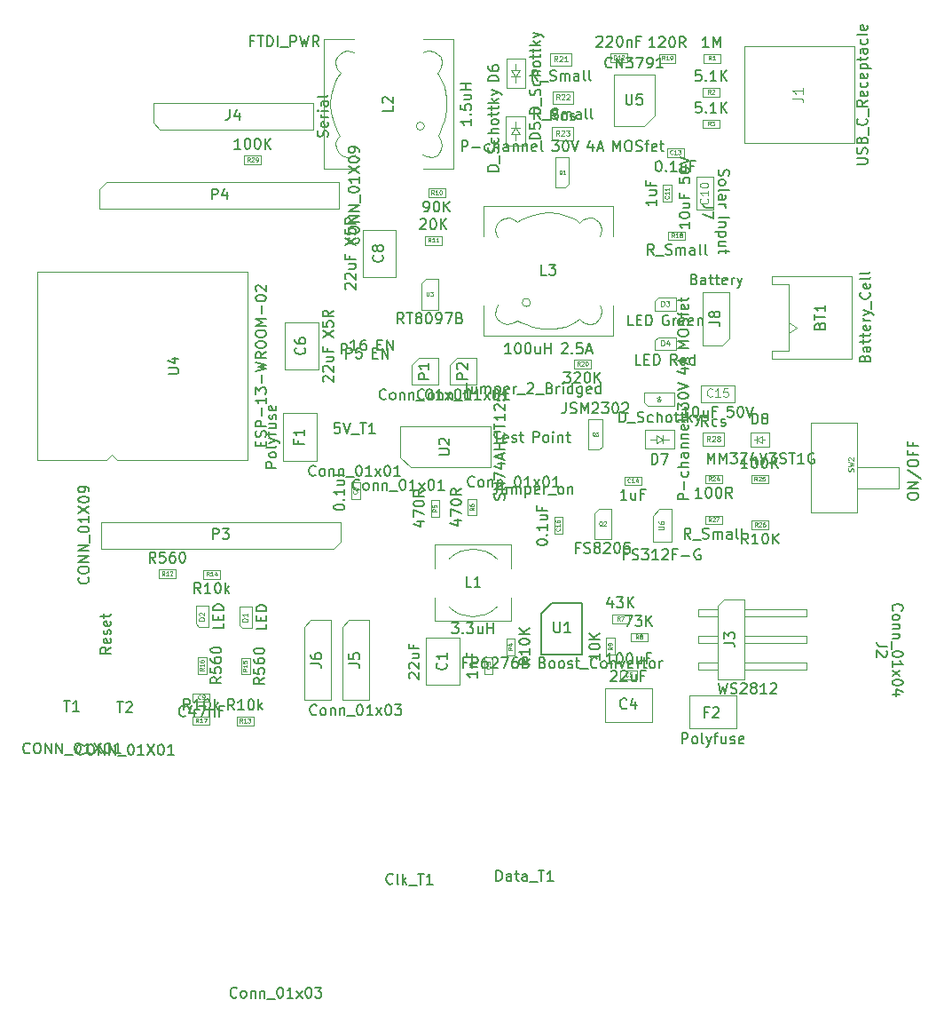
<source format=gbr>
G04 #@! TF.GenerationSoftware,KiCad,Pcbnew,6.99.0-unknown-70a038877e~161~ubuntu22.04.1*
G04 #@! TF.CreationDate,2023-01-18T15:13:40+00:00*
G04 #@! TF.ProjectId,MyBikesGotLED,4d794269-6b65-4734-976f-744c45442e6b,rev?*
G04 #@! TF.SameCoordinates,PX586a470PY296c010*
G04 #@! TF.FileFunction,AssemblyDrawing,Top*
%FSLAX46Y46*%
G04 Gerber Fmt 4.6, Leading zero omitted, Abs format (unit mm)*
G04 Created by KiCad (PCBNEW 6.99.0-unknown-70a038877e~161~ubuntu22.04.1) date 2023-01-18 15:13:40*
%MOMM*%
%LPD*%
G01*
G04 APERTURE LIST*
%ADD10C,0.150000*%
%ADD11C,0.060000*%
%ADD12C,0.100000*%
%ADD13C,0.080000*%
%ADD14C,0.050000*%
%ADD15C,0.120000*%
%ADD16C,0.075000*%
G04 APERTURE END LIST*
D10*
X67835476Y-71123380D02*
X68073571Y-72123380D01*
X68073571Y-72123380D02*
X68264047Y-71409095D01*
X68264047Y-71409095D02*
X68454523Y-72123380D01*
X68454523Y-72123380D02*
X68692619Y-71123380D01*
X69025952Y-72075761D02*
X69168809Y-72123380D01*
X69168809Y-72123380D02*
X69406904Y-72123380D01*
X69406904Y-72123380D02*
X69502142Y-72075761D01*
X69502142Y-72075761D02*
X69549761Y-72028142D01*
X69549761Y-72028142D02*
X69597380Y-71932904D01*
X69597380Y-71932904D02*
X69597380Y-71837666D01*
X69597380Y-71837666D02*
X69549761Y-71742428D01*
X69549761Y-71742428D02*
X69502142Y-71694809D01*
X69502142Y-71694809D02*
X69406904Y-71647190D01*
X69406904Y-71647190D02*
X69216428Y-71599571D01*
X69216428Y-71599571D02*
X69121190Y-71551952D01*
X69121190Y-71551952D02*
X69073571Y-71504333D01*
X69073571Y-71504333D02*
X69025952Y-71409095D01*
X69025952Y-71409095D02*
X69025952Y-71313857D01*
X69025952Y-71313857D02*
X69073571Y-71218619D01*
X69073571Y-71218619D02*
X69121190Y-71171000D01*
X69121190Y-71171000D02*
X69216428Y-71123380D01*
X69216428Y-71123380D02*
X69454523Y-71123380D01*
X69454523Y-71123380D02*
X69597380Y-71171000D01*
X69978333Y-71218619D02*
X70025952Y-71171000D01*
X70025952Y-71171000D02*
X70121190Y-71123380D01*
X70121190Y-71123380D02*
X70359285Y-71123380D01*
X70359285Y-71123380D02*
X70454523Y-71171000D01*
X70454523Y-71171000D02*
X70502142Y-71218619D01*
X70502142Y-71218619D02*
X70549761Y-71313857D01*
X70549761Y-71313857D02*
X70549761Y-71409095D01*
X70549761Y-71409095D02*
X70502142Y-71551952D01*
X70502142Y-71551952D02*
X69930714Y-72123380D01*
X69930714Y-72123380D02*
X70549761Y-72123380D01*
X71121190Y-71551952D02*
X71025952Y-71504333D01*
X71025952Y-71504333D02*
X70978333Y-71456714D01*
X70978333Y-71456714D02*
X70930714Y-71361476D01*
X70930714Y-71361476D02*
X70930714Y-71313857D01*
X70930714Y-71313857D02*
X70978333Y-71218619D01*
X70978333Y-71218619D02*
X71025952Y-71171000D01*
X71025952Y-71171000D02*
X71121190Y-71123380D01*
X71121190Y-71123380D02*
X71311666Y-71123380D01*
X71311666Y-71123380D02*
X71406904Y-71171000D01*
X71406904Y-71171000D02*
X71454523Y-71218619D01*
X71454523Y-71218619D02*
X71502142Y-71313857D01*
X71502142Y-71313857D02*
X71502142Y-71361476D01*
X71502142Y-71361476D02*
X71454523Y-71456714D01*
X71454523Y-71456714D02*
X71406904Y-71504333D01*
X71406904Y-71504333D02*
X71311666Y-71551952D01*
X71311666Y-71551952D02*
X71121190Y-71551952D01*
X71121190Y-71551952D02*
X71025952Y-71599571D01*
X71025952Y-71599571D02*
X70978333Y-71647190D01*
X70978333Y-71647190D02*
X70930714Y-71742428D01*
X70930714Y-71742428D02*
X70930714Y-71932904D01*
X70930714Y-71932904D02*
X70978333Y-72028142D01*
X70978333Y-72028142D02*
X71025952Y-72075761D01*
X71025952Y-72075761D02*
X71121190Y-72123380D01*
X71121190Y-72123380D02*
X71311666Y-72123380D01*
X71311666Y-72123380D02*
X71406904Y-72075761D01*
X71406904Y-72075761D02*
X71454523Y-72028142D01*
X71454523Y-72028142D02*
X71502142Y-71932904D01*
X71502142Y-71932904D02*
X71502142Y-71742428D01*
X71502142Y-71742428D02*
X71454523Y-71647190D01*
X71454523Y-71647190D02*
X71406904Y-71599571D01*
X71406904Y-71599571D02*
X71311666Y-71551952D01*
X72454523Y-72123380D02*
X71883095Y-72123380D01*
X72168809Y-72123380D02*
X72168809Y-71123380D01*
X72168809Y-71123380D02*
X72073571Y-71266238D01*
X72073571Y-71266238D02*
X71978333Y-71361476D01*
X71978333Y-71361476D02*
X71883095Y-71409095D01*
X72835476Y-71218619D02*
X72883095Y-71171000D01*
X72883095Y-71171000D02*
X72978333Y-71123380D01*
X72978333Y-71123380D02*
X73216428Y-71123380D01*
X73216428Y-71123380D02*
X73311666Y-71171000D01*
X73311666Y-71171000D02*
X73359285Y-71218619D01*
X73359285Y-71218619D02*
X73406904Y-71313857D01*
X73406904Y-71313857D02*
X73406904Y-71409095D01*
X73406904Y-71409095D02*
X73359285Y-71551952D01*
X73359285Y-71551952D02*
X72787857Y-72123380D01*
X72787857Y-72123380D02*
X73406904Y-72123380D01*
X68397380Y-67279333D02*
X69111666Y-67279333D01*
X69111666Y-67279333D02*
X69254523Y-67326952D01*
X69254523Y-67326952D02*
X69349761Y-67422190D01*
X69349761Y-67422190D02*
X69397380Y-67565047D01*
X69397380Y-67565047D02*
X69397380Y-67660285D01*
X68397380Y-66898380D02*
X68397380Y-66279333D01*
X68397380Y-66279333D02*
X68778333Y-66612666D01*
X68778333Y-66612666D02*
X68778333Y-66469809D01*
X68778333Y-66469809D02*
X68825952Y-66374571D01*
X68825952Y-66374571D02*
X68873571Y-66326952D01*
X68873571Y-66326952D02*
X68968809Y-66279333D01*
X68968809Y-66279333D02*
X69206904Y-66279333D01*
X69206904Y-66279333D02*
X69302142Y-66326952D01*
X69302142Y-66326952D02*
X69349761Y-66374571D01*
X69349761Y-66374571D02*
X69397380Y-66469809D01*
X69397380Y-66469809D02*
X69397380Y-66755523D01*
X69397380Y-66755523D02*
X69349761Y-66850761D01*
X69349761Y-66850761D02*
X69302142Y-66898380D01*
X49824880Y-68793857D02*
X49348690Y-69127190D01*
X49824880Y-69365285D02*
X48824880Y-69365285D01*
X48824880Y-69365285D02*
X48824880Y-68984333D01*
X48824880Y-68984333D02*
X48872500Y-68889095D01*
X48872500Y-68889095D02*
X48920119Y-68841476D01*
X48920119Y-68841476D02*
X49015357Y-68793857D01*
X49015357Y-68793857D02*
X49158214Y-68793857D01*
X49158214Y-68793857D02*
X49253452Y-68841476D01*
X49253452Y-68841476D02*
X49301071Y-68889095D01*
X49301071Y-68889095D02*
X49348690Y-68984333D01*
X49348690Y-68984333D02*
X49348690Y-69365285D01*
X49824880Y-67841476D02*
X49824880Y-68412904D01*
X49824880Y-68127190D02*
X48824880Y-68127190D01*
X48824880Y-68127190D02*
X48967738Y-68222428D01*
X48967738Y-68222428D02*
X49062976Y-68317666D01*
X49062976Y-68317666D02*
X49110595Y-68412904D01*
X48824880Y-67222428D02*
X48824880Y-67127190D01*
X48824880Y-67127190D02*
X48872500Y-67031952D01*
X48872500Y-67031952D02*
X48920119Y-66984333D01*
X48920119Y-66984333D02*
X49015357Y-66936714D01*
X49015357Y-66936714D02*
X49205833Y-66889095D01*
X49205833Y-66889095D02*
X49443928Y-66889095D01*
X49443928Y-66889095D02*
X49634404Y-66936714D01*
X49634404Y-66936714D02*
X49729642Y-66984333D01*
X49729642Y-66984333D02*
X49777261Y-67031952D01*
X49777261Y-67031952D02*
X49824880Y-67127190D01*
X49824880Y-67127190D02*
X49824880Y-67222428D01*
X49824880Y-67222428D02*
X49777261Y-67317666D01*
X49777261Y-67317666D02*
X49729642Y-67365285D01*
X49729642Y-67365285D02*
X49634404Y-67412904D01*
X49634404Y-67412904D02*
X49443928Y-67460523D01*
X49443928Y-67460523D02*
X49205833Y-67460523D01*
X49205833Y-67460523D02*
X49015357Y-67412904D01*
X49015357Y-67412904D02*
X48920119Y-67365285D01*
X48920119Y-67365285D02*
X48872500Y-67317666D01*
X48872500Y-67317666D02*
X48824880Y-67222428D01*
X49824880Y-66460523D02*
X48824880Y-66460523D01*
X49824880Y-65889095D02*
X49253452Y-66317666D01*
X48824880Y-65889095D02*
X49396309Y-66460523D01*
D11*
X48174452Y-67717666D02*
X47983976Y-67850999D01*
X48174452Y-67946237D02*
X47774452Y-67946237D01*
X47774452Y-67946237D02*
X47774452Y-67793856D01*
X47774452Y-67793856D02*
X47793500Y-67755761D01*
X47793500Y-67755761D02*
X47812547Y-67736714D01*
X47812547Y-67736714D02*
X47850642Y-67717666D01*
X47850642Y-67717666D02*
X47907785Y-67717666D01*
X47907785Y-67717666D02*
X47945880Y-67736714D01*
X47945880Y-67736714D02*
X47964928Y-67755761D01*
X47964928Y-67755761D02*
X47983976Y-67793856D01*
X47983976Y-67793856D02*
X47983976Y-67946237D01*
X47907785Y-67374809D02*
X48174452Y-67374809D01*
X47755404Y-67470047D02*
X48041119Y-67565285D01*
X48041119Y-67565285D02*
X48041119Y-67317666D01*
D10*
X30192619Y-42393737D02*
X30145000Y-42346118D01*
X30145000Y-42346118D02*
X30097380Y-42250880D01*
X30097380Y-42250880D02*
X30097380Y-42012785D01*
X30097380Y-42012785D02*
X30145000Y-41917547D01*
X30145000Y-41917547D02*
X30192619Y-41869928D01*
X30192619Y-41869928D02*
X30287857Y-41822309D01*
X30287857Y-41822309D02*
X30383095Y-41822309D01*
X30383095Y-41822309D02*
X30525952Y-41869928D01*
X30525952Y-41869928D02*
X31097380Y-42441356D01*
X31097380Y-42441356D02*
X31097380Y-41822309D01*
X30192619Y-41441356D02*
X30145000Y-41393737D01*
X30145000Y-41393737D02*
X30097380Y-41298499D01*
X30097380Y-41298499D02*
X30097380Y-41060404D01*
X30097380Y-41060404D02*
X30145000Y-40965166D01*
X30145000Y-40965166D02*
X30192619Y-40917547D01*
X30192619Y-40917547D02*
X30287857Y-40869928D01*
X30287857Y-40869928D02*
X30383095Y-40869928D01*
X30383095Y-40869928D02*
X30525952Y-40917547D01*
X30525952Y-40917547D02*
X31097380Y-41488975D01*
X31097380Y-41488975D02*
X31097380Y-40869928D01*
X30430714Y-40012785D02*
X31097380Y-40012785D01*
X30430714Y-40441356D02*
X30954523Y-40441356D01*
X30954523Y-40441356D02*
X31049761Y-40393737D01*
X31049761Y-40393737D02*
X31097380Y-40298499D01*
X31097380Y-40298499D02*
X31097380Y-40155642D01*
X31097380Y-40155642D02*
X31049761Y-40060404D01*
X31049761Y-40060404D02*
X31002142Y-40012785D01*
X30573571Y-39203261D02*
X30573571Y-39536594D01*
X31097380Y-39536594D02*
X30097380Y-39536594D01*
X30097380Y-39536594D02*
X30097380Y-39060404D01*
X30097380Y-38174689D02*
X31097380Y-37508023D01*
X30097380Y-37508023D02*
X31097380Y-38174689D01*
X30097380Y-36650880D02*
X30097380Y-37127070D01*
X30097380Y-37127070D02*
X30573571Y-37174689D01*
X30573571Y-37174689D02*
X30525952Y-37127070D01*
X30525952Y-37127070D02*
X30478333Y-37031832D01*
X30478333Y-37031832D02*
X30478333Y-36793737D01*
X30478333Y-36793737D02*
X30525952Y-36698499D01*
X30525952Y-36698499D02*
X30573571Y-36650880D01*
X30573571Y-36650880D02*
X30668809Y-36603261D01*
X30668809Y-36603261D02*
X30906904Y-36603261D01*
X30906904Y-36603261D02*
X31002142Y-36650880D01*
X31002142Y-36650880D02*
X31049761Y-36698499D01*
X31049761Y-36698499D02*
X31097380Y-36793737D01*
X31097380Y-36793737D02*
X31097380Y-37031832D01*
X31097380Y-37031832D02*
X31049761Y-37127070D01*
X31049761Y-37127070D02*
X31002142Y-37174689D01*
X31097380Y-35603261D02*
X30621190Y-35936594D01*
X31097380Y-36174689D02*
X30097380Y-36174689D01*
X30097380Y-36174689D02*
X30097380Y-35793737D01*
X30097380Y-35793737D02*
X30145000Y-35698499D01*
X30145000Y-35698499D02*
X30192619Y-35650880D01*
X30192619Y-35650880D02*
X30287857Y-35603261D01*
X30287857Y-35603261D02*
X30430714Y-35603261D01*
X30430714Y-35603261D02*
X30525952Y-35650880D01*
X30525952Y-35650880D02*
X30573571Y-35698499D01*
X30573571Y-35698499D02*
X30621190Y-35793737D01*
X30621190Y-35793737D02*
X30621190Y-36174689D01*
X28352142Y-39165166D02*
X28399761Y-39212785D01*
X28399761Y-39212785D02*
X28447380Y-39355642D01*
X28447380Y-39355642D02*
X28447380Y-39450880D01*
X28447380Y-39450880D02*
X28399761Y-39593737D01*
X28399761Y-39593737D02*
X28304523Y-39688975D01*
X28304523Y-39688975D02*
X28209285Y-39736594D01*
X28209285Y-39736594D02*
X28018809Y-39784213D01*
X28018809Y-39784213D02*
X27875952Y-39784213D01*
X27875952Y-39784213D02*
X27685476Y-39736594D01*
X27685476Y-39736594D02*
X27590238Y-39688975D01*
X27590238Y-39688975D02*
X27495000Y-39593737D01*
X27495000Y-39593737D02*
X27447380Y-39450880D01*
X27447380Y-39450880D02*
X27447380Y-39355642D01*
X27447380Y-39355642D02*
X27495000Y-39212785D01*
X27495000Y-39212785D02*
X27542619Y-39165166D01*
X27447380Y-38308023D02*
X27447380Y-38498499D01*
X27447380Y-38498499D02*
X27495000Y-38593737D01*
X27495000Y-38593737D02*
X27542619Y-38641356D01*
X27542619Y-38641356D02*
X27685476Y-38736594D01*
X27685476Y-38736594D02*
X27875952Y-38784213D01*
X27875952Y-38784213D02*
X28256904Y-38784213D01*
X28256904Y-38784213D02*
X28352142Y-38736594D01*
X28352142Y-38736594D02*
X28399761Y-38688975D01*
X28399761Y-38688975D02*
X28447380Y-38593737D01*
X28447380Y-38593737D02*
X28447380Y-38403261D01*
X28447380Y-38403261D02*
X28399761Y-38308023D01*
X28399761Y-38308023D02*
X28352142Y-38260404D01*
X28352142Y-38260404D02*
X28256904Y-38212785D01*
X28256904Y-38212785D02*
X28018809Y-38212785D01*
X28018809Y-38212785D02*
X27923571Y-38260404D01*
X27923571Y-38260404D02*
X27875952Y-38308023D01*
X27875952Y-38308023D02*
X27828333Y-38403261D01*
X27828333Y-38403261D02*
X27828333Y-38593737D01*
X27828333Y-38593737D02*
X27875952Y-38688975D01*
X27875952Y-38688975D02*
X27923571Y-38736594D01*
X27923571Y-38736594D02*
X28018809Y-38784213D01*
X57739880Y-69268380D02*
X57168452Y-69268380D01*
X57454166Y-69268380D02*
X57454166Y-68268380D01*
X57454166Y-68268380D02*
X57358928Y-68411238D01*
X57358928Y-68411238D02*
X57263690Y-68506476D01*
X57263690Y-68506476D02*
X57168452Y-68554095D01*
X58358928Y-68268380D02*
X58454166Y-68268380D01*
X58454166Y-68268380D02*
X58549404Y-68316000D01*
X58549404Y-68316000D02*
X58597023Y-68363619D01*
X58597023Y-68363619D02*
X58644642Y-68458857D01*
X58644642Y-68458857D02*
X58692261Y-68649333D01*
X58692261Y-68649333D02*
X58692261Y-68887428D01*
X58692261Y-68887428D02*
X58644642Y-69077904D01*
X58644642Y-69077904D02*
X58597023Y-69173142D01*
X58597023Y-69173142D02*
X58549404Y-69220761D01*
X58549404Y-69220761D02*
X58454166Y-69268380D01*
X58454166Y-69268380D02*
X58358928Y-69268380D01*
X58358928Y-69268380D02*
X58263690Y-69220761D01*
X58263690Y-69220761D02*
X58216071Y-69173142D01*
X58216071Y-69173142D02*
X58168452Y-69077904D01*
X58168452Y-69077904D02*
X58120833Y-68887428D01*
X58120833Y-68887428D02*
X58120833Y-68649333D01*
X58120833Y-68649333D02*
X58168452Y-68458857D01*
X58168452Y-68458857D02*
X58216071Y-68363619D01*
X58216071Y-68363619D02*
X58263690Y-68316000D01*
X58263690Y-68316000D02*
X58358928Y-68268380D01*
X59311309Y-68268380D02*
X59406547Y-68268380D01*
X59406547Y-68268380D02*
X59501785Y-68316000D01*
X59501785Y-68316000D02*
X59549404Y-68363619D01*
X59549404Y-68363619D02*
X59597023Y-68458857D01*
X59597023Y-68458857D02*
X59644642Y-68649333D01*
X59644642Y-68649333D02*
X59644642Y-68887428D01*
X59644642Y-68887428D02*
X59597023Y-69077904D01*
X59597023Y-69077904D02*
X59549404Y-69173142D01*
X59549404Y-69173142D02*
X59501785Y-69220761D01*
X59501785Y-69220761D02*
X59406547Y-69268380D01*
X59406547Y-69268380D02*
X59311309Y-69268380D01*
X59311309Y-69268380D02*
X59216071Y-69220761D01*
X59216071Y-69220761D02*
X59168452Y-69173142D01*
X59168452Y-69173142D02*
X59120833Y-69077904D01*
X59120833Y-69077904D02*
X59073214Y-68887428D01*
X59073214Y-68887428D02*
X59073214Y-68649333D01*
X59073214Y-68649333D02*
X59120833Y-68458857D01*
X59120833Y-68458857D02*
X59168452Y-68363619D01*
X59168452Y-68363619D02*
X59216071Y-68316000D01*
X59216071Y-68316000D02*
X59311309Y-68268380D01*
X60501785Y-68601714D02*
X60501785Y-69268380D01*
X60073214Y-68601714D02*
X60073214Y-69125523D01*
X60073214Y-69125523D02*
X60120833Y-69220761D01*
X60120833Y-69220761D02*
X60216071Y-69268380D01*
X60216071Y-69268380D02*
X60358928Y-69268380D01*
X60358928Y-69268380D02*
X60454166Y-69220761D01*
X60454166Y-69220761D02*
X60501785Y-69173142D01*
X61311309Y-68744571D02*
X60977976Y-68744571D01*
X60977976Y-69268380D02*
X60977976Y-68268380D01*
X60977976Y-68268380D02*
X61454166Y-68268380D01*
D11*
X59220833Y-70439857D02*
X59201785Y-70458904D01*
X59201785Y-70458904D02*
X59144643Y-70477952D01*
X59144643Y-70477952D02*
X59106547Y-70477952D01*
X59106547Y-70477952D02*
X59049404Y-70458904D01*
X59049404Y-70458904D02*
X59011309Y-70420809D01*
X59011309Y-70420809D02*
X58992262Y-70382714D01*
X58992262Y-70382714D02*
X58973214Y-70306523D01*
X58973214Y-70306523D02*
X58973214Y-70249380D01*
X58973214Y-70249380D02*
X58992262Y-70173190D01*
X58992262Y-70173190D02*
X59011309Y-70135095D01*
X59011309Y-70135095D02*
X59049404Y-70097000D01*
X59049404Y-70097000D02*
X59106547Y-70077952D01*
X59106547Y-70077952D02*
X59144643Y-70077952D01*
X59144643Y-70077952D02*
X59201785Y-70097000D01*
X59201785Y-70097000D02*
X59220833Y-70116047D01*
X59582738Y-70077952D02*
X59392262Y-70077952D01*
X59392262Y-70077952D02*
X59373214Y-70268428D01*
X59373214Y-70268428D02*
X59392262Y-70249380D01*
X59392262Y-70249380D02*
X59430357Y-70230333D01*
X59430357Y-70230333D02*
X59525595Y-70230333D01*
X59525595Y-70230333D02*
X59563690Y-70249380D01*
X59563690Y-70249380D02*
X59582738Y-70268428D01*
X59582738Y-70268428D02*
X59601785Y-70306523D01*
X59601785Y-70306523D02*
X59601785Y-70401761D01*
X59601785Y-70401761D02*
X59582738Y-70439857D01*
X59582738Y-70439857D02*
X59563690Y-70458904D01*
X59563690Y-70458904D02*
X59525595Y-70477952D01*
X59525595Y-70477952D02*
X59430357Y-70477952D01*
X59430357Y-70477952D02*
X59392262Y-70458904D01*
X59392262Y-70458904D02*
X59373214Y-70439857D01*
D10*
X56514880Y-68311476D02*
X56514880Y-68882904D01*
X56514880Y-68597190D02*
X55514880Y-68597190D01*
X55514880Y-68597190D02*
X55657738Y-68692428D01*
X55657738Y-68692428D02*
X55752976Y-68787666D01*
X55752976Y-68787666D02*
X55800595Y-68882904D01*
X55514880Y-67692428D02*
X55514880Y-67597190D01*
X55514880Y-67597190D02*
X55562500Y-67501952D01*
X55562500Y-67501952D02*
X55610119Y-67454333D01*
X55610119Y-67454333D02*
X55705357Y-67406714D01*
X55705357Y-67406714D02*
X55895833Y-67359095D01*
X55895833Y-67359095D02*
X56133928Y-67359095D01*
X56133928Y-67359095D02*
X56324404Y-67406714D01*
X56324404Y-67406714D02*
X56419642Y-67454333D01*
X56419642Y-67454333D02*
X56467261Y-67501952D01*
X56467261Y-67501952D02*
X56514880Y-67597190D01*
X56514880Y-67597190D02*
X56514880Y-67692428D01*
X56514880Y-67692428D02*
X56467261Y-67787666D01*
X56467261Y-67787666D02*
X56419642Y-67835285D01*
X56419642Y-67835285D02*
X56324404Y-67882904D01*
X56324404Y-67882904D02*
X56133928Y-67930523D01*
X56133928Y-67930523D02*
X55895833Y-67930523D01*
X55895833Y-67930523D02*
X55705357Y-67882904D01*
X55705357Y-67882904D02*
X55610119Y-67835285D01*
X55610119Y-67835285D02*
X55562500Y-67787666D01*
X55562500Y-67787666D02*
X55514880Y-67692428D01*
X56514880Y-66930523D02*
X55514880Y-66930523D01*
X56514880Y-66359095D02*
X55943452Y-66787666D01*
X55514880Y-66359095D02*
X56086309Y-66930523D01*
D11*
X57724452Y-67687666D02*
X57533976Y-67820999D01*
X57724452Y-67916237D02*
X57324452Y-67916237D01*
X57324452Y-67916237D02*
X57324452Y-67763856D01*
X57324452Y-67763856D02*
X57343500Y-67725761D01*
X57343500Y-67725761D02*
X57362547Y-67706714D01*
X57362547Y-67706714D02*
X57400642Y-67687666D01*
X57400642Y-67687666D02*
X57457785Y-67687666D01*
X57457785Y-67687666D02*
X57495880Y-67706714D01*
X57495880Y-67706714D02*
X57514928Y-67725761D01*
X57514928Y-67725761D02*
X57533976Y-67763856D01*
X57533976Y-67763856D02*
X57533976Y-67916237D01*
X57724452Y-67497190D02*
X57724452Y-67420999D01*
X57724452Y-67420999D02*
X57705404Y-67382904D01*
X57705404Y-67382904D02*
X57686357Y-67363856D01*
X57686357Y-67363856D02*
X57629214Y-67325761D01*
X57629214Y-67325761D02*
X57553023Y-67306714D01*
X57553023Y-67306714D02*
X57400642Y-67306714D01*
X57400642Y-67306714D02*
X57362547Y-67325761D01*
X57362547Y-67325761D02*
X57343500Y-67344809D01*
X57343500Y-67344809D02*
X57324452Y-67382904D01*
X57324452Y-67382904D02*
X57324452Y-67459095D01*
X57324452Y-67459095D02*
X57343500Y-67497190D01*
X57343500Y-67497190D02*
X57362547Y-67516237D01*
X57362547Y-67516237D02*
X57400642Y-67535285D01*
X57400642Y-67535285D02*
X57495880Y-67535285D01*
X57495880Y-67535285D02*
X57533976Y-67516237D01*
X57533976Y-67516237D02*
X57553023Y-67497190D01*
X57553023Y-67497190D02*
X57572071Y-67459095D01*
X57572071Y-67459095D02*
X57572071Y-67382904D01*
X57572071Y-67382904D02*
X57553023Y-67344809D01*
X57553023Y-67344809D02*
X57533976Y-67325761D01*
X57533976Y-67325761D02*
X57495880Y-67306714D01*
D10*
X66183809Y-12723380D02*
X65707619Y-12723380D01*
X65707619Y-12723380D02*
X65660000Y-13199571D01*
X65660000Y-13199571D02*
X65707619Y-13151952D01*
X65707619Y-13151952D02*
X65802857Y-13104333D01*
X65802857Y-13104333D02*
X66040952Y-13104333D01*
X66040952Y-13104333D02*
X66136190Y-13151952D01*
X66136190Y-13151952D02*
X66183809Y-13199571D01*
X66183809Y-13199571D02*
X66231428Y-13294809D01*
X66231428Y-13294809D02*
X66231428Y-13532904D01*
X66231428Y-13532904D02*
X66183809Y-13628142D01*
X66183809Y-13628142D02*
X66136190Y-13675761D01*
X66136190Y-13675761D02*
X66040952Y-13723380D01*
X66040952Y-13723380D02*
X65802857Y-13723380D01*
X65802857Y-13723380D02*
X65707619Y-13675761D01*
X65707619Y-13675761D02*
X65660000Y-13628142D01*
X66660000Y-13628142D02*
X66707619Y-13675761D01*
X66707619Y-13675761D02*
X66660000Y-13723380D01*
X66660000Y-13723380D02*
X66612381Y-13675761D01*
X66612381Y-13675761D02*
X66660000Y-13628142D01*
X66660000Y-13628142D02*
X66660000Y-13723380D01*
X67659999Y-13723380D02*
X67088571Y-13723380D01*
X67374285Y-13723380D02*
X67374285Y-12723380D01*
X67374285Y-12723380D02*
X67279047Y-12866238D01*
X67279047Y-12866238D02*
X67183809Y-12961476D01*
X67183809Y-12961476D02*
X67088571Y-13009095D01*
X68088571Y-13723380D02*
X68088571Y-12723380D01*
X68659999Y-13723380D02*
X68231428Y-13151952D01*
X68659999Y-12723380D02*
X68088571Y-13294809D01*
D11*
X67093333Y-14932952D02*
X66960000Y-14742476D01*
X66864762Y-14932952D02*
X66864762Y-14532952D01*
X66864762Y-14532952D02*
X67017143Y-14532952D01*
X67017143Y-14532952D02*
X67055238Y-14552000D01*
X67055238Y-14552000D02*
X67074285Y-14571047D01*
X67074285Y-14571047D02*
X67093333Y-14609142D01*
X67093333Y-14609142D02*
X67093333Y-14666285D01*
X67093333Y-14666285D02*
X67074285Y-14704380D01*
X67074285Y-14704380D02*
X67055238Y-14723428D01*
X67055238Y-14723428D02*
X67017143Y-14742476D01*
X67017143Y-14742476D02*
X66864762Y-14742476D01*
X67245714Y-14571047D02*
X67264762Y-14552000D01*
X67264762Y-14552000D02*
X67302857Y-14532952D01*
X67302857Y-14532952D02*
X67398095Y-14532952D01*
X67398095Y-14532952D02*
X67436190Y-14552000D01*
X67436190Y-14552000D02*
X67455238Y-14571047D01*
X67455238Y-14571047D02*
X67474285Y-14609142D01*
X67474285Y-14609142D02*
X67474285Y-14647238D01*
X67474285Y-14647238D02*
X67455238Y-14704380D01*
X67455238Y-14704380D02*
X67226666Y-14932952D01*
X67226666Y-14932952D02*
X67474285Y-14932952D01*
D10*
X47419761Y-53629809D02*
X47467380Y-53486952D01*
X47467380Y-53486952D02*
X47467380Y-53248857D01*
X47467380Y-53248857D02*
X47419761Y-53153619D01*
X47419761Y-53153619D02*
X47372142Y-53106000D01*
X47372142Y-53106000D02*
X47276904Y-53058381D01*
X47276904Y-53058381D02*
X47181666Y-53058381D01*
X47181666Y-53058381D02*
X47086428Y-53106000D01*
X47086428Y-53106000D02*
X47038809Y-53153619D01*
X47038809Y-53153619D02*
X46991190Y-53248857D01*
X46991190Y-53248857D02*
X46943571Y-53439333D01*
X46943571Y-53439333D02*
X46895952Y-53534571D01*
X46895952Y-53534571D02*
X46848333Y-53582190D01*
X46848333Y-53582190D02*
X46753095Y-53629809D01*
X46753095Y-53629809D02*
X46657857Y-53629809D01*
X46657857Y-53629809D02*
X46562619Y-53582190D01*
X46562619Y-53582190D02*
X46515000Y-53534571D01*
X46515000Y-53534571D02*
X46467380Y-53439333D01*
X46467380Y-53439333D02*
X46467380Y-53201238D01*
X46467380Y-53201238D02*
X46515000Y-53058381D01*
X47467380Y-52629809D02*
X46467380Y-52629809D01*
X46467380Y-52629809D02*
X47467380Y-52058381D01*
X47467380Y-52058381D02*
X46467380Y-52058381D01*
X46467380Y-51677428D02*
X46467380Y-51010762D01*
X46467380Y-51010762D02*
X47467380Y-51439333D01*
X46800714Y-50201238D02*
X47467380Y-50201238D01*
X46419761Y-50439333D02*
X47134047Y-50677428D01*
X47134047Y-50677428D02*
X47134047Y-50058381D01*
X47181666Y-49725047D02*
X47181666Y-49248857D01*
X47467380Y-49820285D02*
X46467380Y-49486952D01*
X46467380Y-49486952D02*
X47467380Y-49153619D01*
X47467380Y-48820285D02*
X46467380Y-48820285D01*
X46943571Y-48820285D02*
X46943571Y-48248857D01*
X47467380Y-48248857D02*
X46467380Y-48248857D01*
X47372142Y-47201238D02*
X47419761Y-47248857D01*
X47419761Y-47248857D02*
X47467380Y-47391714D01*
X47467380Y-47391714D02*
X47467380Y-47486952D01*
X47467380Y-47486952D02*
X47419761Y-47629809D01*
X47419761Y-47629809D02*
X47324523Y-47725047D01*
X47324523Y-47725047D02*
X47229285Y-47772666D01*
X47229285Y-47772666D02*
X47038809Y-47820285D01*
X47038809Y-47820285D02*
X46895952Y-47820285D01*
X46895952Y-47820285D02*
X46705476Y-47772666D01*
X46705476Y-47772666D02*
X46610238Y-47725047D01*
X46610238Y-47725047D02*
X46515000Y-47629809D01*
X46515000Y-47629809D02*
X46467380Y-47486952D01*
X46467380Y-47486952D02*
X46467380Y-47391714D01*
X46467380Y-47391714D02*
X46515000Y-47248857D01*
X46515000Y-47248857D02*
X46562619Y-47201238D01*
X46467380Y-46915523D02*
X46467380Y-46344095D01*
X47467380Y-46629809D02*
X46467380Y-46629809D01*
X47467380Y-45486952D02*
X47467380Y-46058380D01*
X47467380Y-45772666D02*
X46467380Y-45772666D01*
X46467380Y-45772666D02*
X46610238Y-45867904D01*
X46610238Y-45867904D02*
X46705476Y-45963142D01*
X46705476Y-45963142D02*
X46753095Y-46058380D01*
X46562619Y-45105999D02*
X46515000Y-45058380D01*
X46515000Y-45058380D02*
X46467380Y-44963142D01*
X46467380Y-44963142D02*
X46467380Y-44725047D01*
X46467380Y-44725047D02*
X46515000Y-44629809D01*
X46515000Y-44629809D02*
X46562619Y-44582190D01*
X46562619Y-44582190D02*
X46657857Y-44534571D01*
X46657857Y-44534571D02*
X46753095Y-44534571D01*
X46753095Y-44534571D02*
X46895952Y-44582190D01*
X46895952Y-44582190D02*
X47467380Y-45153618D01*
X47467380Y-45153618D02*
X47467380Y-44534571D01*
X46467380Y-43629809D02*
X46467380Y-44105999D01*
X46467380Y-44105999D02*
X46943571Y-44153618D01*
X46943571Y-44153618D02*
X46895952Y-44105999D01*
X46895952Y-44105999D02*
X46848333Y-44010761D01*
X46848333Y-44010761D02*
X46848333Y-43772666D01*
X46848333Y-43772666D02*
X46895952Y-43677428D01*
X46895952Y-43677428D02*
X46943571Y-43629809D01*
X46943571Y-43629809D02*
X47038809Y-43582190D01*
X47038809Y-43582190D02*
X47276904Y-43582190D01*
X47276904Y-43582190D02*
X47372142Y-43629809D01*
X47372142Y-43629809D02*
X47419761Y-43677428D01*
X47419761Y-43677428D02*
X47467380Y-43772666D01*
X47467380Y-43772666D02*
X47467380Y-44010761D01*
X47467380Y-44010761D02*
X47419761Y-44105999D01*
X47419761Y-44105999D02*
X47372142Y-44153618D01*
X41200033Y-49352666D02*
X41993366Y-49352666D01*
X41993366Y-49352666D02*
X42086700Y-49306000D01*
X42086700Y-49306000D02*
X42133366Y-49259333D01*
X42133366Y-49259333D02*
X42180033Y-49166000D01*
X42180033Y-49166000D02*
X42180033Y-48979333D01*
X42180033Y-48979333D02*
X42133366Y-48886000D01*
X42133366Y-48886000D02*
X42086700Y-48839333D01*
X42086700Y-48839333D02*
X41993366Y-48792666D01*
X41993366Y-48792666D02*
X41200033Y-48792666D01*
X41293366Y-48372666D02*
X41246700Y-48325999D01*
X41246700Y-48325999D02*
X41200033Y-48232666D01*
X41200033Y-48232666D02*
X41200033Y-47999333D01*
X41200033Y-47999333D02*
X41246700Y-47905999D01*
X41246700Y-47905999D02*
X41293366Y-47859333D01*
X41293366Y-47859333D02*
X41386700Y-47812666D01*
X41386700Y-47812666D02*
X41480033Y-47812666D01*
X41480033Y-47812666D02*
X41620033Y-47859333D01*
X41620033Y-47859333D02*
X42180033Y-48419333D01*
X42180033Y-48419333D02*
X42180033Y-47812666D01*
X39800833Y-26183380D02*
X39991309Y-26183380D01*
X39991309Y-26183380D02*
X40086547Y-26135761D01*
X40086547Y-26135761D02*
X40134166Y-26088142D01*
X40134166Y-26088142D02*
X40229404Y-25945285D01*
X40229404Y-25945285D02*
X40277023Y-25754809D01*
X40277023Y-25754809D02*
X40277023Y-25373857D01*
X40277023Y-25373857D02*
X40229404Y-25278619D01*
X40229404Y-25278619D02*
X40181785Y-25231000D01*
X40181785Y-25231000D02*
X40086547Y-25183380D01*
X40086547Y-25183380D02*
X39896071Y-25183380D01*
X39896071Y-25183380D02*
X39800833Y-25231000D01*
X39800833Y-25231000D02*
X39753214Y-25278619D01*
X39753214Y-25278619D02*
X39705595Y-25373857D01*
X39705595Y-25373857D02*
X39705595Y-25611952D01*
X39705595Y-25611952D02*
X39753214Y-25707190D01*
X39753214Y-25707190D02*
X39800833Y-25754809D01*
X39800833Y-25754809D02*
X39896071Y-25802428D01*
X39896071Y-25802428D02*
X40086547Y-25802428D01*
X40086547Y-25802428D02*
X40181785Y-25754809D01*
X40181785Y-25754809D02*
X40229404Y-25707190D01*
X40229404Y-25707190D02*
X40277023Y-25611952D01*
X40896071Y-25183380D02*
X40991309Y-25183380D01*
X40991309Y-25183380D02*
X41086547Y-25231000D01*
X41086547Y-25231000D02*
X41134166Y-25278619D01*
X41134166Y-25278619D02*
X41181785Y-25373857D01*
X41181785Y-25373857D02*
X41229404Y-25564333D01*
X41229404Y-25564333D02*
X41229404Y-25802428D01*
X41229404Y-25802428D02*
X41181785Y-25992904D01*
X41181785Y-25992904D02*
X41134166Y-26088142D01*
X41134166Y-26088142D02*
X41086547Y-26135761D01*
X41086547Y-26135761D02*
X40991309Y-26183380D01*
X40991309Y-26183380D02*
X40896071Y-26183380D01*
X40896071Y-26183380D02*
X40800833Y-26135761D01*
X40800833Y-26135761D02*
X40753214Y-26088142D01*
X40753214Y-26088142D02*
X40705595Y-25992904D01*
X40705595Y-25992904D02*
X40657976Y-25802428D01*
X40657976Y-25802428D02*
X40657976Y-25564333D01*
X40657976Y-25564333D02*
X40705595Y-25373857D01*
X40705595Y-25373857D02*
X40753214Y-25278619D01*
X40753214Y-25278619D02*
X40800833Y-25231000D01*
X40800833Y-25231000D02*
X40896071Y-25183380D01*
X41657976Y-26183380D02*
X41657976Y-25183380D01*
X42229404Y-26183380D02*
X41800833Y-25611952D01*
X42229404Y-25183380D02*
X41657976Y-25754809D01*
D11*
X40710357Y-24532952D02*
X40577024Y-24342476D01*
X40481786Y-24532952D02*
X40481786Y-24132952D01*
X40481786Y-24132952D02*
X40634167Y-24132952D01*
X40634167Y-24132952D02*
X40672262Y-24152000D01*
X40672262Y-24152000D02*
X40691309Y-24171047D01*
X40691309Y-24171047D02*
X40710357Y-24209142D01*
X40710357Y-24209142D02*
X40710357Y-24266285D01*
X40710357Y-24266285D02*
X40691309Y-24304380D01*
X40691309Y-24304380D02*
X40672262Y-24323428D01*
X40672262Y-24323428D02*
X40634167Y-24342476D01*
X40634167Y-24342476D02*
X40481786Y-24342476D01*
X41091309Y-24532952D02*
X40862738Y-24532952D01*
X40977024Y-24532952D02*
X40977024Y-24132952D01*
X40977024Y-24132952D02*
X40938928Y-24190095D01*
X40938928Y-24190095D02*
X40900833Y-24228190D01*
X40900833Y-24228190D02*
X40862738Y-24247238D01*
X41338928Y-24132952D02*
X41377023Y-24132952D01*
X41377023Y-24132952D02*
X41415119Y-24152000D01*
X41415119Y-24152000D02*
X41434166Y-24171047D01*
X41434166Y-24171047D02*
X41453214Y-24209142D01*
X41453214Y-24209142D02*
X41472261Y-24285333D01*
X41472261Y-24285333D02*
X41472261Y-24380571D01*
X41472261Y-24380571D02*
X41453214Y-24456761D01*
X41453214Y-24456761D02*
X41434166Y-24494857D01*
X41434166Y-24494857D02*
X41415119Y-24513904D01*
X41415119Y-24513904D02*
X41377023Y-24532952D01*
X41377023Y-24532952D02*
X41338928Y-24532952D01*
X41338928Y-24532952D02*
X41300833Y-24513904D01*
X41300833Y-24513904D02*
X41281785Y-24494857D01*
X41281785Y-24494857D02*
X41262738Y-24456761D01*
X41262738Y-24456761D02*
X41243690Y-24380571D01*
X41243690Y-24380571D02*
X41243690Y-24285333D01*
X41243690Y-24285333D02*
X41262738Y-24209142D01*
X41262738Y-24209142D02*
X41281785Y-24171047D01*
X41281785Y-24171047D02*
X41300833Y-24152000D01*
X41300833Y-24152000D02*
X41338928Y-24132952D01*
D10*
X36121904Y-44008142D02*
X36074285Y-44055761D01*
X36074285Y-44055761D02*
X35931428Y-44103380D01*
X35931428Y-44103380D02*
X35836190Y-44103380D01*
X35836190Y-44103380D02*
X35693333Y-44055761D01*
X35693333Y-44055761D02*
X35598095Y-43960523D01*
X35598095Y-43960523D02*
X35550476Y-43865285D01*
X35550476Y-43865285D02*
X35502857Y-43674809D01*
X35502857Y-43674809D02*
X35502857Y-43531952D01*
X35502857Y-43531952D02*
X35550476Y-43341476D01*
X35550476Y-43341476D02*
X35598095Y-43246238D01*
X35598095Y-43246238D02*
X35693333Y-43151000D01*
X35693333Y-43151000D02*
X35836190Y-43103380D01*
X35836190Y-43103380D02*
X35931428Y-43103380D01*
X35931428Y-43103380D02*
X36074285Y-43151000D01*
X36074285Y-43151000D02*
X36121904Y-43198619D01*
X36693333Y-44103380D02*
X36598095Y-44055761D01*
X36598095Y-44055761D02*
X36550476Y-44008142D01*
X36550476Y-44008142D02*
X36502857Y-43912904D01*
X36502857Y-43912904D02*
X36502857Y-43627190D01*
X36502857Y-43627190D02*
X36550476Y-43531952D01*
X36550476Y-43531952D02*
X36598095Y-43484333D01*
X36598095Y-43484333D02*
X36693333Y-43436714D01*
X36693333Y-43436714D02*
X36836190Y-43436714D01*
X36836190Y-43436714D02*
X36931428Y-43484333D01*
X36931428Y-43484333D02*
X36979047Y-43531952D01*
X36979047Y-43531952D02*
X37026666Y-43627190D01*
X37026666Y-43627190D02*
X37026666Y-43912904D01*
X37026666Y-43912904D02*
X36979047Y-44008142D01*
X36979047Y-44008142D02*
X36931428Y-44055761D01*
X36931428Y-44055761D02*
X36836190Y-44103380D01*
X36836190Y-44103380D02*
X36693333Y-44103380D01*
X37455238Y-43436714D02*
X37455238Y-44103380D01*
X37455238Y-43531952D02*
X37502857Y-43484333D01*
X37502857Y-43484333D02*
X37598095Y-43436714D01*
X37598095Y-43436714D02*
X37740952Y-43436714D01*
X37740952Y-43436714D02*
X37836190Y-43484333D01*
X37836190Y-43484333D02*
X37883809Y-43579571D01*
X37883809Y-43579571D02*
X37883809Y-44103380D01*
X38360000Y-43436714D02*
X38360000Y-44103380D01*
X38360000Y-43531952D02*
X38407619Y-43484333D01*
X38407619Y-43484333D02*
X38502857Y-43436714D01*
X38502857Y-43436714D02*
X38645714Y-43436714D01*
X38645714Y-43436714D02*
X38740952Y-43484333D01*
X38740952Y-43484333D02*
X38788571Y-43579571D01*
X38788571Y-43579571D02*
X38788571Y-44103380D01*
X39026667Y-44198619D02*
X39788571Y-44198619D01*
X40217143Y-43103380D02*
X40312381Y-43103380D01*
X40312381Y-43103380D02*
X40407619Y-43151000D01*
X40407619Y-43151000D02*
X40455238Y-43198619D01*
X40455238Y-43198619D02*
X40502857Y-43293857D01*
X40502857Y-43293857D02*
X40550476Y-43484333D01*
X40550476Y-43484333D02*
X40550476Y-43722428D01*
X40550476Y-43722428D02*
X40502857Y-43912904D01*
X40502857Y-43912904D02*
X40455238Y-44008142D01*
X40455238Y-44008142D02*
X40407619Y-44055761D01*
X40407619Y-44055761D02*
X40312381Y-44103380D01*
X40312381Y-44103380D02*
X40217143Y-44103380D01*
X40217143Y-44103380D02*
X40121905Y-44055761D01*
X40121905Y-44055761D02*
X40074286Y-44008142D01*
X40074286Y-44008142D02*
X40026667Y-43912904D01*
X40026667Y-43912904D02*
X39979048Y-43722428D01*
X39979048Y-43722428D02*
X39979048Y-43484333D01*
X39979048Y-43484333D02*
X40026667Y-43293857D01*
X40026667Y-43293857D02*
X40074286Y-43198619D01*
X40074286Y-43198619D02*
X40121905Y-43151000D01*
X40121905Y-43151000D02*
X40217143Y-43103380D01*
X41502857Y-44103380D02*
X40931429Y-44103380D01*
X41217143Y-44103380D02*
X41217143Y-43103380D01*
X41217143Y-43103380D02*
X41121905Y-43246238D01*
X41121905Y-43246238D02*
X41026667Y-43341476D01*
X41026667Y-43341476D02*
X40931429Y-43389095D01*
X41836191Y-44103380D02*
X42360000Y-43436714D01*
X41836191Y-43436714D02*
X42360000Y-44103380D01*
X42931429Y-43103380D02*
X43026667Y-43103380D01*
X43026667Y-43103380D02*
X43121905Y-43151000D01*
X43121905Y-43151000D02*
X43169524Y-43198619D01*
X43169524Y-43198619D02*
X43217143Y-43293857D01*
X43217143Y-43293857D02*
X43264762Y-43484333D01*
X43264762Y-43484333D02*
X43264762Y-43722428D01*
X43264762Y-43722428D02*
X43217143Y-43912904D01*
X43217143Y-43912904D02*
X43169524Y-44008142D01*
X43169524Y-44008142D02*
X43121905Y-44055761D01*
X43121905Y-44055761D02*
X43026667Y-44103380D01*
X43026667Y-44103380D02*
X42931429Y-44103380D01*
X42931429Y-44103380D02*
X42836191Y-44055761D01*
X42836191Y-44055761D02*
X42788572Y-44008142D01*
X42788572Y-44008142D02*
X42740953Y-43912904D01*
X42740953Y-43912904D02*
X42693334Y-43722428D01*
X42693334Y-43722428D02*
X42693334Y-43484333D01*
X42693334Y-43484333D02*
X42740953Y-43293857D01*
X42740953Y-43293857D02*
X42788572Y-43198619D01*
X42788572Y-43198619D02*
X42836191Y-43151000D01*
X42836191Y-43151000D02*
X42931429Y-43103380D01*
X44217143Y-44103380D02*
X43645715Y-44103380D01*
X43931429Y-44103380D02*
X43931429Y-43103380D01*
X43931429Y-43103380D02*
X43836191Y-43246238D01*
X43836191Y-43246238D02*
X43740953Y-43341476D01*
X43740953Y-43341476D02*
X43645715Y-43389095D01*
X40227380Y-42144094D02*
X39227380Y-42144094D01*
X39227380Y-42144094D02*
X39227380Y-41763142D01*
X39227380Y-41763142D02*
X39275000Y-41667904D01*
X39275000Y-41667904D02*
X39322619Y-41620285D01*
X39322619Y-41620285D02*
X39417857Y-41572666D01*
X39417857Y-41572666D02*
X39560714Y-41572666D01*
X39560714Y-41572666D02*
X39655952Y-41620285D01*
X39655952Y-41620285D02*
X39703571Y-41667904D01*
X39703571Y-41667904D02*
X39751190Y-41763142D01*
X39751190Y-41763142D02*
X39751190Y-42144094D01*
X40227380Y-40620285D02*
X40227380Y-41191713D01*
X40227380Y-40905999D02*
X39227380Y-40905999D01*
X39227380Y-40905999D02*
X39370238Y-41001237D01*
X39370238Y-41001237D02*
X39465476Y-41096475D01*
X39465476Y-41096475D02*
X39513095Y-41191713D01*
X39781904Y-44008142D02*
X39734285Y-44055761D01*
X39734285Y-44055761D02*
X39591428Y-44103380D01*
X39591428Y-44103380D02*
X39496190Y-44103380D01*
X39496190Y-44103380D02*
X39353333Y-44055761D01*
X39353333Y-44055761D02*
X39258095Y-43960523D01*
X39258095Y-43960523D02*
X39210476Y-43865285D01*
X39210476Y-43865285D02*
X39162857Y-43674809D01*
X39162857Y-43674809D02*
X39162857Y-43531952D01*
X39162857Y-43531952D02*
X39210476Y-43341476D01*
X39210476Y-43341476D02*
X39258095Y-43246238D01*
X39258095Y-43246238D02*
X39353333Y-43151000D01*
X39353333Y-43151000D02*
X39496190Y-43103380D01*
X39496190Y-43103380D02*
X39591428Y-43103380D01*
X39591428Y-43103380D02*
X39734285Y-43151000D01*
X39734285Y-43151000D02*
X39781904Y-43198619D01*
X40353333Y-44103380D02*
X40258095Y-44055761D01*
X40258095Y-44055761D02*
X40210476Y-44008142D01*
X40210476Y-44008142D02*
X40162857Y-43912904D01*
X40162857Y-43912904D02*
X40162857Y-43627190D01*
X40162857Y-43627190D02*
X40210476Y-43531952D01*
X40210476Y-43531952D02*
X40258095Y-43484333D01*
X40258095Y-43484333D02*
X40353333Y-43436714D01*
X40353333Y-43436714D02*
X40496190Y-43436714D01*
X40496190Y-43436714D02*
X40591428Y-43484333D01*
X40591428Y-43484333D02*
X40639047Y-43531952D01*
X40639047Y-43531952D02*
X40686666Y-43627190D01*
X40686666Y-43627190D02*
X40686666Y-43912904D01*
X40686666Y-43912904D02*
X40639047Y-44008142D01*
X40639047Y-44008142D02*
X40591428Y-44055761D01*
X40591428Y-44055761D02*
X40496190Y-44103380D01*
X40496190Y-44103380D02*
X40353333Y-44103380D01*
X41115238Y-43436714D02*
X41115238Y-44103380D01*
X41115238Y-43531952D02*
X41162857Y-43484333D01*
X41162857Y-43484333D02*
X41258095Y-43436714D01*
X41258095Y-43436714D02*
X41400952Y-43436714D01*
X41400952Y-43436714D02*
X41496190Y-43484333D01*
X41496190Y-43484333D02*
X41543809Y-43579571D01*
X41543809Y-43579571D02*
X41543809Y-44103380D01*
X42020000Y-43436714D02*
X42020000Y-44103380D01*
X42020000Y-43531952D02*
X42067619Y-43484333D01*
X42067619Y-43484333D02*
X42162857Y-43436714D01*
X42162857Y-43436714D02*
X42305714Y-43436714D01*
X42305714Y-43436714D02*
X42400952Y-43484333D01*
X42400952Y-43484333D02*
X42448571Y-43579571D01*
X42448571Y-43579571D02*
X42448571Y-44103380D01*
X42686667Y-44198619D02*
X43448571Y-44198619D01*
X43877143Y-43103380D02*
X43972381Y-43103380D01*
X43972381Y-43103380D02*
X44067619Y-43151000D01*
X44067619Y-43151000D02*
X44115238Y-43198619D01*
X44115238Y-43198619D02*
X44162857Y-43293857D01*
X44162857Y-43293857D02*
X44210476Y-43484333D01*
X44210476Y-43484333D02*
X44210476Y-43722428D01*
X44210476Y-43722428D02*
X44162857Y-43912904D01*
X44162857Y-43912904D02*
X44115238Y-44008142D01*
X44115238Y-44008142D02*
X44067619Y-44055761D01*
X44067619Y-44055761D02*
X43972381Y-44103380D01*
X43972381Y-44103380D02*
X43877143Y-44103380D01*
X43877143Y-44103380D02*
X43781905Y-44055761D01*
X43781905Y-44055761D02*
X43734286Y-44008142D01*
X43734286Y-44008142D02*
X43686667Y-43912904D01*
X43686667Y-43912904D02*
X43639048Y-43722428D01*
X43639048Y-43722428D02*
X43639048Y-43484333D01*
X43639048Y-43484333D02*
X43686667Y-43293857D01*
X43686667Y-43293857D02*
X43734286Y-43198619D01*
X43734286Y-43198619D02*
X43781905Y-43151000D01*
X43781905Y-43151000D02*
X43877143Y-43103380D01*
X45162857Y-44103380D02*
X44591429Y-44103380D01*
X44877143Y-44103380D02*
X44877143Y-43103380D01*
X44877143Y-43103380D02*
X44781905Y-43246238D01*
X44781905Y-43246238D02*
X44686667Y-43341476D01*
X44686667Y-43341476D02*
X44591429Y-43389095D01*
X45496191Y-44103380D02*
X46020000Y-43436714D01*
X45496191Y-43436714D02*
X46020000Y-44103380D01*
X46591429Y-43103380D02*
X46686667Y-43103380D01*
X46686667Y-43103380D02*
X46781905Y-43151000D01*
X46781905Y-43151000D02*
X46829524Y-43198619D01*
X46829524Y-43198619D02*
X46877143Y-43293857D01*
X46877143Y-43293857D02*
X46924762Y-43484333D01*
X46924762Y-43484333D02*
X46924762Y-43722428D01*
X46924762Y-43722428D02*
X46877143Y-43912904D01*
X46877143Y-43912904D02*
X46829524Y-44008142D01*
X46829524Y-44008142D02*
X46781905Y-44055761D01*
X46781905Y-44055761D02*
X46686667Y-44103380D01*
X46686667Y-44103380D02*
X46591429Y-44103380D01*
X46591429Y-44103380D02*
X46496191Y-44055761D01*
X46496191Y-44055761D02*
X46448572Y-44008142D01*
X46448572Y-44008142D02*
X46400953Y-43912904D01*
X46400953Y-43912904D02*
X46353334Y-43722428D01*
X46353334Y-43722428D02*
X46353334Y-43484333D01*
X46353334Y-43484333D02*
X46400953Y-43293857D01*
X46400953Y-43293857D02*
X46448572Y-43198619D01*
X46448572Y-43198619D02*
X46496191Y-43151000D01*
X46496191Y-43151000D02*
X46591429Y-43103380D01*
X47877143Y-44103380D02*
X47305715Y-44103380D01*
X47591429Y-44103380D02*
X47591429Y-43103380D01*
X47591429Y-43103380D02*
X47496191Y-43246238D01*
X47496191Y-43246238D02*
X47400953Y-43341476D01*
X47400953Y-43341476D02*
X47305715Y-43389095D01*
X43887380Y-42144094D02*
X42887380Y-42144094D01*
X42887380Y-42144094D02*
X42887380Y-41763142D01*
X42887380Y-41763142D02*
X42935000Y-41667904D01*
X42935000Y-41667904D02*
X42982619Y-41620285D01*
X42982619Y-41620285D02*
X43077857Y-41572666D01*
X43077857Y-41572666D02*
X43220714Y-41572666D01*
X43220714Y-41572666D02*
X43315952Y-41620285D01*
X43315952Y-41620285D02*
X43363571Y-41667904D01*
X43363571Y-41667904D02*
X43411190Y-41763142D01*
X43411190Y-41763142D02*
X43411190Y-42144094D01*
X42982619Y-41191713D02*
X42935000Y-41144094D01*
X42935000Y-41144094D02*
X42887380Y-41048856D01*
X42887380Y-41048856D02*
X42887380Y-40810761D01*
X42887380Y-40810761D02*
X42935000Y-40715523D01*
X42935000Y-40715523D02*
X42982619Y-40667904D01*
X42982619Y-40667904D02*
X43077857Y-40620285D01*
X43077857Y-40620285D02*
X43173095Y-40620285D01*
X43173095Y-40620285D02*
X43315952Y-40667904D01*
X43315952Y-40667904D02*
X43887380Y-41239332D01*
X43887380Y-41239332D02*
X43887380Y-40620285D01*
X43817974Y-69164571D02*
X43484641Y-69164571D01*
X43484641Y-69688380D02*
X43484641Y-68688380D01*
X43484641Y-68688380D02*
X43960831Y-68688380D01*
X44341784Y-69688380D02*
X44341784Y-68688380D01*
X44341784Y-68688380D02*
X44722736Y-68688380D01*
X44722736Y-68688380D02*
X44817974Y-68736000D01*
X44817974Y-68736000D02*
X44865593Y-68783619D01*
X44865593Y-68783619D02*
X44913212Y-68878857D01*
X44913212Y-68878857D02*
X44913212Y-69021714D01*
X44913212Y-69021714D02*
X44865593Y-69116952D01*
X44865593Y-69116952D02*
X44817974Y-69164571D01*
X44817974Y-69164571D02*
X44722736Y-69212190D01*
X44722736Y-69212190D02*
X44341784Y-69212190D01*
X45770355Y-68688380D02*
X45579879Y-68688380D01*
X45579879Y-68688380D02*
X45484641Y-68736000D01*
X45484641Y-68736000D02*
X45437022Y-68783619D01*
X45437022Y-68783619D02*
X45341784Y-68926476D01*
X45341784Y-68926476D02*
X45294165Y-69116952D01*
X45294165Y-69116952D02*
X45294165Y-69497904D01*
X45294165Y-69497904D02*
X45341784Y-69593142D01*
X45341784Y-69593142D02*
X45389403Y-69640761D01*
X45389403Y-69640761D02*
X45484641Y-69688380D01*
X45484641Y-69688380D02*
X45675117Y-69688380D01*
X45675117Y-69688380D02*
X45770355Y-69640761D01*
X45770355Y-69640761D02*
X45817974Y-69593142D01*
X45817974Y-69593142D02*
X45865593Y-69497904D01*
X45865593Y-69497904D02*
X45865593Y-69259809D01*
X45865593Y-69259809D02*
X45817974Y-69164571D01*
X45817974Y-69164571D02*
X45770355Y-69116952D01*
X45770355Y-69116952D02*
X45675117Y-69069333D01*
X45675117Y-69069333D02*
X45484641Y-69069333D01*
X45484641Y-69069333D02*
X45389403Y-69116952D01*
X45389403Y-69116952D02*
X45341784Y-69164571D01*
X45341784Y-69164571D02*
X45294165Y-69259809D01*
X46246546Y-68783619D02*
X46294165Y-68736000D01*
X46294165Y-68736000D02*
X46389403Y-68688380D01*
X46389403Y-68688380D02*
X46627498Y-68688380D01*
X46627498Y-68688380D02*
X46722736Y-68736000D01*
X46722736Y-68736000D02*
X46770355Y-68783619D01*
X46770355Y-68783619D02*
X46817974Y-68878857D01*
X46817974Y-68878857D02*
X46817974Y-68974095D01*
X46817974Y-68974095D02*
X46770355Y-69116952D01*
X46770355Y-69116952D02*
X46198927Y-69688380D01*
X46198927Y-69688380D02*
X46817974Y-69688380D01*
X47151308Y-68688380D02*
X47817974Y-68688380D01*
X47817974Y-68688380D02*
X47389403Y-69688380D01*
X48627498Y-68688380D02*
X48437022Y-68688380D01*
X48437022Y-68688380D02*
X48341784Y-68736000D01*
X48341784Y-68736000D02*
X48294165Y-68783619D01*
X48294165Y-68783619D02*
X48198927Y-68926476D01*
X48198927Y-68926476D02*
X48151308Y-69116952D01*
X48151308Y-69116952D02*
X48151308Y-69497904D01*
X48151308Y-69497904D02*
X48198927Y-69593142D01*
X48198927Y-69593142D02*
X48246546Y-69640761D01*
X48246546Y-69640761D02*
X48341784Y-69688380D01*
X48341784Y-69688380D02*
X48532260Y-69688380D01*
X48532260Y-69688380D02*
X48627498Y-69640761D01*
X48627498Y-69640761D02*
X48675117Y-69593142D01*
X48675117Y-69593142D02*
X48722736Y-69497904D01*
X48722736Y-69497904D02*
X48722736Y-69259809D01*
X48722736Y-69259809D02*
X48675117Y-69164571D01*
X48675117Y-69164571D02*
X48627498Y-69116952D01*
X48627498Y-69116952D02*
X48532260Y-69069333D01*
X48532260Y-69069333D02*
X48341784Y-69069333D01*
X48341784Y-69069333D02*
X48246546Y-69116952D01*
X48246546Y-69116952D02*
X48198927Y-69164571D01*
X48198927Y-69164571D02*
X48151308Y-69259809D01*
X49484641Y-69164571D02*
X49627498Y-69212190D01*
X49627498Y-69212190D02*
X49675117Y-69259809D01*
X49675117Y-69259809D02*
X49722736Y-69355047D01*
X49722736Y-69355047D02*
X49722736Y-69497904D01*
X49722736Y-69497904D02*
X49675117Y-69593142D01*
X49675117Y-69593142D02*
X49627498Y-69640761D01*
X49627498Y-69640761D02*
X49532260Y-69688380D01*
X49532260Y-69688380D02*
X49151308Y-69688380D01*
X49151308Y-69688380D02*
X49151308Y-68688380D01*
X49151308Y-68688380D02*
X49484641Y-68688380D01*
X49484641Y-68688380D02*
X49579879Y-68736000D01*
X49579879Y-68736000D02*
X49627498Y-68783619D01*
X49627498Y-68783619D02*
X49675117Y-68878857D01*
X49675117Y-68878857D02*
X49675117Y-68974095D01*
X49675117Y-68974095D02*
X49627498Y-69069333D01*
X49627498Y-69069333D02*
X49579879Y-69116952D01*
X49579879Y-69116952D02*
X49484641Y-69164571D01*
X49484641Y-69164571D02*
X49151308Y-69164571D01*
X51084641Y-69164571D02*
X51227498Y-69212190D01*
X51227498Y-69212190D02*
X51275117Y-69259809D01*
X51275117Y-69259809D02*
X51322736Y-69355047D01*
X51322736Y-69355047D02*
X51322736Y-69497904D01*
X51322736Y-69497904D02*
X51275117Y-69593142D01*
X51275117Y-69593142D02*
X51227498Y-69640761D01*
X51227498Y-69640761D02*
X51132260Y-69688380D01*
X51132260Y-69688380D02*
X50751308Y-69688380D01*
X50751308Y-69688380D02*
X50751308Y-68688380D01*
X50751308Y-68688380D02*
X51084641Y-68688380D01*
X51084641Y-68688380D02*
X51179879Y-68736000D01*
X51179879Y-68736000D02*
X51227498Y-68783619D01*
X51227498Y-68783619D02*
X51275117Y-68878857D01*
X51275117Y-68878857D02*
X51275117Y-68974095D01*
X51275117Y-68974095D02*
X51227498Y-69069333D01*
X51227498Y-69069333D02*
X51179879Y-69116952D01*
X51179879Y-69116952D02*
X51084641Y-69164571D01*
X51084641Y-69164571D02*
X50751308Y-69164571D01*
X51894165Y-69688380D02*
X51798927Y-69640761D01*
X51798927Y-69640761D02*
X51751308Y-69593142D01*
X51751308Y-69593142D02*
X51703689Y-69497904D01*
X51703689Y-69497904D02*
X51703689Y-69212190D01*
X51703689Y-69212190D02*
X51751308Y-69116952D01*
X51751308Y-69116952D02*
X51798927Y-69069333D01*
X51798927Y-69069333D02*
X51894165Y-69021714D01*
X51894165Y-69021714D02*
X52037022Y-69021714D01*
X52037022Y-69021714D02*
X52132260Y-69069333D01*
X52132260Y-69069333D02*
X52179879Y-69116952D01*
X52179879Y-69116952D02*
X52227498Y-69212190D01*
X52227498Y-69212190D02*
X52227498Y-69497904D01*
X52227498Y-69497904D02*
X52179879Y-69593142D01*
X52179879Y-69593142D02*
X52132260Y-69640761D01*
X52132260Y-69640761D02*
X52037022Y-69688380D01*
X52037022Y-69688380D02*
X51894165Y-69688380D01*
X52798927Y-69688380D02*
X52703689Y-69640761D01*
X52703689Y-69640761D02*
X52656070Y-69593142D01*
X52656070Y-69593142D02*
X52608451Y-69497904D01*
X52608451Y-69497904D02*
X52608451Y-69212190D01*
X52608451Y-69212190D02*
X52656070Y-69116952D01*
X52656070Y-69116952D02*
X52703689Y-69069333D01*
X52703689Y-69069333D02*
X52798927Y-69021714D01*
X52798927Y-69021714D02*
X52941784Y-69021714D01*
X52941784Y-69021714D02*
X53037022Y-69069333D01*
X53037022Y-69069333D02*
X53084641Y-69116952D01*
X53084641Y-69116952D02*
X53132260Y-69212190D01*
X53132260Y-69212190D02*
X53132260Y-69497904D01*
X53132260Y-69497904D02*
X53084641Y-69593142D01*
X53084641Y-69593142D02*
X53037022Y-69640761D01*
X53037022Y-69640761D02*
X52941784Y-69688380D01*
X52941784Y-69688380D02*
X52798927Y-69688380D01*
X53513213Y-69640761D02*
X53608451Y-69688380D01*
X53608451Y-69688380D02*
X53798927Y-69688380D01*
X53798927Y-69688380D02*
X53894165Y-69640761D01*
X53894165Y-69640761D02*
X53941784Y-69545523D01*
X53941784Y-69545523D02*
X53941784Y-69497904D01*
X53941784Y-69497904D02*
X53894165Y-69402666D01*
X53894165Y-69402666D02*
X53798927Y-69355047D01*
X53798927Y-69355047D02*
X53656070Y-69355047D01*
X53656070Y-69355047D02*
X53560832Y-69307428D01*
X53560832Y-69307428D02*
X53513213Y-69212190D01*
X53513213Y-69212190D02*
X53513213Y-69164571D01*
X53513213Y-69164571D02*
X53560832Y-69069333D01*
X53560832Y-69069333D02*
X53656070Y-69021714D01*
X53656070Y-69021714D02*
X53798927Y-69021714D01*
X53798927Y-69021714D02*
X53894165Y-69069333D01*
X54227499Y-69021714D02*
X54608451Y-69021714D01*
X54370356Y-68688380D02*
X54370356Y-69545523D01*
X54370356Y-69545523D02*
X54417975Y-69640761D01*
X54417975Y-69640761D02*
X54513213Y-69688380D01*
X54513213Y-69688380D02*
X54608451Y-69688380D01*
X54703690Y-69783619D02*
X55465594Y-69783619D01*
X56275118Y-69593142D02*
X56227499Y-69640761D01*
X56227499Y-69640761D02*
X56084642Y-69688380D01*
X56084642Y-69688380D02*
X55989404Y-69688380D01*
X55989404Y-69688380D02*
X55846547Y-69640761D01*
X55846547Y-69640761D02*
X55751309Y-69545523D01*
X55751309Y-69545523D02*
X55703690Y-69450285D01*
X55703690Y-69450285D02*
X55656071Y-69259809D01*
X55656071Y-69259809D02*
X55656071Y-69116952D01*
X55656071Y-69116952D02*
X55703690Y-68926476D01*
X55703690Y-68926476D02*
X55751309Y-68831238D01*
X55751309Y-68831238D02*
X55846547Y-68736000D01*
X55846547Y-68736000D02*
X55989404Y-68688380D01*
X55989404Y-68688380D02*
X56084642Y-68688380D01*
X56084642Y-68688380D02*
X56227499Y-68736000D01*
X56227499Y-68736000D02*
X56275118Y-68783619D01*
X56846547Y-69688380D02*
X56751309Y-69640761D01*
X56751309Y-69640761D02*
X56703690Y-69593142D01*
X56703690Y-69593142D02*
X56656071Y-69497904D01*
X56656071Y-69497904D02*
X56656071Y-69212190D01*
X56656071Y-69212190D02*
X56703690Y-69116952D01*
X56703690Y-69116952D02*
X56751309Y-69069333D01*
X56751309Y-69069333D02*
X56846547Y-69021714D01*
X56846547Y-69021714D02*
X56989404Y-69021714D01*
X56989404Y-69021714D02*
X57084642Y-69069333D01*
X57084642Y-69069333D02*
X57132261Y-69116952D01*
X57132261Y-69116952D02*
X57179880Y-69212190D01*
X57179880Y-69212190D02*
X57179880Y-69497904D01*
X57179880Y-69497904D02*
X57132261Y-69593142D01*
X57132261Y-69593142D02*
X57084642Y-69640761D01*
X57084642Y-69640761D02*
X56989404Y-69688380D01*
X56989404Y-69688380D02*
X56846547Y-69688380D01*
X57608452Y-69021714D02*
X57608452Y-69688380D01*
X57608452Y-69116952D02*
X57656071Y-69069333D01*
X57656071Y-69069333D02*
X57751309Y-69021714D01*
X57751309Y-69021714D02*
X57894166Y-69021714D01*
X57894166Y-69021714D02*
X57989404Y-69069333D01*
X57989404Y-69069333D02*
X58037023Y-69164571D01*
X58037023Y-69164571D02*
X58037023Y-69688380D01*
X58417976Y-69021714D02*
X58656071Y-69688380D01*
X58656071Y-69688380D02*
X58894166Y-69021714D01*
X59656071Y-69640761D02*
X59560833Y-69688380D01*
X59560833Y-69688380D02*
X59370357Y-69688380D01*
X59370357Y-69688380D02*
X59275119Y-69640761D01*
X59275119Y-69640761D02*
X59227500Y-69545523D01*
X59227500Y-69545523D02*
X59227500Y-69164571D01*
X59227500Y-69164571D02*
X59275119Y-69069333D01*
X59275119Y-69069333D02*
X59370357Y-69021714D01*
X59370357Y-69021714D02*
X59560833Y-69021714D01*
X59560833Y-69021714D02*
X59656071Y-69069333D01*
X59656071Y-69069333D02*
X59703690Y-69164571D01*
X59703690Y-69164571D02*
X59703690Y-69259809D01*
X59703690Y-69259809D02*
X59227500Y-69355047D01*
X60132262Y-69688380D02*
X60132262Y-69021714D01*
X60132262Y-69212190D02*
X60179881Y-69116952D01*
X60179881Y-69116952D02*
X60227500Y-69069333D01*
X60227500Y-69069333D02*
X60322738Y-69021714D01*
X60322738Y-69021714D02*
X60417976Y-69021714D01*
X60608453Y-69021714D02*
X60989405Y-69021714D01*
X60751310Y-68688380D02*
X60751310Y-69545523D01*
X60751310Y-69545523D02*
X60798929Y-69640761D01*
X60798929Y-69640761D02*
X60894167Y-69688380D01*
X60894167Y-69688380D02*
X60989405Y-69688380D01*
X61465596Y-69688380D02*
X61370358Y-69640761D01*
X61370358Y-69640761D02*
X61322739Y-69593142D01*
X61322739Y-69593142D02*
X61275120Y-69497904D01*
X61275120Y-69497904D02*
X61275120Y-69212190D01*
X61275120Y-69212190D02*
X61322739Y-69116952D01*
X61322739Y-69116952D02*
X61370358Y-69069333D01*
X61370358Y-69069333D02*
X61465596Y-69021714D01*
X61465596Y-69021714D02*
X61608453Y-69021714D01*
X61608453Y-69021714D02*
X61703691Y-69069333D01*
X61703691Y-69069333D02*
X61751310Y-69116952D01*
X61751310Y-69116952D02*
X61798929Y-69212190D01*
X61798929Y-69212190D02*
X61798929Y-69497904D01*
X61798929Y-69497904D02*
X61751310Y-69593142D01*
X61751310Y-69593142D02*
X61703691Y-69640761D01*
X61703691Y-69640761D02*
X61608453Y-69688380D01*
X61608453Y-69688380D02*
X61465596Y-69688380D01*
X62227501Y-69688380D02*
X62227501Y-69021714D01*
X62227501Y-69212190D02*
X62275120Y-69116952D01*
X62275120Y-69116952D02*
X62322739Y-69069333D01*
X62322739Y-69069333D02*
X62417977Y-69021714D01*
X62417977Y-69021714D02*
X62513215Y-69021714D01*
X52165595Y-65288380D02*
X52165595Y-66097904D01*
X52165595Y-66097904D02*
X52213214Y-66193142D01*
X52213214Y-66193142D02*
X52260833Y-66240761D01*
X52260833Y-66240761D02*
X52356071Y-66288380D01*
X52356071Y-66288380D02*
X52546547Y-66288380D01*
X52546547Y-66288380D02*
X52641785Y-66240761D01*
X52641785Y-66240761D02*
X52689404Y-66193142D01*
X52689404Y-66193142D02*
X52737023Y-66097904D01*
X52737023Y-66097904D02*
X52737023Y-65288380D01*
X53737023Y-66288380D02*
X53165595Y-66288380D01*
X53451309Y-66288380D02*
X53451309Y-65288380D01*
X53451309Y-65288380D02*
X53356071Y-65431238D01*
X53356071Y-65431238D02*
X53260833Y-65526476D01*
X53260833Y-65526476D02*
X53165595Y-65574095D01*
X25657380Y-50579571D02*
X24657380Y-50579571D01*
X24657380Y-50579571D02*
X24657380Y-50198619D01*
X24657380Y-50198619D02*
X24705000Y-50103381D01*
X24705000Y-50103381D02*
X24752619Y-50055762D01*
X24752619Y-50055762D02*
X24847857Y-50008143D01*
X24847857Y-50008143D02*
X24990714Y-50008143D01*
X24990714Y-50008143D02*
X25085952Y-50055762D01*
X25085952Y-50055762D02*
X25133571Y-50103381D01*
X25133571Y-50103381D02*
X25181190Y-50198619D01*
X25181190Y-50198619D02*
X25181190Y-50579571D01*
X25657380Y-49436714D02*
X25609761Y-49531952D01*
X25609761Y-49531952D02*
X25562142Y-49579571D01*
X25562142Y-49579571D02*
X25466904Y-49627190D01*
X25466904Y-49627190D02*
X25181190Y-49627190D01*
X25181190Y-49627190D02*
X25085952Y-49579571D01*
X25085952Y-49579571D02*
X25038333Y-49531952D01*
X25038333Y-49531952D02*
X24990714Y-49436714D01*
X24990714Y-49436714D02*
X24990714Y-49293857D01*
X24990714Y-49293857D02*
X25038333Y-49198619D01*
X25038333Y-49198619D02*
X25085952Y-49151000D01*
X25085952Y-49151000D02*
X25181190Y-49103381D01*
X25181190Y-49103381D02*
X25466904Y-49103381D01*
X25466904Y-49103381D02*
X25562142Y-49151000D01*
X25562142Y-49151000D02*
X25609761Y-49198619D01*
X25609761Y-49198619D02*
X25657380Y-49293857D01*
X25657380Y-49293857D02*
X25657380Y-49436714D01*
X25657380Y-48531952D02*
X25609761Y-48627190D01*
X25609761Y-48627190D02*
X25514523Y-48674809D01*
X25514523Y-48674809D02*
X24657380Y-48674809D01*
X24990714Y-48246237D02*
X25657380Y-48008142D01*
X24990714Y-47770047D02*
X25657380Y-48008142D01*
X25657380Y-48008142D02*
X25895476Y-48103380D01*
X25895476Y-48103380D02*
X25943095Y-48150999D01*
X25943095Y-48150999D02*
X25990714Y-48246237D01*
X24990714Y-47531951D02*
X24990714Y-47150999D01*
X25657380Y-47389094D02*
X24800238Y-47389094D01*
X24800238Y-47389094D02*
X24705000Y-47341475D01*
X24705000Y-47341475D02*
X24657380Y-47246237D01*
X24657380Y-47246237D02*
X24657380Y-47150999D01*
X24990714Y-46389094D02*
X25657380Y-46389094D01*
X24990714Y-46817665D02*
X25514523Y-46817665D01*
X25514523Y-46817665D02*
X25609761Y-46770046D01*
X25609761Y-46770046D02*
X25657380Y-46674808D01*
X25657380Y-46674808D02*
X25657380Y-46531951D01*
X25657380Y-46531951D02*
X25609761Y-46436713D01*
X25609761Y-46436713D02*
X25562142Y-46389094D01*
X25609761Y-45960522D02*
X25657380Y-45865284D01*
X25657380Y-45865284D02*
X25657380Y-45674808D01*
X25657380Y-45674808D02*
X25609761Y-45579570D01*
X25609761Y-45579570D02*
X25514523Y-45531951D01*
X25514523Y-45531951D02*
X25466904Y-45531951D01*
X25466904Y-45531951D02*
X25371666Y-45579570D01*
X25371666Y-45579570D02*
X25324047Y-45674808D01*
X25324047Y-45674808D02*
X25324047Y-45817665D01*
X25324047Y-45817665D02*
X25276428Y-45912903D01*
X25276428Y-45912903D02*
X25181190Y-45960522D01*
X25181190Y-45960522D02*
X25133571Y-45960522D01*
X25133571Y-45960522D02*
X25038333Y-45912903D01*
X25038333Y-45912903D02*
X24990714Y-45817665D01*
X24990714Y-45817665D02*
X24990714Y-45674808D01*
X24990714Y-45674808D02*
X25038333Y-45579570D01*
X25609761Y-44722427D02*
X25657380Y-44817665D01*
X25657380Y-44817665D02*
X25657380Y-45008141D01*
X25657380Y-45008141D02*
X25609761Y-45103379D01*
X25609761Y-45103379D02*
X25514523Y-45150998D01*
X25514523Y-45150998D02*
X25133571Y-45150998D01*
X25133571Y-45150998D02*
X25038333Y-45103379D01*
X25038333Y-45103379D02*
X24990714Y-45008141D01*
X24990714Y-45008141D02*
X24990714Y-44817665D01*
X24990714Y-44817665D02*
X25038333Y-44722427D01*
X25038333Y-44722427D02*
X25133571Y-44674808D01*
X25133571Y-44674808D02*
X25228809Y-44674808D01*
X25228809Y-44674808D02*
X25324047Y-45150998D01*
X27783571Y-47984333D02*
X27783571Y-48317666D01*
X28307380Y-48317666D02*
X27307380Y-48317666D01*
X27307380Y-48317666D02*
X27307380Y-47841476D01*
X28307380Y-46936714D02*
X28307380Y-47508142D01*
X28307380Y-47222428D02*
X27307380Y-47222428D01*
X27307380Y-47222428D02*
X27450238Y-47317666D01*
X27450238Y-47317666D02*
X27545476Y-47412904D01*
X27545476Y-47412904D02*
X27593095Y-47508142D01*
X2136190Y-77735642D02*
X2088571Y-77783261D01*
X2088571Y-77783261D02*
X1945714Y-77830880D01*
X1945714Y-77830880D02*
X1850476Y-77830880D01*
X1850476Y-77830880D02*
X1707619Y-77783261D01*
X1707619Y-77783261D02*
X1612381Y-77688023D01*
X1612381Y-77688023D02*
X1564762Y-77592785D01*
X1564762Y-77592785D02*
X1517143Y-77402309D01*
X1517143Y-77402309D02*
X1517143Y-77259452D01*
X1517143Y-77259452D02*
X1564762Y-77068976D01*
X1564762Y-77068976D02*
X1612381Y-76973738D01*
X1612381Y-76973738D02*
X1707619Y-76878500D01*
X1707619Y-76878500D02*
X1850476Y-76830880D01*
X1850476Y-76830880D02*
X1945714Y-76830880D01*
X1945714Y-76830880D02*
X2088571Y-76878500D01*
X2088571Y-76878500D02*
X2136190Y-76926119D01*
X2755238Y-76830880D02*
X2945714Y-76830880D01*
X2945714Y-76830880D02*
X3040952Y-76878500D01*
X3040952Y-76878500D02*
X3136190Y-76973738D01*
X3136190Y-76973738D02*
X3183809Y-77164214D01*
X3183809Y-77164214D02*
X3183809Y-77497547D01*
X3183809Y-77497547D02*
X3136190Y-77688023D01*
X3136190Y-77688023D02*
X3040952Y-77783261D01*
X3040952Y-77783261D02*
X2945714Y-77830880D01*
X2945714Y-77830880D02*
X2755238Y-77830880D01*
X2755238Y-77830880D02*
X2660000Y-77783261D01*
X2660000Y-77783261D02*
X2564762Y-77688023D01*
X2564762Y-77688023D02*
X2517143Y-77497547D01*
X2517143Y-77497547D02*
X2517143Y-77164214D01*
X2517143Y-77164214D02*
X2564762Y-76973738D01*
X2564762Y-76973738D02*
X2660000Y-76878500D01*
X2660000Y-76878500D02*
X2755238Y-76830880D01*
X3612381Y-77830880D02*
X3612381Y-76830880D01*
X3612381Y-76830880D02*
X4183809Y-77830880D01*
X4183809Y-77830880D02*
X4183809Y-76830880D01*
X4660000Y-77830880D02*
X4660000Y-76830880D01*
X4660000Y-76830880D02*
X5231428Y-77830880D01*
X5231428Y-77830880D02*
X5231428Y-76830880D01*
X5469524Y-77926119D02*
X6231428Y-77926119D01*
X6660000Y-76830880D02*
X6755238Y-76830880D01*
X6755238Y-76830880D02*
X6850476Y-76878500D01*
X6850476Y-76878500D02*
X6898095Y-76926119D01*
X6898095Y-76926119D02*
X6945714Y-77021357D01*
X6945714Y-77021357D02*
X6993333Y-77211833D01*
X6993333Y-77211833D02*
X6993333Y-77449928D01*
X6993333Y-77449928D02*
X6945714Y-77640404D01*
X6945714Y-77640404D02*
X6898095Y-77735642D01*
X6898095Y-77735642D02*
X6850476Y-77783261D01*
X6850476Y-77783261D02*
X6755238Y-77830880D01*
X6755238Y-77830880D02*
X6660000Y-77830880D01*
X6660000Y-77830880D02*
X6564762Y-77783261D01*
X6564762Y-77783261D02*
X6517143Y-77735642D01*
X6517143Y-77735642D02*
X6469524Y-77640404D01*
X6469524Y-77640404D02*
X6421905Y-77449928D01*
X6421905Y-77449928D02*
X6421905Y-77211833D01*
X6421905Y-77211833D02*
X6469524Y-77021357D01*
X6469524Y-77021357D02*
X6517143Y-76926119D01*
X6517143Y-76926119D02*
X6564762Y-76878500D01*
X6564762Y-76878500D02*
X6660000Y-76830880D01*
X7945714Y-77830880D02*
X7374286Y-77830880D01*
X7660000Y-77830880D02*
X7660000Y-76830880D01*
X7660000Y-76830880D02*
X7564762Y-76973738D01*
X7564762Y-76973738D02*
X7469524Y-77068976D01*
X7469524Y-77068976D02*
X7374286Y-77116595D01*
X8279048Y-76830880D02*
X8945714Y-77830880D01*
X8945714Y-76830880D02*
X8279048Y-77830880D01*
X9517143Y-76830880D02*
X9612381Y-76830880D01*
X9612381Y-76830880D02*
X9707619Y-76878500D01*
X9707619Y-76878500D02*
X9755238Y-76926119D01*
X9755238Y-76926119D02*
X9802857Y-77021357D01*
X9802857Y-77021357D02*
X9850476Y-77211833D01*
X9850476Y-77211833D02*
X9850476Y-77449928D01*
X9850476Y-77449928D02*
X9802857Y-77640404D01*
X9802857Y-77640404D02*
X9755238Y-77735642D01*
X9755238Y-77735642D02*
X9707619Y-77783261D01*
X9707619Y-77783261D02*
X9612381Y-77830880D01*
X9612381Y-77830880D02*
X9517143Y-77830880D01*
X9517143Y-77830880D02*
X9421905Y-77783261D01*
X9421905Y-77783261D02*
X9374286Y-77735642D01*
X9374286Y-77735642D02*
X9326667Y-77640404D01*
X9326667Y-77640404D02*
X9279048Y-77449928D01*
X9279048Y-77449928D02*
X9279048Y-77211833D01*
X9279048Y-77211833D02*
X9326667Y-77021357D01*
X9326667Y-77021357D02*
X9374286Y-76926119D01*
X9374286Y-76926119D02*
X9421905Y-76878500D01*
X9421905Y-76878500D02*
X9517143Y-76830880D01*
X10802857Y-77830880D02*
X10231429Y-77830880D01*
X10517143Y-77830880D02*
X10517143Y-76830880D01*
X10517143Y-76830880D02*
X10421905Y-76973738D01*
X10421905Y-76973738D02*
X10326667Y-77068976D01*
X10326667Y-77068976D02*
X10231429Y-77116595D01*
X5398095Y-72780880D02*
X5969523Y-72780880D01*
X5683809Y-73780880D02*
X5683809Y-72780880D01*
X6826666Y-73780880D02*
X6255238Y-73780880D01*
X6540952Y-73780880D02*
X6540952Y-72780880D01*
X6540952Y-72780880D02*
X6445714Y-72923738D01*
X6445714Y-72923738D02*
X6350476Y-73018976D01*
X6350476Y-73018976D02*
X6255238Y-73066595D01*
X7216190Y-77863643D02*
X7168571Y-77911262D01*
X7168571Y-77911262D02*
X7025714Y-77958881D01*
X7025714Y-77958881D02*
X6930476Y-77958881D01*
X6930476Y-77958881D02*
X6787619Y-77911262D01*
X6787619Y-77911262D02*
X6692381Y-77816024D01*
X6692381Y-77816024D02*
X6644762Y-77720786D01*
X6644762Y-77720786D02*
X6597143Y-77530310D01*
X6597143Y-77530310D02*
X6597143Y-77387453D01*
X6597143Y-77387453D02*
X6644762Y-77196977D01*
X6644762Y-77196977D02*
X6692381Y-77101739D01*
X6692381Y-77101739D02*
X6787619Y-77006501D01*
X6787619Y-77006501D02*
X6930476Y-76958881D01*
X6930476Y-76958881D02*
X7025714Y-76958881D01*
X7025714Y-76958881D02*
X7168571Y-77006501D01*
X7168571Y-77006501D02*
X7216190Y-77054120D01*
X7835238Y-76958881D02*
X8025714Y-76958881D01*
X8025714Y-76958881D02*
X8120952Y-77006501D01*
X8120952Y-77006501D02*
X8216190Y-77101739D01*
X8216190Y-77101739D02*
X8263809Y-77292215D01*
X8263809Y-77292215D02*
X8263809Y-77625548D01*
X8263809Y-77625548D02*
X8216190Y-77816024D01*
X8216190Y-77816024D02*
X8120952Y-77911262D01*
X8120952Y-77911262D02*
X8025714Y-77958881D01*
X8025714Y-77958881D02*
X7835238Y-77958881D01*
X7835238Y-77958881D02*
X7740000Y-77911262D01*
X7740000Y-77911262D02*
X7644762Y-77816024D01*
X7644762Y-77816024D02*
X7597143Y-77625548D01*
X7597143Y-77625548D02*
X7597143Y-77292215D01*
X7597143Y-77292215D02*
X7644762Y-77101739D01*
X7644762Y-77101739D02*
X7740000Y-77006501D01*
X7740000Y-77006501D02*
X7835238Y-76958881D01*
X8692381Y-77958881D02*
X8692381Y-76958881D01*
X8692381Y-76958881D02*
X9263809Y-77958881D01*
X9263809Y-77958881D02*
X9263809Y-76958881D01*
X9740000Y-77958881D02*
X9740000Y-76958881D01*
X9740000Y-76958881D02*
X10311428Y-77958881D01*
X10311428Y-77958881D02*
X10311428Y-76958881D01*
X10549524Y-78054120D02*
X11311428Y-78054120D01*
X11740000Y-76958881D02*
X11835238Y-76958881D01*
X11835238Y-76958881D02*
X11930476Y-77006501D01*
X11930476Y-77006501D02*
X11978095Y-77054120D01*
X11978095Y-77054120D02*
X12025714Y-77149358D01*
X12025714Y-77149358D02*
X12073333Y-77339834D01*
X12073333Y-77339834D02*
X12073333Y-77577929D01*
X12073333Y-77577929D02*
X12025714Y-77768405D01*
X12025714Y-77768405D02*
X11978095Y-77863643D01*
X11978095Y-77863643D02*
X11930476Y-77911262D01*
X11930476Y-77911262D02*
X11835238Y-77958881D01*
X11835238Y-77958881D02*
X11740000Y-77958881D01*
X11740000Y-77958881D02*
X11644762Y-77911262D01*
X11644762Y-77911262D02*
X11597143Y-77863643D01*
X11597143Y-77863643D02*
X11549524Y-77768405D01*
X11549524Y-77768405D02*
X11501905Y-77577929D01*
X11501905Y-77577929D02*
X11501905Y-77339834D01*
X11501905Y-77339834D02*
X11549524Y-77149358D01*
X11549524Y-77149358D02*
X11597143Y-77054120D01*
X11597143Y-77054120D02*
X11644762Y-77006501D01*
X11644762Y-77006501D02*
X11740000Y-76958881D01*
X13025714Y-77958881D02*
X12454286Y-77958881D01*
X12740000Y-77958881D02*
X12740000Y-76958881D01*
X12740000Y-76958881D02*
X12644762Y-77101739D01*
X12644762Y-77101739D02*
X12549524Y-77196977D01*
X12549524Y-77196977D02*
X12454286Y-77244596D01*
X13359048Y-76958881D02*
X14025714Y-77958881D01*
X14025714Y-76958881D02*
X13359048Y-77958881D01*
X14597143Y-76958881D02*
X14692381Y-76958881D01*
X14692381Y-76958881D02*
X14787619Y-77006501D01*
X14787619Y-77006501D02*
X14835238Y-77054120D01*
X14835238Y-77054120D02*
X14882857Y-77149358D01*
X14882857Y-77149358D02*
X14930476Y-77339834D01*
X14930476Y-77339834D02*
X14930476Y-77577929D01*
X14930476Y-77577929D02*
X14882857Y-77768405D01*
X14882857Y-77768405D02*
X14835238Y-77863643D01*
X14835238Y-77863643D02*
X14787619Y-77911262D01*
X14787619Y-77911262D02*
X14692381Y-77958881D01*
X14692381Y-77958881D02*
X14597143Y-77958881D01*
X14597143Y-77958881D02*
X14501905Y-77911262D01*
X14501905Y-77911262D02*
X14454286Y-77863643D01*
X14454286Y-77863643D02*
X14406667Y-77768405D01*
X14406667Y-77768405D02*
X14359048Y-77577929D01*
X14359048Y-77577929D02*
X14359048Y-77339834D01*
X14359048Y-77339834D02*
X14406667Y-77149358D01*
X14406667Y-77149358D02*
X14454286Y-77054120D01*
X14454286Y-77054120D02*
X14501905Y-77006501D01*
X14501905Y-77006501D02*
X14597143Y-76958881D01*
X15882857Y-77958881D02*
X15311429Y-77958881D01*
X15597143Y-77958881D02*
X15597143Y-76958881D01*
X15597143Y-76958881D02*
X15501905Y-77101739D01*
X15501905Y-77101739D02*
X15406667Y-77196977D01*
X15406667Y-77196977D02*
X15311429Y-77244596D01*
X10478095Y-72908881D02*
X11049523Y-72908881D01*
X10763809Y-73908881D02*
X10763809Y-72908881D01*
X11335238Y-73004120D02*
X11382857Y-72956501D01*
X11382857Y-72956501D02*
X11478095Y-72908881D01*
X11478095Y-72908881D02*
X11716190Y-72908881D01*
X11716190Y-72908881D02*
X11811428Y-72956501D01*
X11811428Y-72956501D02*
X11859047Y-73004120D01*
X11859047Y-73004120D02*
X11906666Y-73099358D01*
X11906666Y-73099358D02*
X11906666Y-73194596D01*
X11906666Y-73194596D02*
X11859047Y-73337453D01*
X11859047Y-73337453D02*
X11287619Y-73908881D01*
X11287619Y-73908881D02*
X11906666Y-73908881D01*
X9867380Y-67711595D02*
X9391190Y-68044928D01*
X9867380Y-68283023D02*
X8867380Y-68283023D01*
X8867380Y-68283023D02*
X8867380Y-67902071D01*
X8867380Y-67902071D02*
X8915000Y-67806833D01*
X8915000Y-67806833D02*
X8962619Y-67759214D01*
X8962619Y-67759214D02*
X9057857Y-67711595D01*
X9057857Y-67711595D02*
X9200714Y-67711595D01*
X9200714Y-67711595D02*
X9295952Y-67759214D01*
X9295952Y-67759214D02*
X9343571Y-67806833D01*
X9343571Y-67806833D02*
X9391190Y-67902071D01*
X9391190Y-67902071D02*
X9391190Y-68283023D01*
X9819761Y-66902071D02*
X9867380Y-66997309D01*
X9867380Y-66997309D02*
X9867380Y-67187785D01*
X9867380Y-67187785D02*
X9819761Y-67283023D01*
X9819761Y-67283023D02*
X9724523Y-67330642D01*
X9724523Y-67330642D02*
X9343571Y-67330642D01*
X9343571Y-67330642D02*
X9248333Y-67283023D01*
X9248333Y-67283023D02*
X9200714Y-67187785D01*
X9200714Y-67187785D02*
X9200714Y-66997309D01*
X9200714Y-66997309D02*
X9248333Y-66902071D01*
X9248333Y-66902071D02*
X9343571Y-66854452D01*
X9343571Y-66854452D02*
X9438809Y-66854452D01*
X9438809Y-66854452D02*
X9534047Y-67330642D01*
X9819761Y-66473499D02*
X9867380Y-66378261D01*
X9867380Y-66378261D02*
X9867380Y-66187785D01*
X9867380Y-66187785D02*
X9819761Y-66092547D01*
X9819761Y-66092547D02*
X9724523Y-66044928D01*
X9724523Y-66044928D02*
X9676904Y-66044928D01*
X9676904Y-66044928D02*
X9581666Y-66092547D01*
X9581666Y-66092547D02*
X9534047Y-66187785D01*
X9534047Y-66187785D02*
X9534047Y-66330642D01*
X9534047Y-66330642D02*
X9486428Y-66425880D01*
X9486428Y-66425880D02*
X9391190Y-66473499D01*
X9391190Y-66473499D02*
X9343571Y-66473499D01*
X9343571Y-66473499D02*
X9248333Y-66425880D01*
X9248333Y-66425880D02*
X9200714Y-66330642D01*
X9200714Y-66330642D02*
X9200714Y-66187785D01*
X9200714Y-66187785D02*
X9248333Y-66092547D01*
X9819761Y-65235404D02*
X9867380Y-65330642D01*
X9867380Y-65330642D02*
X9867380Y-65521118D01*
X9867380Y-65521118D02*
X9819761Y-65616356D01*
X9819761Y-65616356D02*
X9724523Y-65663975D01*
X9724523Y-65663975D02*
X9343571Y-65663975D01*
X9343571Y-65663975D02*
X9248333Y-65616356D01*
X9248333Y-65616356D02*
X9200714Y-65521118D01*
X9200714Y-65521118D02*
X9200714Y-65330642D01*
X9200714Y-65330642D02*
X9248333Y-65235404D01*
X9248333Y-65235404D02*
X9343571Y-65187785D01*
X9343571Y-65187785D02*
X9438809Y-65187785D01*
X9438809Y-65187785D02*
X9534047Y-65663975D01*
X9200714Y-64902070D02*
X9200714Y-64521118D01*
X8867380Y-64759213D02*
X9724523Y-64759213D01*
X9724523Y-64759213D02*
X9819761Y-64711594D01*
X9819761Y-64711594D02*
X9867380Y-64616356D01*
X9867380Y-64616356D02*
X9867380Y-64521118D01*
X66934285Y-10503380D02*
X66362857Y-10503380D01*
X66648571Y-10503380D02*
X66648571Y-9503380D01*
X66648571Y-9503380D02*
X66553333Y-9646238D01*
X66553333Y-9646238D02*
X66458095Y-9741476D01*
X66458095Y-9741476D02*
X66362857Y-9789095D01*
X67362857Y-10503380D02*
X67362857Y-9503380D01*
X67362857Y-9503380D02*
X67696190Y-10217666D01*
X67696190Y-10217666D02*
X68029523Y-9503380D01*
X68029523Y-9503380D02*
X68029523Y-10503380D01*
D11*
X67153333Y-11712952D02*
X67020000Y-11522476D01*
X66924762Y-11712952D02*
X66924762Y-11312952D01*
X66924762Y-11312952D02*
X67077143Y-11312952D01*
X67077143Y-11312952D02*
X67115238Y-11332000D01*
X67115238Y-11332000D02*
X67134285Y-11351047D01*
X67134285Y-11351047D02*
X67153333Y-11389142D01*
X67153333Y-11389142D02*
X67153333Y-11446285D01*
X67153333Y-11446285D02*
X67134285Y-11484380D01*
X67134285Y-11484380D02*
X67115238Y-11503428D01*
X67115238Y-11503428D02*
X67077143Y-11522476D01*
X67077143Y-11522476D02*
X66924762Y-11522476D01*
X67534285Y-11712952D02*
X67305714Y-11712952D01*
X67420000Y-11712952D02*
X67420000Y-11312952D01*
X67420000Y-11312952D02*
X67381904Y-11370095D01*
X67381904Y-11370095D02*
X67343809Y-11408190D01*
X67343809Y-11408190D02*
X67305714Y-11427238D01*
D10*
X66183809Y-15753380D02*
X65707619Y-15753380D01*
X65707619Y-15753380D02*
X65660000Y-16229571D01*
X65660000Y-16229571D02*
X65707619Y-16181952D01*
X65707619Y-16181952D02*
X65802857Y-16134333D01*
X65802857Y-16134333D02*
X66040952Y-16134333D01*
X66040952Y-16134333D02*
X66136190Y-16181952D01*
X66136190Y-16181952D02*
X66183809Y-16229571D01*
X66183809Y-16229571D02*
X66231428Y-16324809D01*
X66231428Y-16324809D02*
X66231428Y-16562904D01*
X66231428Y-16562904D02*
X66183809Y-16658142D01*
X66183809Y-16658142D02*
X66136190Y-16705761D01*
X66136190Y-16705761D02*
X66040952Y-16753380D01*
X66040952Y-16753380D02*
X65802857Y-16753380D01*
X65802857Y-16753380D02*
X65707619Y-16705761D01*
X65707619Y-16705761D02*
X65660000Y-16658142D01*
X66660000Y-16658142D02*
X66707619Y-16705761D01*
X66707619Y-16705761D02*
X66660000Y-16753380D01*
X66660000Y-16753380D02*
X66612381Y-16705761D01*
X66612381Y-16705761D02*
X66660000Y-16658142D01*
X66660000Y-16658142D02*
X66660000Y-16753380D01*
X67659999Y-16753380D02*
X67088571Y-16753380D01*
X67374285Y-16753380D02*
X67374285Y-15753380D01*
X67374285Y-15753380D02*
X67279047Y-15896238D01*
X67279047Y-15896238D02*
X67183809Y-15991476D01*
X67183809Y-15991476D02*
X67088571Y-16039095D01*
X68088571Y-16753380D02*
X68088571Y-15753380D01*
X68659999Y-16753380D02*
X68231428Y-16181952D01*
X68659999Y-15753380D02*
X68088571Y-16324809D01*
D11*
X67093333Y-17962952D02*
X66960000Y-17772476D01*
X66864762Y-17962952D02*
X66864762Y-17562952D01*
X66864762Y-17562952D02*
X67017143Y-17562952D01*
X67017143Y-17562952D02*
X67055238Y-17582000D01*
X67055238Y-17582000D02*
X67074285Y-17601047D01*
X67074285Y-17601047D02*
X67093333Y-17639142D01*
X67093333Y-17639142D02*
X67093333Y-17696285D01*
X67093333Y-17696285D02*
X67074285Y-17734380D01*
X67074285Y-17734380D02*
X67055238Y-17753428D01*
X67055238Y-17753428D02*
X67017143Y-17772476D01*
X67017143Y-17772476D02*
X66864762Y-17772476D01*
X67226666Y-17562952D02*
X67474285Y-17562952D01*
X67474285Y-17562952D02*
X67340952Y-17715333D01*
X67340952Y-17715333D02*
X67398095Y-17715333D01*
X67398095Y-17715333D02*
X67436190Y-17734380D01*
X67436190Y-17734380D02*
X67455238Y-17753428D01*
X67455238Y-17753428D02*
X67474285Y-17791523D01*
X67474285Y-17791523D02*
X67474285Y-17886761D01*
X67474285Y-17886761D02*
X67455238Y-17924857D01*
X67455238Y-17924857D02*
X67436190Y-17943904D01*
X67436190Y-17943904D02*
X67398095Y-17962952D01*
X67398095Y-17962952D02*
X67283809Y-17962952D01*
X67283809Y-17962952D02*
X67245714Y-17943904D01*
X67245714Y-17943904D02*
X67226666Y-17924857D01*
D10*
X29401904Y-51268142D02*
X29354285Y-51315761D01*
X29354285Y-51315761D02*
X29211428Y-51363380D01*
X29211428Y-51363380D02*
X29116190Y-51363380D01*
X29116190Y-51363380D02*
X28973333Y-51315761D01*
X28973333Y-51315761D02*
X28878095Y-51220523D01*
X28878095Y-51220523D02*
X28830476Y-51125285D01*
X28830476Y-51125285D02*
X28782857Y-50934809D01*
X28782857Y-50934809D02*
X28782857Y-50791952D01*
X28782857Y-50791952D02*
X28830476Y-50601476D01*
X28830476Y-50601476D02*
X28878095Y-50506238D01*
X28878095Y-50506238D02*
X28973333Y-50411000D01*
X28973333Y-50411000D02*
X29116190Y-50363380D01*
X29116190Y-50363380D02*
X29211428Y-50363380D01*
X29211428Y-50363380D02*
X29354285Y-50411000D01*
X29354285Y-50411000D02*
X29401904Y-50458619D01*
X29973333Y-51363380D02*
X29878095Y-51315761D01*
X29878095Y-51315761D02*
X29830476Y-51268142D01*
X29830476Y-51268142D02*
X29782857Y-51172904D01*
X29782857Y-51172904D02*
X29782857Y-50887190D01*
X29782857Y-50887190D02*
X29830476Y-50791952D01*
X29830476Y-50791952D02*
X29878095Y-50744333D01*
X29878095Y-50744333D02*
X29973333Y-50696714D01*
X29973333Y-50696714D02*
X30116190Y-50696714D01*
X30116190Y-50696714D02*
X30211428Y-50744333D01*
X30211428Y-50744333D02*
X30259047Y-50791952D01*
X30259047Y-50791952D02*
X30306666Y-50887190D01*
X30306666Y-50887190D02*
X30306666Y-51172904D01*
X30306666Y-51172904D02*
X30259047Y-51268142D01*
X30259047Y-51268142D02*
X30211428Y-51315761D01*
X30211428Y-51315761D02*
X30116190Y-51363380D01*
X30116190Y-51363380D02*
X29973333Y-51363380D01*
X30735238Y-50696714D02*
X30735238Y-51363380D01*
X30735238Y-50791952D02*
X30782857Y-50744333D01*
X30782857Y-50744333D02*
X30878095Y-50696714D01*
X30878095Y-50696714D02*
X31020952Y-50696714D01*
X31020952Y-50696714D02*
X31116190Y-50744333D01*
X31116190Y-50744333D02*
X31163809Y-50839571D01*
X31163809Y-50839571D02*
X31163809Y-51363380D01*
X31640000Y-50696714D02*
X31640000Y-51363380D01*
X31640000Y-50791952D02*
X31687619Y-50744333D01*
X31687619Y-50744333D02*
X31782857Y-50696714D01*
X31782857Y-50696714D02*
X31925714Y-50696714D01*
X31925714Y-50696714D02*
X32020952Y-50744333D01*
X32020952Y-50744333D02*
X32068571Y-50839571D01*
X32068571Y-50839571D02*
X32068571Y-51363380D01*
X32306667Y-51458619D02*
X33068571Y-51458619D01*
X33497143Y-50363380D02*
X33592381Y-50363380D01*
X33592381Y-50363380D02*
X33687619Y-50411000D01*
X33687619Y-50411000D02*
X33735238Y-50458619D01*
X33735238Y-50458619D02*
X33782857Y-50553857D01*
X33782857Y-50553857D02*
X33830476Y-50744333D01*
X33830476Y-50744333D02*
X33830476Y-50982428D01*
X33830476Y-50982428D02*
X33782857Y-51172904D01*
X33782857Y-51172904D02*
X33735238Y-51268142D01*
X33735238Y-51268142D02*
X33687619Y-51315761D01*
X33687619Y-51315761D02*
X33592381Y-51363380D01*
X33592381Y-51363380D02*
X33497143Y-51363380D01*
X33497143Y-51363380D02*
X33401905Y-51315761D01*
X33401905Y-51315761D02*
X33354286Y-51268142D01*
X33354286Y-51268142D02*
X33306667Y-51172904D01*
X33306667Y-51172904D02*
X33259048Y-50982428D01*
X33259048Y-50982428D02*
X33259048Y-50744333D01*
X33259048Y-50744333D02*
X33306667Y-50553857D01*
X33306667Y-50553857D02*
X33354286Y-50458619D01*
X33354286Y-50458619D02*
X33401905Y-50411000D01*
X33401905Y-50411000D02*
X33497143Y-50363380D01*
X34782857Y-51363380D02*
X34211429Y-51363380D01*
X34497143Y-51363380D02*
X34497143Y-50363380D01*
X34497143Y-50363380D02*
X34401905Y-50506238D01*
X34401905Y-50506238D02*
X34306667Y-50601476D01*
X34306667Y-50601476D02*
X34211429Y-50649095D01*
X35116191Y-51363380D02*
X35640000Y-50696714D01*
X35116191Y-50696714D02*
X35640000Y-51363380D01*
X36211429Y-50363380D02*
X36306667Y-50363380D01*
X36306667Y-50363380D02*
X36401905Y-50411000D01*
X36401905Y-50411000D02*
X36449524Y-50458619D01*
X36449524Y-50458619D02*
X36497143Y-50553857D01*
X36497143Y-50553857D02*
X36544762Y-50744333D01*
X36544762Y-50744333D02*
X36544762Y-50982428D01*
X36544762Y-50982428D02*
X36497143Y-51172904D01*
X36497143Y-51172904D02*
X36449524Y-51268142D01*
X36449524Y-51268142D02*
X36401905Y-51315761D01*
X36401905Y-51315761D02*
X36306667Y-51363380D01*
X36306667Y-51363380D02*
X36211429Y-51363380D01*
X36211429Y-51363380D02*
X36116191Y-51315761D01*
X36116191Y-51315761D02*
X36068572Y-51268142D01*
X36068572Y-51268142D02*
X36020953Y-51172904D01*
X36020953Y-51172904D02*
X35973334Y-50982428D01*
X35973334Y-50982428D02*
X35973334Y-50744333D01*
X35973334Y-50744333D02*
X36020953Y-50553857D01*
X36020953Y-50553857D02*
X36068572Y-50458619D01*
X36068572Y-50458619D02*
X36116191Y-50411000D01*
X36116191Y-50411000D02*
X36211429Y-50363380D01*
X37497143Y-51363380D02*
X36925715Y-51363380D01*
X37211429Y-51363380D02*
X37211429Y-50363380D01*
X37211429Y-50363380D02*
X37116191Y-50506238D01*
X37116191Y-50506238D02*
X37020953Y-50601476D01*
X37020953Y-50601476D02*
X36925715Y-50649095D01*
X31711428Y-46313380D02*
X31235238Y-46313380D01*
X31235238Y-46313380D02*
X31187619Y-46789571D01*
X31187619Y-46789571D02*
X31235238Y-46741952D01*
X31235238Y-46741952D02*
X31330476Y-46694333D01*
X31330476Y-46694333D02*
X31568571Y-46694333D01*
X31568571Y-46694333D02*
X31663809Y-46741952D01*
X31663809Y-46741952D02*
X31711428Y-46789571D01*
X31711428Y-46789571D02*
X31759047Y-46884809D01*
X31759047Y-46884809D02*
X31759047Y-47122904D01*
X31759047Y-47122904D02*
X31711428Y-47218142D01*
X31711428Y-47218142D02*
X31663809Y-47265761D01*
X31663809Y-47265761D02*
X31568571Y-47313380D01*
X31568571Y-47313380D02*
X31330476Y-47313380D01*
X31330476Y-47313380D02*
X31235238Y-47265761D01*
X31235238Y-47265761D02*
X31187619Y-47218142D01*
X32044762Y-46313380D02*
X32378095Y-47313380D01*
X32378095Y-47313380D02*
X32711428Y-46313380D01*
X32806667Y-47408619D02*
X33568571Y-47408619D01*
X33663810Y-46313380D02*
X34235238Y-46313380D01*
X33949524Y-47313380D02*
X33949524Y-46313380D01*
X35092381Y-47313380D02*
X34520953Y-47313380D01*
X34806667Y-47313380D02*
X34806667Y-46313380D01*
X34806667Y-46313380D02*
X34711429Y-46456238D01*
X34711429Y-46456238D02*
X34616191Y-46551476D01*
X34616191Y-46551476D02*
X34520953Y-46599095D01*
X33581904Y-52608142D02*
X33534285Y-52655761D01*
X33534285Y-52655761D02*
X33391428Y-52703380D01*
X33391428Y-52703380D02*
X33296190Y-52703380D01*
X33296190Y-52703380D02*
X33153333Y-52655761D01*
X33153333Y-52655761D02*
X33058095Y-52560523D01*
X33058095Y-52560523D02*
X33010476Y-52465285D01*
X33010476Y-52465285D02*
X32962857Y-52274809D01*
X32962857Y-52274809D02*
X32962857Y-52131952D01*
X32962857Y-52131952D02*
X33010476Y-51941476D01*
X33010476Y-51941476D02*
X33058095Y-51846238D01*
X33058095Y-51846238D02*
X33153333Y-51751000D01*
X33153333Y-51751000D02*
X33296190Y-51703380D01*
X33296190Y-51703380D02*
X33391428Y-51703380D01*
X33391428Y-51703380D02*
X33534285Y-51751000D01*
X33534285Y-51751000D02*
X33581904Y-51798619D01*
X34153333Y-52703380D02*
X34058095Y-52655761D01*
X34058095Y-52655761D02*
X34010476Y-52608142D01*
X34010476Y-52608142D02*
X33962857Y-52512904D01*
X33962857Y-52512904D02*
X33962857Y-52227190D01*
X33962857Y-52227190D02*
X34010476Y-52131952D01*
X34010476Y-52131952D02*
X34058095Y-52084333D01*
X34058095Y-52084333D02*
X34153333Y-52036714D01*
X34153333Y-52036714D02*
X34296190Y-52036714D01*
X34296190Y-52036714D02*
X34391428Y-52084333D01*
X34391428Y-52084333D02*
X34439047Y-52131952D01*
X34439047Y-52131952D02*
X34486666Y-52227190D01*
X34486666Y-52227190D02*
X34486666Y-52512904D01*
X34486666Y-52512904D02*
X34439047Y-52608142D01*
X34439047Y-52608142D02*
X34391428Y-52655761D01*
X34391428Y-52655761D02*
X34296190Y-52703380D01*
X34296190Y-52703380D02*
X34153333Y-52703380D01*
X34915238Y-52036714D02*
X34915238Y-52703380D01*
X34915238Y-52131952D02*
X34962857Y-52084333D01*
X34962857Y-52084333D02*
X35058095Y-52036714D01*
X35058095Y-52036714D02*
X35200952Y-52036714D01*
X35200952Y-52036714D02*
X35296190Y-52084333D01*
X35296190Y-52084333D02*
X35343809Y-52179571D01*
X35343809Y-52179571D02*
X35343809Y-52703380D01*
X35820000Y-52036714D02*
X35820000Y-52703380D01*
X35820000Y-52131952D02*
X35867619Y-52084333D01*
X35867619Y-52084333D02*
X35962857Y-52036714D01*
X35962857Y-52036714D02*
X36105714Y-52036714D01*
X36105714Y-52036714D02*
X36200952Y-52084333D01*
X36200952Y-52084333D02*
X36248571Y-52179571D01*
X36248571Y-52179571D02*
X36248571Y-52703380D01*
X36486667Y-52798619D02*
X37248571Y-52798619D01*
X37677143Y-51703380D02*
X37772381Y-51703380D01*
X37772381Y-51703380D02*
X37867619Y-51751000D01*
X37867619Y-51751000D02*
X37915238Y-51798619D01*
X37915238Y-51798619D02*
X37962857Y-51893857D01*
X37962857Y-51893857D02*
X38010476Y-52084333D01*
X38010476Y-52084333D02*
X38010476Y-52322428D01*
X38010476Y-52322428D02*
X37962857Y-52512904D01*
X37962857Y-52512904D02*
X37915238Y-52608142D01*
X37915238Y-52608142D02*
X37867619Y-52655761D01*
X37867619Y-52655761D02*
X37772381Y-52703380D01*
X37772381Y-52703380D02*
X37677143Y-52703380D01*
X37677143Y-52703380D02*
X37581905Y-52655761D01*
X37581905Y-52655761D02*
X37534286Y-52608142D01*
X37534286Y-52608142D02*
X37486667Y-52512904D01*
X37486667Y-52512904D02*
X37439048Y-52322428D01*
X37439048Y-52322428D02*
X37439048Y-52084333D01*
X37439048Y-52084333D02*
X37486667Y-51893857D01*
X37486667Y-51893857D02*
X37534286Y-51798619D01*
X37534286Y-51798619D02*
X37581905Y-51751000D01*
X37581905Y-51751000D02*
X37677143Y-51703380D01*
X38962857Y-52703380D02*
X38391429Y-52703380D01*
X38677143Y-52703380D02*
X38677143Y-51703380D01*
X38677143Y-51703380D02*
X38581905Y-51846238D01*
X38581905Y-51846238D02*
X38486667Y-51941476D01*
X38486667Y-51941476D02*
X38391429Y-51989095D01*
X39296191Y-52703380D02*
X39820000Y-52036714D01*
X39296191Y-52036714D02*
X39820000Y-52703380D01*
X40391429Y-51703380D02*
X40486667Y-51703380D01*
X40486667Y-51703380D02*
X40581905Y-51751000D01*
X40581905Y-51751000D02*
X40629524Y-51798619D01*
X40629524Y-51798619D02*
X40677143Y-51893857D01*
X40677143Y-51893857D02*
X40724762Y-52084333D01*
X40724762Y-52084333D02*
X40724762Y-52322428D01*
X40724762Y-52322428D02*
X40677143Y-52512904D01*
X40677143Y-52512904D02*
X40629524Y-52608142D01*
X40629524Y-52608142D02*
X40581905Y-52655761D01*
X40581905Y-52655761D02*
X40486667Y-52703380D01*
X40486667Y-52703380D02*
X40391429Y-52703380D01*
X40391429Y-52703380D02*
X40296191Y-52655761D01*
X40296191Y-52655761D02*
X40248572Y-52608142D01*
X40248572Y-52608142D02*
X40200953Y-52512904D01*
X40200953Y-52512904D02*
X40153334Y-52322428D01*
X40153334Y-52322428D02*
X40153334Y-52084333D01*
X40153334Y-52084333D02*
X40200953Y-51893857D01*
X40200953Y-51893857D02*
X40248572Y-51798619D01*
X40248572Y-51798619D02*
X40296191Y-51751000D01*
X40296191Y-51751000D02*
X40391429Y-51703380D01*
X41677143Y-52703380D02*
X41105715Y-52703380D01*
X41391429Y-52703380D02*
X41391429Y-51703380D01*
X41391429Y-51703380D02*
X41296191Y-51846238D01*
X41296191Y-51846238D02*
X41200953Y-51941476D01*
X41200953Y-51941476D02*
X41105715Y-51989095D01*
X36782761Y-90190142D02*
X36735142Y-90237761D01*
X36735142Y-90237761D02*
X36592285Y-90285380D01*
X36592285Y-90285380D02*
X36497047Y-90285380D01*
X36497047Y-90285380D02*
X36354190Y-90237761D01*
X36354190Y-90237761D02*
X36258952Y-90142523D01*
X36258952Y-90142523D02*
X36211333Y-90047285D01*
X36211333Y-90047285D02*
X36163714Y-89856809D01*
X36163714Y-89856809D02*
X36163714Y-89713952D01*
X36163714Y-89713952D02*
X36211333Y-89523476D01*
X36211333Y-89523476D02*
X36258952Y-89428238D01*
X36258952Y-89428238D02*
X36354190Y-89333000D01*
X36354190Y-89333000D02*
X36497047Y-89285380D01*
X36497047Y-89285380D02*
X36592285Y-89285380D01*
X36592285Y-89285380D02*
X36735142Y-89333000D01*
X36735142Y-89333000D02*
X36782761Y-89380619D01*
X37354190Y-90285380D02*
X37258952Y-90237761D01*
X37258952Y-90237761D02*
X37211333Y-90142523D01*
X37211333Y-90142523D02*
X37211333Y-89285380D01*
X37735143Y-90285380D02*
X37735143Y-89285380D01*
X37830381Y-89904428D02*
X38116095Y-90285380D01*
X38116095Y-89618714D02*
X37735143Y-89999666D01*
X38306572Y-90380619D02*
X39068476Y-90380619D01*
X39163715Y-89285380D02*
X39735143Y-89285380D01*
X39449429Y-90285380D02*
X39449429Y-89285380D01*
X40592286Y-90285380D02*
X40020858Y-90285380D01*
X40306572Y-90285380D02*
X40306572Y-89285380D01*
X40306572Y-89285380D02*
X40211334Y-89428238D01*
X40211334Y-89428238D02*
X40116096Y-89523476D01*
X40116096Y-89523476D02*
X40020858Y-89571095D01*
X44561904Y-52308142D02*
X44514285Y-52355761D01*
X44514285Y-52355761D02*
X44371428Y-52403380D01*
X44371428Y-52403380D02*
X44276190Y-52403380D01*
X44276190Y-52403380D02*
X44133333Y-52355761D01*
X44133333Y-52355761D02*
X44038095Y-52260523D01*
X44038095Y-52260523D02*
X43990476Y-52165285D01*
X43990476Y-52165285D02*
X43942857Y-51974809D01*
X43942857Y-51974809D02*
X43942857Y-51831952D01*
X43942857Y-51831952D02*
X43990476Y-51641476D01*
X43990476Y-51641476D02*
X44038095Y-51546238D01*
X44038095Y-51546238D02*
X44133333Y-51451000D01*
X44133333Y-51451000D02*
X44276190Y-51403380D01*
X44276190Y-51403380D02*
X44371428Y-51403380D01*
X44371428Y-51403380D02*
X44514285Y-51451000D01*
X44514285Y-51451000D02*
X44561904Y-51498619D01*
X45133333Y-52403380D02*
X45038095Y-52355761D01*
X45038095Y-52355761D02*
X44990476Y-52308142D01*
X44990476Y-52308142D02*
X44942857Y-52212904D01*
X44942857Y-52212904D02*
X44942857Y-51927190D01*
X44942857Y-51927190D02*
X44990476Y-51831952D01*
X44990476Y-51831952D02*
X45038095Y-51784333D01*
X45038095Y-51784333D02*
X45133333Y-51736714D01*
X45133333Y-51736714D02*
X45276190Y-51736714D01*
X45276190Y-51736714D02*
X45371428Y-51784333D01*
X45371428Y-51784333D02*
X45419047Y-51831952D01*
X45419047Y-51831952D02*
X45466666Y-51927190D01*
X45466666Y-51927190D02*
X45466666Y-52212904D01*
X45466666Y-52212904D02*
X45419047Y-52308142D01*
X45419047Y-52308142D02*
X45371428Y-52355761D01*
X45371428Y-52355761D02*
X45276190Y-52403380D01*
X45276190Y-52403380D02*
X45133333Y-52403380D01*
X45895238Y-51736714D02*
X45895238Y-52403380D01*
X45895238Y-51831952D02*
X45942857Y-51784333D01*
X45942857Y-51784333D02*
X46038095Y-51736714D01*
X46038095Y-51736714D02*
X46180952Y-51736714D01*
X46180952Y-51736714D02*
X46276190Y-51784333D01*
X46276190Y-51784333D02*
X46323809Y-51879571D01*
X46323809Y-51879571D02*
X46323809Y-52403380D01*
X46800000Y-51736714D02*
X46800000Y-52403380D01*
X46800000Y-51831952D02*
X46847619Y-51784333D01*
X46847619Y-51784333D02*
X46942857Y-51736714D01*
X46942857Y-51736714D02*
X47085714Y-51736714D01*
X47085714Y-51736714D02*
X47180952Y-51784333D01*
X47180952Y-51784333D02*
X47228571Y-51879571D01*
X47228571Y-51879571D02*
X47228571Y-52403380D01*
X47466667Y-52498619D02*
X48228571Y-52498619D01*
X48657143Y-51403380D02*
X48752381Y-51403380D01*
X48752381Y-51403380D02*
X48847619Y-51451000D01*
X48847619Y-51451000D02*
X48895238Y-51498619D01*
X48895238Y-51498619D02*
X48942857Y-51593857D01*
X48942857Y-51593857D02*
X48990476Y-51784333D01*
X48990476Y-51784333D02*
X48990476Y-52022428D01*
X48990476Y-52022428D02*
X48942857Y-52212904D01*
X48942857Y-52212904D02*
X48895238Y-52308142D01*
X48895238Y-52308142D02*
X48847619Y-52355761D01*
X48847619Y-52355761D02*
X48752381Y-52403380D01*
X48752381Y-52403380D02*
X48657143Y-52403380D01*
X48657143Y-52403380D02*
X48561905Y-52355761D01*
X48561905Y-52355761D02*
X48514286Y-52308142D01*
X48514286Y-52308142D02*
X48466667Y-52212904D01*
X48466667Y-52212904D02*
X48419048Y-52022428D01*
X48419048Y-52022428D02*
X48419048Y-51784333D01*
X48419048Y-51784333D02*
X48466667Y-51593857D01*
X48466667Y-51593857D02*
X48514286Y-51498619D01*
X48514286Y-51498619D02*
X48561905Y-51451000D01*
X48561905Y-51451000D02*
X48657143Y-51403380D01*
X49942857Y-52403380D02*
X49371429Y-52403380D01*
X49657143Y-52403380D02*
X49657143Y-51403380D01*
X49657143Y-51403380D02*
X49561905Y-51546238D01*
X49561905Y-51546238D02*
X49466667Y-51641476D01*
X49466667Y-51641476D02*
X49371429Y-51689095D01*
X50276191Y-52403380D02*
X50800000Y-51736714D01*
X50276191Y-51736714D02*
X50800000Y-52403380D01*
X51371429Y-51403380D02*
X51466667Y-51403380D01*
X51466667Y-51403380D02*
X51561905Y-51451000D01*
X51561905Y-51451000D02*
X51609524Y-51498619D01*
X51609524Y-51498619D02*
X51657143Y-51593857D01*
X51657143Y-51593857D02*
X51704762Y-51784333D01*
X51704762Y-51784333D02*
X51704762Y-52022428D01*
X51704762Y-52022428D02*
X51657143Y-52212904D01*
X51657143Y-52212904D02*
X51609524Y-52308142D01*
X51609524Y-52308142D02*
X51561905Y-52355761D01*
X51561905Y-52355761D02*
X51466667Y-52403380D01*
X51466667Y-52403380D02*
X51371429Y-52403380D01*
X51371429Y-52403380D02*
X51276191Y-52355761D01*
X51276191Y-52355761D02*
X51228572Y-52308142D01*
X51228572Y-52308142D02*
X51180953Y-52212904D01*
X51180953Y-52212904D02*
X51133334Y-52022428D01*
X51133334Y-52022428D02*
X51133334Y-51784333D01*
X51133334Y-51784333D02*
X51180953Y-51593857D01*
X51180953Y-51593857D02*
X51228572Y-51498619D01*
X51228572Y-51498619D02*
X51276191Y-51451000D01*
X51276191Y-51451000D02*
X51371429Y-51403380D01*
X52657143Y-52403380D02*
X52085715Y-52403380D01*
X52371429Y-52403380D02*
X52371429Y-51403380D01*
X52371429Y-51403380D02*
X52276191Y-51546238D01*
X52276191Y-51546238D02*
X52180953Y-51641476D01*
X52180953Y-51641476D02*
X52085715Y-51689095D01*
X46667523Y-89985380D02*
X46667523Y-88985380D01*
X46667523Y-88985380D02*
X46905618Y-88985380D01*
X46905618Y-88985380D02*
X47048475Y-89033000D01*
X47048475Y-89033000D02*
X47143713Y-89128238D01*
X47143713Y-89128238D02*
X47191332Y-89223476D01*
X47191332Y-89223476D02*
X47238951Y-89413952D01*
X47238951Y-89413952D02*
X47238951Y-89556809D01*
X47238951Y-89556809D02*
X47191332Y-89747285D01*
X47191332Y-89747285D02*
X47143713Y-89842523D01*
X47143713Y-89842523D02*
X47048475Y-89937761D01*
X47048475Y-89937761D02*
X46905618Y-89985380D01*
X46905618Y-89985380D02*
X46667523Y-89985380D01*
X48096094Y-89985380D02*
X48096094Y-89461571D01*
X48096094Y-89461571D02*
X48048475Y-89366333D01*
X48048475Y-89366333D02*
X47953237Y-89318714D01*
X47953237Y-89318714D02*
X47762761Y-89318714D01*
X47762761Y-89318714D02*
X47667523Y-89366333D01*
X48096094Y-89937761D02*
X48000856Y-89985380D01*
X48000856Y-89985380D02*
X47762761Y-89985380D01*
X47762761Y-89985380D02*
X47667523Y-89937761D01*
X47667523Y-89937761D02*
X47619904Y-89842523D01*
X47619904Y-89842523D02*
X47619904Y-89747285D01*
X47619904Y-89747285D02*
X47667523Y-89652047D01*
X47667523Y-89652047D02*
X47762761Y-89604428D01*
X47762761Y-89604428D02*
X48000856Y-89604428D01*
X48000856Y-89604428D02*
X48096094Y-89556809D01*
X48429428Y-89318714D02*
X48810380Y-89318714D01*
X48572285Y-88985380D02*
X48572285Y-89842523D01*
X48572285Y-89842523D02*
X48619904Y-89937761D01*
X48619904Y-89937761D02*
X48715142Y-89985380D01*
X48715142Y-89985380D02*
X48810380Y-89985380D01*
X49572285Y-89985380D02*
X49572285Y-89461571D01*
X49572285Y-89461571D02*
X49524666Y-89366333D01*
X49524666Y-89366333D02*
X49429428Y-89318714D01*
X49429428Y-89318714D02*
X49238952Y-89318714D01*
X49238952Y-89318714D02*
X49143714Y-89366333D01*
X49572285Y-89937761D02*
X49477047Y-89985380D01*
X49477047Y-89985380D02*
X49238952Y-89985380D01*
X49238952Y-89985380D02*
X49143714Y-89937761D01*
X49143714Y-89937761D02*
X49096095Y-89842523D01*
X49096095Y-89842523D02*
X49096095Y-89747285D01*
X49096095Y-89747285D02*
X49143714Y-89652047D01*
X49143714Y-89652047D02*
X49238952Y-89604428D01*
X49238952Y-89604428D02*
X49477047Y-89604428D01*
X49477047Y-89604428D02*
X49572285Y-89556809D01*
X49810381Y-90080619D02*
X50572285Y-90080619D01*
X50667524Y-88985380D02*
X51238952Y-88985380D01*
X50953238Y-89985380D02*
X50953238Y-88985380D01*
X52096095Y-89985380D02*
X51524667Y-89985380D01*
X51810381Y-89985380D02*
X51810381Y-88985380D01*
X51810381Y-88985380D02*
X51715143Y-89128238D01*
X51715143Y-89128238D02*
X51619905Y-89223476D01*
X51619905Y-89223476D02*
X51524667Y-89271095D01*
X44864880Y-70016238D02*
X44864880Y-70587666D01*
X44864880Y-70301952D02*
X43864880Y-70301952D01*
X43864880Y-70301952D02*
X44007738Y-70397190D01*
X44007738Y-70397190D02*
X44102976Y-70492428D01*
X44102976Y-70492428D02*
X44150595Y-70587666D01*
X44198214Y-69587666D02*
X44864880Y-69587666D01*
X44293452Y-69587666D02*
X44245833Y-69540047D01*
X44245833Y-69540047D02*
X44198214Y-69444809D01*
X44198214Y-69444809D02*
X44198214Y-69301952D01*
X44198214Y-69301952D02*
X44245833Y-69206714D01*
X44245833Y-69206714D02*
X44341071Y-69159095D01*
X44341071Y-69159095D02*
X44864880Y-69159095D01*
X44341071Y-68349571D02*
X44341071Y-68682904D01*
X44864880Y-68682904D02*
X43864880Y-68682904D01*
X43864880Y-68682904D02*
X43864880Y-68206714D01*
D11*
X46036357Y-69487666D02*
X46055404Y-69506714D01*
X46055404Y-69506714D02*
X46074452Y-69563856D01*
X46074452Y-69563856D02*
X46074452Y-69601952D01*
X46074452Y-69601952D02*
X46055404Y-69659095D01*
X46055404Y-69659095D02*
X46017309Y-69697190D01*
X46017309Y-69697190D02*
X45979214Y-69716237D01*
X45979214Y-69716237D02*
X45903023Y-69735285D01*
X45903023Y-69735285D02*
X45845880Y-69735285D01*
X45845880Y-69735285D02*
X45769690Y-69716237D01*
X45769690Y-69716237D02*
X45731595Y-69697190D01*
X45731595Y-69697190D02*
X45693500Y-69659095D01*
X45693500Y-69659095D02*
X45674452Y-69601952D01*
X45674452Y-69601952D02*
X45674452Y-69563856D01*
X45674452Y-69563856D02*
X45693500Y-69506714D01*
X45693500Y-69506714D02*
X45712547Y-69487666D01*
X45674452Y-69354333D02*
X45674452Y-69106714D01*
X45674452Y-69106714D02*
X45826833Y-69240047D01*
X45826833Y-69240047D02*
X45826833Y-69182904D01*
X45826833Y-69182904D02*
X45845880Y-69144809D01*
X45845880Y-69144809D02*
X45864928Y-69125761D01*
X45864928Y-69125761D02*
X45903023Y-69106714D01*
X45903023Y-69106714D02*
X45998261Y-69106714D01*
X45998261Y-69106714D02*
X46036357Y-69125761D01*
X46036357Y-69125761D02*
X46055404Y-69144809D01*
X46055404Y-69144809D02*
X46074452Y-69182904D01*
X46074452Y-69182904D02*
X46074452Y-69297190D01*
X46074452Y-69297190D02*
X46055404Y-69335285D01*
X46055404Y-69335285D02*
X46036357Y-69354333D01*
D10*
X57604643Y-70023619D02*
X57652262Y-69976000D01*
X57652262Y-69976000D02*
X57747500Y-69928380D01*
X57747500Y-69928380D02*
X57985595Y-69928380D01*
X57985595Y-69928380D02*
X58080833Y-69976000D01*
X58080833Y-69976000D02*
X58128452Y-70023619D01*
X58128452Y-70023619D02*
X58176071Y-70118857D01*
X58176071Y-70118857D02*
X58176071Y-70214095D01*
X58176071Y-70214095D02*
X58128452Y-70356952D01*
X58128452Y-70356952D02*
X57557024Y-70928380D01*
X57557024Y-70928380D02*
X58176071Y-70928380D01*
X58557024Y-70023619D02*
X58604643Y-69976000D01*
X58604643Y-69976000D02*
X58699881Y-69928380D01*
X58699881Y-69928380D02*
X58937976Y-69928380D01*
X58937976Y-69928380D02*
X59033214Y-69976000D01*
X59033214Y-69976000D02*
X59080833Y-70023619D01*
X59080833Y-70023619D02*
X59128452Y-70118857D01*
X59128452Y-70118857D02*
X59128452Y-70214095D01*
X59128452Y-70214095D02*
X59080833Y-70356952D01*
X59080833Y-70356952D02*
X58509405Y-70928380D01*
X58509405Y-70928380D02*
X59128452Y-70928380D01*
X59985595Y-70261714D02*
X59985595Y-70928380D01*
X59557024Y-70261714D02*
X59557024Y-70785523D01*
X59557024Y-70785523D02*
X59604643Y-70880761D01*
X59604643Y-70880761D02*
X59699881Y-70928380D01*
X59699881Y-70928380D02*
X59842738Y-70928380D01*
X59842738Y-70928380D02*
X59937976Y-70880761D01*
X59937976Y-70880761D02*
X59985595Y-70833142D01*
X60795119Y-70404571D02*
X60461786Y-70404571D01*
X60461786Y-70928380D02*
X60461786Y-69928380D01*
X60461786Y-69928380D02*
X60937976Y-69928380D01*
X59080833Y-73483142D02*
X59033214Y-73530761D01*
X59033214Y-73530761D02*
X58890357Y-73578380D01*
X58890357Y-73578380D02*
X58795119Y-73578380D01*
X58795119Y-73578380D02*
X58652262Y-73530761D01*
X58652262Y-73530761D02*
X58557024Y-73435523D01*
X58557024Y-73435523D02*
X58509405Y-73340285D01*
X58509405Y-73340285D02*
X58461786Y-73149809D01*
X58461786Y-73149809D02*
X58461786Y-73006952D01*
X58461786Y-73006952D02*
X58509405Y-72816476D01*
X58509405Y-72816476D02*
X58557024Y-72721238D01*
X58557024Y-72721238D02*
X58652262Y-72626000D01*
X58652262Y-72626000D02*
X58795119Y-72578380D01*
X58795119Y-72578380D02*
X58890357Y-72578380D01*
X58890357Y-72578380D02*
X59033214Y-72626000D01*
X59033214Y-72626000D02*
X59080833Y-72673619D01*
X59937976Y-72911714D02*
X59937976Y-73578380D01*
X59699881Y-72530761D02*
X59461786Y-73245047D01*
X59461786Y-73245047D02*
X60080833Y-73245047D01*
X64381428Y-76883380D02*
X64381428Y-75883380D01*
X64381428Y-75883380D02*
X64762380Y-75883380D01*
X64762380Y-75883380D02*
X64857618Y-75931000D01*
X64857618Y-75931000D02*
X64905237Y-75978619D01*
X64905237Y-75978619D02*
X64952856Y-76073857D01*
X64952856Y-76073857D02*
X64952856Y-76216714D01*
X64952856Y-76216714D02*
X64905237Y-76311952D01*
X64905237Y-76311952D02*
X64857618Y-76359571D01*
X64857618Y-76359571D02*
X64762380Y-76407190D01*
X64762380Y-76407190D02*
X64381428Y-76407190D01*
X65524285Y-76883380D02*
X65429047Y-76835761D01*
X65429047Y-76835761D02*
X65381428Y-76788142D01*
X65381428Y-76788142D02*
X65333809Y-76692904D01*
X65333809Y-76692904D02*
X65333809Y-76407190D01*
X65333809Y-76407190D02*
X65381428Y-76311952D01*
X65381428Y-76311952D02*
X65429047Y-76264333D01*
X65429047Y-76264333D02*
X65524285Y-76216714D01*
X65524285Y-76216714D02*
X65667142Y-76216714D01*
X65667142Y-76216714D02*
X65762380Y-76264333D01*
X65762380Y-76264333D02*
X65809999Y-76311952D01*
X65809999Y-76311952D02*
X65857618Y-76407190D01*
X65857618Y-76407190D02*
X65857618Y-76692904D01*
X65857618Y-76692904D02*
X65809999Y-76788142D01*
X65809999Y-76788142D02*
X65762380Y-76835761D01*
X65762380Y-76835761D02*
X65667142Y-76883380D01*
X65667142Y-76883380D02*
X65524285Y-76883380D01*
X66429047Y-76883380D02*
X66333809Y-76835761D01*
X66333809Y-76835761D02*
X66286190Y-76740523D01*
X66286190Y-76740523D02*
X66286190Y-75883380D01*
X66714762Y-76216714D02*
X66952857Y-76883380D01*
X67190952Y-76216714D02*
X66952857Y-76883380D01*
X66952857Y-76883380D02*
X66857619Y-77121476D01*
X66857619Y-77121476D02*
X66810000Y-77169095D01*
X66810000Y-77169095D02*
X66714762Y-77216714D01*
X67429048Y-76216714D02*
X67810000Y-76216714D01*
X67571905Y-76883380D02*
X67571905Y-76026238D01*
X67571905Y-76026238D02*
X67619524Y-75931000D01*
X67619524Y-75931000D02*
X67714762Y-75883380D01*
X67714762Y-75883380D02*
X67810000Y-75883380D01*
X68571905Y-76216714D02*
X68571905Y-76883380D01*
X68143334Y-76216714D02*
X68143334Y-76740523D01*
X68143334Y-76740523D02*
X68190953Y-76835761D01*
X68190953Y-76835761D02*
X68286191Y-76883380D01*
X68286191Y-76883380D02*
X68429048Y-76883380D01*
X68429048Y-76883380D02*
X68524286Y-76835761D01*
X68524286Y-76835761D02*
X68571905Y-76788142D01*
X69000477Y-76835761D02*
X69095715Y-76883380D01*
X69095715Y-76883380D02*
X69286191Y-76883380D01*
X69286191Y-76883380D02*
X69381429Y-76835761D01*
X69381429Y-76835761D02*
X69429048Y-76740523D01*
X69429048Y-76740523D02*
X69429048Y-76692904D01*
X69429048Y-76692904D02*
X69381429Y-76597666D01*
X69381429Y-76597666D02*
X69286191Y-76550047D01*
X69286191Y-76550047D02*
X69143334Y-76550047D01*
X69143334Y-76550047D02*
X69048096Y-76502428D01*
X69048096Y-76502428D02*
X69000477Y-76407190D01*
X69000477Y-76407190D02*
X69000477Y-76359571D01*
X69000477Y-76359571D02*
X69048096Y-76264333D01*
X69048096Y-76264333D02*
X69143334Y-76216714D01*
X69143334Y-76216714D02*
X69286191Y-76216714D01*
X69286191Y-76216714D02*
X69381429Y-76264333D01*
X70238572Y-76835761D02*
X70143334Y-76883380D01*
X70143334Y-76883380D02*
X69952858Y-76883380D01*
X69952858Y-76883380D02*
X69857620Y-76835761D01*
X69857620Y-76835761D02*
X69810001Y-76740523D01*
X69810001Y-76740523D02*
X69810001Y-76359571D01*
X69810001Y-76359571D02*
X69857620Y-76264333D01*
X69857620Y-76264333D02*
X69952858Y-76216714D01*
X69952858Y-76216714D02*
X70143334Y-76216714D01*
X70143334Y-76216714D02*
X70238572Y-76264333D01*
X70238572Y-76264333D02*
X70286191Y-76359571D01*
X70286191Y-76359571D02*
X70286191Y-76454809D01*
X70286191Y-76454809D02*
X69810001Y-76550047D01*
X66868666Y-73885571D02*
X66535333Y-73885571D01*
X66535333Y-74409380D02*
X66535333Y-73409380D01*
X66535333Y-73409380D02*
X67011523Y-73409380D01*
X67344857Y-73504619D02*
X67392476Y-73457000D01*
X67392476Y-73457000D02*
X67487714Y-73409380D01*
X67487714Y-73409380D02*
X67725809Y-73409380D01*
X67725809Y-73409380D02*
X67821047Y-73457000D01*
X67821047Y-73457000D02*
X67868666Y-73504619D01*
X67868666Y-73504619D02*
X67916285Y-73599857D01*
X67916285Y-73599857D02*
X67916285Y-73695095D01*
X67916285Y-73695095D02*
X67868666Y-73837952D01*
X67868666Y-73837952D02*
X67297238Y-74409380D01*
X67297238Y-74409380D02*
X67916285Y-74409380D01*
X81067380Y-21655048D02*
X81876904Y-21655048D01*
X81876904Y-21655048D02*
X81972142Y-21607429D01*
X81972142Y-21607429D02*
X82019761Y-21559810D01*
X82019761Y-21559810D02*
X82067380Y-21464572D01*
X82067380Y-21464572D02*
X82067380Y-21274096D01*
X82067380Y-21274096D02*
X82019761Y-21178858D01*
X82019761Y-21178858D02*
X81972142Y-21131239D01*
X81972142Y-21131239D02*
X81876904Y-21083620D01*
X81876904Y-21083620D02*
X81067380Y-21083620D01*
X82019761Y-20655048D02*
X82067380Y-20512191D01*
X82067380Y-20512191D02*
X82067380Y-20274096D01*
X82067380Y-20274096D02*
X82019761Y-20178858D01*
X82019761Y-20178858D02*
X81972142Y-20131239D01*
X81972142Y-20131239D02*
X81876904Y-20083620D01*
X81876904Y-20083620D02*
X81781666Y-20083620D01*
X81781666Y-20083620D02*
X81686428Y-20131239D01*
X81686428Y-20131239D02*
X81638809Y-20178858D01*
X81638809Y-20178858D02*
X81591190Y-20274096D01*
X81591190Y-20274096D02*
X81543571Y-20464572D01*
X81543571Y-20464572D02*
X81495952Y-20559810D01*
X81495952Y-20559810D02*
X81448333Y-20607429D01*
X81448333Y-20607429D02*
X81353095Y-20655048D01*
X81353095Y-20655048D02*
X81257857Y-20655048D01*
X81257857Y-20655048D02*
X81162619Y-20607429D01*
X81162619Y-20607429D02*
X81115000Y-20559810D01*
X81115000Y-20559810D02*
X81067380Y-20464572D01*
X81067380Y-20464572D02*
X81067380Y-20226477D01*
X81067380Y-20226477D02*
X81115000Y-20083620D01*
X81543571Y-19321715D02*
X81591190Y-19178858D01*
X81591190Y-19178858D02*
X81638809Y-19131239D01*
X81638809Y-19131239D02*
X81734047Y-19083620D01*
X81734047Y-19083620D02*
X81876904Y-19083620D01*
X81876904Y-19083620D02*
X81972142Y-19131239D01*
X81972142Y-19131239D02*
X82019761Y-19178858D01*
X82019761Y-19178858D02*
X82067380Y-19274096D01*
X82067380Y-19274096D02*
X82067380Y-19655048D01*
X82067380Y-19655048D02*
X81067380Y-19655048D01*
X81067380Y-19655048D02*
X81067380Y-19321715D01*
X81067380Y-19321715D02*
X81115000Y-19226477D01*
X81115000Y-19226477D02*
X81162619Y-19178858D01*
X81162619Y-19178858D02*
X81257857Y-19131239D01*
X81257857Y-19131239D02*
X81353095Y-19131239D01*
X81353095Y-19131239D02*
X81448333Y-19178858D01*
X81448333Y-19178858D02*
X81495952Y-19226477D01*
X81495952Y-19226477D02*
X81543571Y-19321715D01*
X81543571Y-19321715D02*
X81543571Y-19655048D01*
X82162619Y-18893144D02*
X82162619Y-18131239D01*
X81972142Y-17321715D02*
X82019761Y-17369334D01*
X82019761Y-17369334D02*
X82067380Y-17512191D01*
X82067380Y-17512191D02*
X82067380Y-17607429D01*
X82067380Y-17607429D02*
X82019761Y-17750286D01*
X82019761Y-17750286D02*
X81924523Y-17845524D01*
X81924523Y-17845524D02*
X81829285Y-17893143D01*
X81829285Y-17893143D02*
X81638809Y-17940762D01*
X81638809Y-17940762D02*
X81495952Y-17940762D01*
X81495952Y-17940762D02*
X81305476Y-17893143D01*
X81305476Y-17893143D02*
X81210238Y-17845524D01*
X81210238Y-17845524D02*
X81115000Y-17750286D01*
X81115000Y-17750286D02*
X81067380Y-17607429D01*
X81067380Y-17607429D02*
X81067380Y-17512191D01*
X81067380Y-17512191D02*
X81115000Y-17369334D01*
X81115000Y-17369334D02*
X81162619Y-17321715D01*
X82162619Y-17131239D02*
X82162619Y-16369334D01*
X82067380Y-15559810D02*
X81591190Y-15893143D01*
X82067380Y-16131238D02*
X81067380Y-16131238D01*
X81067380Y-16131238D02*
X81067380Y-15750286D01*
X81067380Y-15750286D02*
X81115000Y-15655048D01*
X81115000Y-15655048D02*
X81162619Y-15607429D01*
X81162619Y-15607429D02*
X81257857Y-15559810D01*
X81257857Y-15559810D02*
X81400714Y-15559810D01*
X81400714Y-15559810D02*
X81495952Y-15607429D01*
X81495952Y-15607429D02*
X81543571Y-15655048D01*
X81543571Y-15655048D02*
X81591190Y-15750286D01*
X81591190Y-15750286D02*
X81591190Y-16131238D01*
X82019761Y-14750286D02*
X82067380Y-14845524D01*
X82067380Y-14845524D02*
X82067380Y-15036000D01*
X82067380Y-15036000D02*
X82019761Y-15131238D01*
X82019761Y-15131238D02*
X81924523Y-15178857D01*
X81924523Y-15178857D02*
X81543571Y-15178857D01*
X81543571Y-15178857D02*
X81448333Y-15131238D01*
X81448333Y-15131238D02*
X81400714Y-15036000D01*
X81400714Y-15036000D02*
X81400714Y-14845524D01*
X81400714Y-14845524D02*
X81448333Y-14750286D01*
X81448333Y-14750286D02*
X81543571Y-14702667D01*
X81543571Y-14702667D02*
X81638809Y-14702667D01*
X81638809Y-14702667D02*
X81734047Y-15178857D01*
X82019761Y-13845524D02*
X82067380Y-13940762D01*
X82067380Y-13940762D02*
X82067380Y-14131238D01*
X82067380Y-14131238D02*
X82019761Y-14226476D01*
X82019761Y-14226476D02*
X81972142Y-14274095D01*
X81972142Y-14274095D02*
X81876904Y-14321714D01*
X81876904Y-14321714D02*
X81591190Y-14321714D01*
X81591190Y-14321714D02*
X81495952Y-14274095D01*
X81495952Y-14274095D02*
X81448333Y-14226476D01*
X81448333Y-14226476D02*
X81400714Y-14131238D01*
X81400714Y-14131238D02*
X81400714Y-13940762D01*
X81400714Y-13940762D02*
X81448333Y-13845524D01*
X82019761Y-13036000D02*
X82067380Y-13131238D01*
X82067380Y-13131238D02*
X82067380Y-13321714D01*
X82067380Y-13321714D02*
X82019761Y-13416952D01*
X82019761Y-13416952D02*
X81924523Y-13464571D01*
X81924523Y-13464571D02*
X81543571Y-13464571D01*
X81543571Y-13464571D02*
X81448333Y-13416952D01*
X81448333Y-13416952D02*
X81400714Y-13321714D01*
X81400714Y-13321714D02*
X81400714Y-13131238D01*
X81400714Y-13131238D02*
X81448333Y-13036000D01*
X81448333Y-13036000D02*
X81543571Y-12988381D01*
X81543571Y-12988381D02*
X81638809Y-12988381D01*
X81638809Y-12988381D02*
X81734047Y-13464571D01*
X81400714Y-12559809D02*
X82400714Y-12559809D01*
X81448333Y-12559809D02*
X81400714Y-12464571D01*
X81400714Y-12464571D02*
X81400714Y-12274095D01*
X81400714Y-12274095D02*
X81448333Y-12178857D01*
X81448333Y-12178857D02*
X81495952Y-12131238D01*
X81495952Y-12131238D02*
X81591190Y-12083619D01*
X81591190Y-12083619D02*
X81876904Y-12083619D01*
X81876904Y-12083619D02*
X81972142Y-12131238D01*
X81972142Y-12131238D02*
X82019761Y-12178857D01*
X82019761Y-12178857D02*
X82067380Y-12274095D01*
X82067380Y-12274095D02*
X82067380Y-12464571D01*
X82067380Y-12464571D02*
X82019761Y-12559809D01*
X81400714Y-11797904D02*
X81400714Y-11416952D01*
X81067380Y-11655047D02*
X81924523Y-11655047D01*
X81924523Y-11655047D02*
X82019761Y-11607428D01*
X82019761Y-11607428D02*
X82067380Y-11512190D01*
X82067380Y-11512190D02*
X82067380Y-11416952D01*
X82067380Y-10655047D02*
X81543571Y-10655047D01*
X81543571Y-10655047D02*
X81448333Y-10702666D01*
X81448333Y-10702666D02*
X81400714Y-10797904D01*
X81400714Y-10797904D02*
X81400714Y-10988380D01*
X81400714Y-10988380D02*
X81448333Y-11083618D01*
X82019761Y-10655047D02*
X82067380Y-10750285D01*
X82067380Y-10750285D02*
X82067380Y-10988380D01*
X82067380Y-10988380D02*
X82019761Y-11083618D01*
X82019761Y-11083618D02*
X81924523Y-11131237D01*
X81924523Y-11131237D02*
X81829285Y-11131237D01*
X81829285Y-11131237D02*
X81734047Y-11083618D01*
X81734047Y-11083618D02*
X81686428Y-10988380D01*
X81686428Y-10988380D02*
X81686428Y-10750285D01*
X81686428Y-10750285D02*
X81638809Y-10655047D01*
X82019761Y-9750285D02*
X82067380Y-9845523D01*
X82067380Y-9845523D02*
X82067380Y-10035999D01*
X82067380Y-10035999D02*
X82019761Y-10131237D01*
X82019761Y-10131237D02*
X81972142Y-10178856D01*
X81972142Y-10178856D02*
X81876904Y-10226475D01*
X81876904Y-10226475D02*
X81591190Y-10226475D01*
X81591190Y-10226475D02*
X81495952Y-10178856D01*
X81495952Y-10178856D02*
X81448333Y-10131237D01*
X81448333Y-10131237D02*
X81400714Y-10035999D01*
X81400714Y-10035999D02*
X81400714Y-9845523D01*
X81400714Y-9845523D02*
X81448333Y-9750285D01*
X82067380Y-9178856D02*
X82019761Y-9274094D01*
X82019761Y-9274094D02*
X81924523Y-9321713D01*
X81924523Y-9321713D02*
X81067380Y-9321713D01*
X82019761Y-8416951D02*
X82067380Y-8512189D01*
X82067380Y-8512189D02*
X82067380Y-8702665D01*
X82067380Y-8702665D02*
X82019761Y-8797903D01*
X82019761Y-8797903D02*
X81924523Y-8845522D01*
X81924523Y-8845522D02*
X81543571Y-8845522D01*
X81543571Y-8845522D02*
X81448333Y-8797903D01*
X81448333Y-8797903D02*
X81400714Y-8702665D01*
X81400714Y-8702665D02*
X81400714Y-8512189D01*
X81400714Y-8512189D02*
X81448333Y-8416951D01*
X81448333Y-8416951D02*
X81543571Y-8369332D01*
X81543571Y-8369332D02*
X81638809Y-8369332D01*
X81638809Y-8369332D02*
X81734047Y-8845522D01*
D12*
X74927380Y-15369333D02*
X75641666Y-15369333D01*
X75641666Y-15369333D02*
X75784523Y-15416952D01*
X75784523Y-15416952D02*
X75879761Y-15512190D01*
X75879761Y-15512190D02*
X75927380Y-15655047D01*
X75927380Y-15655047D02*
X75927380Y-15750285D01*
X75927380Y-14369333D02*
X75927380Y-14940761D01*
X75927380Y-14655047D02*
X74927380Y-14655047D01*
X74927380Y-14655047D02*
X75070238Y-14750285D01*
X75070238Y-14750285D02*
X75165476Y-14845523D01*
X75165476Y-14845523D02*
X75213095Y-14940761D01*
D10*
X42413691Y-65388380D02*
X43032738Y-65388380D01*
X43032738Y-65388380D02*
X42699405Y-65769333D01*
X42699405Y-65769333D02*
X42842262Y-65769333D01*
X42842262Y-65769333D02*
X42937500Y-65816952D01*
X42937500Y-65816952D02*
X42985119Y-65864571D01*
X42985119Y-65864571D02*
X43032738Y-65959809D01*
X43032738Y-65959809D02*
X43032738Y-66197904D01*
X43032738Y-66197904D02*
X42985119Y-66293142D01*
X42985119Y-66293142D02*
X42937500Y-66340761D01*
X42937500Y-66340761D02*
X42842262Y-66388380D01*
X42842262Y-66388380D02*
X42556548Y-66388380D01*
X42556548Y-66388380D02*
X42461310Y-66340761D01*
X42461310Y-66340761D02*
X42413691Y-66293142D01*
X43461310Y-66293142D02*
X43508929Y-66340761D01*
X43508929Y-66340761D02*
X43461310Y-66388380D01*
X43461310Y-66388380D02*
X43413691Y-66340761D01*
X43413691Y-66340761D02*
X43461310Y-66293142D01*
X43461310Y-66293142D02*
X43461310Y-66388380D01*
X43842262Y-65388380D02*
X44461309Y-65388380D01*
X44461309Y-65388380D02*
X44127976Y-65769333D01*
X44127976Y-65769333D02*
X44270833Y-65769333D01*
X44270833Y-65769333D02*
X44366071Y-65816952D01*
X44366071Y-65816952D02*
X44413690Y-65864571D01*
X44413690Y-65864571D02*
X44461309Y-65959809D01*
X44461309Y-65959809D02*
X44461309Y-66197904D01*
X44461309Y-66197904D02*
X44413690Y-66293142D01*
X44413690Y-66293142D02*
X44366071Y-66340761D01*
X44366071Y-66340761D02*
X44270833Y-66388380D01*
X44270833Y-66388380D02*
X43985119Y-66388380D01*
X43985119Y-66388380D02*
X43889881Y-66340761D01*
X43889881Y-66340761D02*
X43842262Y-66293142D01*
X45318452Y-65721714D02*
X45318452Y-66388380D01*
X44889881Y-65721714D02*
X44889881Y-66245523D01*
X44889881Y-66245523D02*
X44937500Y-66340761D01*
X44937500Y-66340761D02*
X45032738Y-66388380D01*
X45032738Y-66388380D02*
X45175595Y-66388380D01*
X45175595Y-66388380D02*
X45270833Y-66340761D01*
X45270833Y-66340761D02*
X45318452Y-66293142D01*
X45794643Y-66388380D02*
X45794643Y-65388380D01*
X45794643Y-65864571D02*
X46366071Y-65864571D01*
X46366071Y-66388380D02*
X46366071Y-65388380D01*
X44270833Y-61938380D02*
X43794643Y-61938380D01*
X43794643Y-61938380D02*
X43794643Y-60938380D01*
X45127976Y-61938380D02*
X44556548Y-61938380D01*
X44842262Y-61938380D02*
X44842262Y-60938380D01*
X44842262Y-60938380D02*
X44747024Y-61081238D01*
X44747024Y-61081238D02*
X44651786Y-61176476D01*
X44651786Y-61176476D02*
X44556548Y-61224095D01*
X44267380Y-17330761D02*
X44267380Y-17902189D01*
X44267380Y-17616475D02*
X43267380Y-17616475D01*
X43267380Y-17616475D02*
X43410238Y-17711713D01*
X43410238Y-17711713D02*
X43505476Y-17806951D01*
X43505476Y-17806951D02*
X43553095Y-17902189D01*
X44172142Y-16902189D02*
X44219761Y-16854570D01*
X44219761Y-16854570D02*
X44267380Y-16902189D01*
X44267380Y-16902189D02*
X44219761Y-16949808D01*
X44219761Y-16949808D02*
X44172142Y-16902189D01*
X44172142Y-16902189D02*
X44267380Y-16902189D01*
X43267380Y-15949809D02*
X43267380Y-16425999D01*
X43267380Y-16425999D02*
X43743571Y-16473618D01*
X43743571Y-16473618D02*
X43695952Y-16425999D01*
X43695952Y-16425999D02*
X43648333Y-16330761D01*
X43648333Y-16330761D02*
X43648333Y-16092666D01*
X43648333Y-16092666D02*
X43695952Y-15997428D01*
X43695952Y-15997428D02*
X43743571Y-15949809D01*
X43743571Y-15949809D02*
X43838809Y-15902190D01*
X43838809Y-15902190D02*
X44076904Y-15902190D01*
X44076904Y-15902190D02*
X44172142Y-15949809D01*
X44172142Y-15949809D02*
X44219761Y-15997428D01*
X44219761Y-15997428D02*
X44267380Y-16092666D01*
X44267380Y-16092666D02*
X44267380Y-16330761D01*
X44267380Y-16330761D02*
X44219761Y-16425999D01*
X44219761Y-16425999D02*
X44172142Y-16473618D01*
X43600714Y-15045047D02*
X44267380Y-15045047D01*
X43600714Y-15473618D02*
X44124523Y-15473618D01*
X44124523Y-15473618D02*
X44219761Y-15425999D01*
X44219761Y-15425999D02*
X44267380Y-15330761D01*
X44267380Y-15330761D02*
X44267380Y-15187904D01*
X44267380Y-15187904D02*
X44219761Y-15092666D01*
X44219761Y-15092666D02*
X44172142Y-15045047D01*
X44267380Y-14568856D02*
X43267380Y-14568856D01*
X43743571Y-14568856D02*
X43743571Y-13997428D01*
X44267380Y-13997428D02*
X43267380Y-13997428D01*
X36767380Y-16092666D02*
X36767380Y-16568856D01*
X36767380Y-16568856D02*
X35767380Y-16568856D01*
X35862619Y-15806951D02*
X35815000Y-15759332D01*
X35815000Y-15759332D02*
X35767380Y-15664094D01*
X35767380Y-15664094D02*
X35767380Y-15425999D01*
X35767380Y-15425999D02*
X35815000Y-15330761D01*
X35815000Y-15330761D02*
X35862619Y-15283142D01*
X35862619Y-15283142D02*
X35957857Y-15235523D01*
X35957857Y-15235523D02*
X36053095Y-15235523D01*
X36053095Y-15235523D02*
X36195952Y-15283142D01*
X36195952Y-15283142D02*
X36767380Y-15854570D01*
X36767380Y-15854570D02*
X36767380Y-15235523D01*
X14138452Y-59643380D02*
X13805119Y-59167190D01*
X13567024Y-59643380D02*
X13567024Y-58643380D01*
X13567024Y-58643380D02*
X13947976Y-58643380D01*
X13947976Y-58643380D02*
X14043214Y-58691000D01*
X14043214Y-58691000D02*
X14090833Y-58738619D01*
X14090833Y-58738619D02*
X14138452Y-58833857D01*
X14138452Y-58833857D02*
X14138452Y-58976714D01*
X14138452Y-58976714D02*
X14090833Y-59071952D01*
X14090833Y-59071952D02*
X14043214Y-59119571D01*
X14043214Y-59119571D02*
X13947976Y-59167190D01*
X13947976Y-59167190D02*
X13567024Y-59167190D01*
X15043214Y-58643380D02*
X14567024Y-58643380D01*
X14567024Y-58643380D02*
X14519405Y-59119571D01*
X14519405Y-59119571D02*
X14567024Y-59071952D01*
X14567024Y-59071952D02*
X14662262Y-59024333D01*
X14662262Y-59024333D02*
X14900357Y-59024333D01*
X14900357Y-59024333D02*
X14995595Y-59071952D01*
X14995595Y-59071952D02*
X15043214Y-59119571D01*
X15043214Y-59119571D02*
X15090833Y-59214809D01*
X15090833Y-59214809D02*
X15090833Y-59452904D01*
X15090833Y-59452904D02*
X15043214Y-59548142D01*
X15043214Y-59548142D02*
X14995595Y-59595761D01*
X14995595Y-59595761D02*
X14900357Y-59643380D01*
X14900357Y-59643380D02*
X14662262Y-59643380D01*
X14662262Y-59643380D02*
X14567024Y-59595761D01*
X14567024Y-59595761D02*
X14519405Y-59548142D01*
X15947976Y-58643380D02*
X15757500Y-58643380D01*
X15757500Y-58643380D02*
X15662262Y-58691000D01*
X15662262Y-58691000D02*
X15614643Y-58738619D01*
X15614643Y-58738619D02*
X15519405Y-58881476D01*
X15519405Y-58881476D02*
X15471786Y-59071952D01*
X15471786Y-59071952D02*
X15471786Y-59452904D01*
X15471786Y-59452904D02*
X15519405Y-59548142D01*
X15519405Y-59548142D02*
X15567024Y-59595761D01*
X15567024Y-59595761D02*
X15662262Y-59643380D01*
X15662262Y-59643380D02*
X15852738Y-59643380D01*
X15852738Y-59643380D02*
X15947976Y-59595761D01*
X15947976Y-59595761D02*
X15995595Y-59548142D01*
X15995595Y-59548142D02*
X16043214Y-59452904D01*
X16043214Y-59452904D02*
X16043214Y-59214809D01*
X16043214Y-59214809D02*
X15995595Y-59119571D01*
X15995595Y-59119571D02*
X15947976Y-59071952D01*
X15947976Y-59071952D02*
X15852738Y-59024333D01*
X15852738Y-59024333D02*
X15662262Y-59024333D01*
X15662262Y-59024333D02*
X15567024Y-59071952D01*
X15567024Y-59071952D02*
X15519405Y-59119571D01*
X15519405Y-59119571D02*
X15471786Y-59214809D01*
X16662262Y-58643380D02*
X16757500Y-58643380D01*
X16757500Y-58643380D02*
X16852738Y-58691000D01*
X16852738Y-58691000D02*
X16900357Y-58738619D01*
X16900357Y-58738619D02*
X16947976Y-58833857D01*
X16947976Y-58833857D02*
X16995595Y-59024333D01*
X16995595Y-59024333D02*
X16995595Y-59262428D01*
X16995595Y-59262428D02*
X16947976Y-59452904D01*
X16947976Y-59452904D02*
X16900357Y-59548142D01*
X16900357Y-59548142D02*
X16852738Y-59595761D01*
X16852738Y-59595761D02*
X16757500Y-59643380D01*
X16757500Y-59643380D02*
X16662262Y-59643380D01*
X16662262Y-59643380D02*
X16567024Y-59595761D01*
X16567024Y-59595761D02*
X16519405Y-59548142D01*
X16519405Y-59548142D02*
X16471786Y-59452904D01*
X16471786Y-59452904D02*
X16424167Y-59262428D01*
X16424167Y-59262428D02*
X16424167Y-59024333D01*
X16424167Y-59024333D02*
X16471786Y-58833857D01*
X16471786Y-58833857D02*
X16519405Y-58738619D01*
X16519405Y-58738619D02*
X16567024Y-58691000D01*
X16567024Y-58691000D02*
X16662262Y-58643380D01*
D11*
X15000357Y-60852952D02*
X14867024Y-60662476D01*
X14771786Y-60852952D02*
X14771786Y-60452952D01*
X14771786Y-60452952D02*
X14924167Y-60452952D01*
X14924167Y-60452952D02*
X14962262Y-60472000D01*
X14962262Y-60472000D02*
X14981309Y-60491047D01*
X14981309Y-60491047D02*
X15000357Y-60529142D01*
X15000357Y-60529142D02*
X15000357Y-60586285D01*
X15000357Y-60586285D02*
X14981309Y-60624380D01*
X14981309Y-60624380D02*
X14962262Y-60643428D01*
X14962262Y-60643428D02*
X14924167Y-60662476D01*
X14924167Y-60662476D02*
X14771786Y-60662476D01*
X15381309Y-60852952D02*
X15152738Y-60852952D01*
X15267024Y-60852952D02*
X15267024Y-60452952D01*
X15267024Y-60452952D02*
X15228928Y-60510095D01*
X15228928Y-60510095D02*
X15190833Y-60548190D01*
X15190833Y-60548190D02*
X15152738Y-60567238D01*
X15533690Y-60491047D02*
X15552738Y-60472000D01*
X15552738Y-60472000D02*
X15590833Y-60452952D01*
X15590833Y-60452952D02*
X15686071Y-60452952D01*
X15686071Y-60452952D02*
X15724166Y-60472000D01*
X15724166Y-60472000D02*
X15743214Y-60491047D01*
X15743214Y-60491047D02*
X15762261Y-60529142D01*
X15762261Y-60529142D02*
X15762261Y-60567238D01*
X15762261Y-60567238D02*
X15743214Y-60624380D01*
X15743214Y-60624380D02*
X15514642Y-60852952D01*
X15514642Y-60852952D02*
X15762261Y-60852952D01*
D10*
X21632380Y-73673380D02*
X21299047Y-73197190D01*
X21060952Y-73673380D02*
X21060952Y-72673380D01*
X21060952Y-72673380D02*
X21441904Y-72673380D01*
X21441904Y-72673380D02*
X21537142Y-72721000D01*
X21537142Y-72721000D02*
X21584761Y-72768619D01*
X21584761Y-72768619D02*
X21632380Y-72863857D01*
X21632380Y-72863857D02*
X21632380Y-73006714D01*
X21632380Y-73006714D02*
X21584761Y-73101952D01*
X21584761Y-73101952D02*
X21537142Y-73149571D01*
X21537142Y-73149571D02*
X21441904Y-73197190D01*
X21441904Y-73197190D02*
X21060952Y-73197190D01*
X22584761Y-73673380D02*
X22013333Y-73673380D01*
X22299047Y-73673380D02*
X22299047Y-72673380D01*
X22299047Y-72673380D02*
X22203809Y-72816238D01*
X22203809Y-72816238D02*
X22108571Y-72911476D01*
X22108571Y-72911476D02*
X22013333Y-72959095D01*
X23203809Y-72673380D02*
X23299047Y-72673380D01*
X23299047Y-72673380D02*
X23394285Y-72721000D01*
X23394285Y-72721000D02*
X23441904Y-72768619D01*
X23441904Y-72768619D02*
X23489523Y-72863857D01*
X23489523Y-72863857D02*
X23537142Y-73054333D01*
X23537142Y-73054333D02*
X23537142Y-73292428D01*
X23537142Y-73292428D02*
X23489523Y-73482904D01*
X23489523Y-73482904D02*
X23441904Y-73578142D01*
X23441904Y-73578142D02*
X23394285Y-73625761D01*
X23394285Y-73625761D02*
X23299047Y-73673380D01*
X23299047Y-73673380D02*
X23203809Y-73673380D01*
X23203809Y-73673380D02*
X23108571Y-73625761D01*
X23108571Y-73625761D02*
X23060952Y-73578142D01*
X23060952Y-73578142D02*
X23013333Y-73482904D01*
X23013333Y-73482904D02*
X22965714Y-73292428D01*
X22965714Y-73292428D02*
X22965714Y-73054333D01*
X22965714Y-73054333D02*
X23013333Y-72863857D01*
X23013333Y-72863857D02*
X23060952Y-72768619D01*
X23060952Y-72768619D02*
X23108571Y-72721000D01*
X23108571Y-72721000D02*
X23203809Y-72673380D01*
X23965714Y-73673380D02*
X23965714Y-72673380D01*
X24060952Y-73292428D02*
X24346666Y-73673380D01*
X24346666Y-73006714D02*
X23965714Y-73387666D01*
D11*
X22422857Y-74882952D02*
X22289524Y-74692476D01*
X22194286Y-74882952D02*
X22194286Y-74482952D01*
X22194286Y-74482952D02*
X22346667Y-74482952D01*
X22346667Y-74482952D02*
X22384762Y-74502000D01*
X22384762Y-74502000D02*
X22403809Y-74521047D01*
X22403809Y-74521047D02*
X22422857Y-74559142D01*
X22422857Y-74559142D02*
X22422857Y-74616285D01*
X22422857Y-74616285D02*
X22403809Y-74654380D01*
X22403809Y-74654380D02*
X22384762Y-74673428D01*
X22384762Y-74673428D02*
X22346667Y-74692476D01*
X22346667Y-74692476D02*
X22194286Y-74692476D01*
X22803809Y-74882952D02*
X22575238Y-74882952D01*
X22689524Y-74882952D02*
X22689524Y-74482952D01*
X22689524Y-74482952D02*
X22651428Y-74540095D01*
X22651428Y-74540095D02*
X22613333Y-74578190D01*
X22613333Y-74578190D02*
X22575238Y-74597238D01*
X22937142Y-74482952D02*
X23184761Y-74482952D01*
X23184761Y-74482952D02*
X23051428Y-74635333D01*
X23051428Y-74635333D02*
X23108571Y-74635333D01*
X23108571Y-74635333D02*
X23146666Y-74654380D01*
X23146666Y-74654380D02*
X23165714Y-74673428D01*
X23165714Y-74673428D02*
X23184761Y-74711523D01*
X23184761Y-74711523D02*
X23184761Y-74806761D01*
X23184761Y-74806761D02*
X23165714Y-74844857D01*
X23165714Y-74844857D02*
X23146666Y-74863904D01*
X23146666Y-74863904D02*
X23108571Y-74882952D01*
X23108571Y-74882952D02*
X22994285Y-74882952D01*
X22994285Y-74882952D02*
X22956190Y-74863904D01*
X22956190Y-74863904D02*
X22937142Y-74844857D01*
D10*
X18449880Y-62553380D02*
X18116547Y-62077190D01*
X17878452Y-62553380D02*
X17878452Y-61553380D01*
X17878452Y-61553380D02*
X18259404Y-61553380D01*
X18259404Y-61553380D02*
X18354642Y-61601000D01*
X18354642Y-61601000D02*
X18402261Y-61648619D01*
X18402261Y-61648619D02*
X18449880Y-61743857D01*
X18449880Y-61743857D02*
X18449880Y-61886714D01*
X18449880Y-61886714D02*
X18402261Y-61981952D01*
X18402261Y-61981952D02*
X18354642Y-62029571D01*
X18354642Y-62029571D02*
X18259404Y-62077190D01*
X18259404Y-62077190D02*
X17878452Y-62077190D01*
X19402261Y-62553380D02*
X18830833Y-62553380D01*
X19116547Y-62553380D02*
X19116547Y-61553380D01*
X19116547Y-61553380D02*
X19021309Y-61696238D01*
X19021309Y-61696238D02*
X18926071Y-61791476D01*
X18926071Y-61791476D02*
X18830833Y-61839095D01*
X20021309Y-61553380D02*
X20116547Y-61553380D01*
X20116547Y-61553380D02*
X20211785Y-61601000D01*
X20211785Y-61601000D02*
X20259404Y-61648619D01*
X20259404Y-61648619D02*
X20307023Y-61743857D01*
X20307023Y-61743857D02*
X20354642Y-61934333D01*
X20354642Y-61934333D02*
X20354642Y-62172428D01*
X20354642Y-62172428D02*
X20307023Y-62362904D01*
X20307023Y-62362904D02*
X20259404Y-62458142D01*
X20259404Y-62458142D02*
X20211785Y-62505761D01*
X20211785Y-62505761D02*
X20116547Y-62553380D01*
X20116547Y-62553380D02*
X20021309Y-62553380D01*
X20021309Y-62553380D02*
X19926071Y-62505761D01*
X19926071Y-62505761D02*
X19878452Y-62458142D01*
X19878452Y-62458142D02*
X19830833Y-62362904D01*
X19830833Y-62362904D02*
X19783214Y-62172428D01*
X19783214Y-62172428D02*
X19783214Y-61934333D01*
X19783214Y-61934333D02*
X19830833Y-61743857D01*
X19830833Y-61743857D02*
X19878452Y-61648619D01*
X19878452Y-61648619D02*
X19926071Y-61601000D01*
X19926071Y-61601000D02*
X20021309Y-61553380D01*
X20783214Y-62553380D02*
X20783214Y-61553380D01*
X20878452Y-62172428D02*
X21164166Y-62553380D01*
X21164166Y-61886714D02*
X20783214Y-62267666D01*
D11*
X19240357Y-60902952D02*
X19107024Y-60712476D01*
X19011786Y-60902952D02*
X19011786Y-60502952D01*
X19011786Y-60502952D02*
X19164167Y-60502952D01*
X19164167Y-60502952D02*
X19202262Y-60522000D01*
X19202262Y-60522000D02*
X19221309Y-60541047D01*
X19221309Y-60541047D02*
X19240357Y-60579142D01*
X19240357Y-60579142D02*
X19240357Y-60636285D01*
X19240357Y-60636285D02*
X19221309Y-60674380D01*
X19221309Y-60674380D02*
X19202262Y-60693428D01*
X19202262Y-60693428D02*
X19164167Y-60712476D01*
X19164167Y-60712476D02*
X19011786Y-60712476D01*
X19621309Y-60902952D02*
X19392738Y-60902952D01*
X19507024Y-60902952D02*
X19507024Y-60502952D01*
X19507024Y-60502952D02*
X19468928Y-60560095D01*
X19468928Y-60560095D02*
X19430833Y-60598190D01*
X19430833Y-60598190D02*
X19392738Y-60617238D01*
X19964166Y-60636285D02*
X19964166Y-60902952D01*
X19868928Y-60483904D02*
X19773690Y-60769619D01*
X19773690Y-60769619D02*
X20021309Y-60769619D01*
D10*
X24517380Y-70620047D02*
X24041190Y-70953380D01*
X24517380Y-71191475D02*
X23517380Y-71191475D01*
X23517380Y-71191475D02*
X23517380Y-70810523D01*
X23517380Y-70810523D02*
X23565000Y-70715285D01*
X23565000Y-70715285D02*
X23612619Y-70667666D01*
X23612619Y-70667666D02*
X23707857Y-70620047D01*
X23707857Y-70620047D02*
X23850714Y-70620047D01*
X23850714Y-70620047D02*
X23945952Y-70667666D01*
X23945952Y-70667666D02*
X23993571Y-70715285D01*
X23993571Y-70715285D02*
X24041190Y-70810523D01*
X24041190Y-70810523D02*
X24041190Y-71191475D01*
X23517380Y-69715285D02*
X23517380Y-70191475D01*
X23517380Y-70191475D02*
X23993571Y-70239094D01*
X23993571Y-70239094D02*
X23945952Y-70191475D01*
X23945952Y-70191475D02*
X23898333Y-70096237D01*
X23898333Y-70096237D02*
X23898333Y-69858142D01*
X23898333Y-69858142D02*
X23945952Y-69762904D01*
X23945952Y-69762904D02*
X23993571Y-69715285D01*
X23993571Y-69715285D02*
X24088809Y-69667666D01*
X24088809Y-69667666D02*
X24326904Y-69667666D01*
X24326904Y-69667666D02*
X24422142Y-69715285D01*
X24422142Y-69715285D02*
X24469761Y-69762904D01*
X24469761Y-69762904D02*
X24517380Y-69858142D01*
X24517380Y-69858142D02*
X24517380Y-70096237D01*
X24517380Y-70096237D02*
X24469761Y-70191475D01*
X24469761Y-70191475D02*
X24422142Y-70239094D01*
X23517380Y-68810523D02*
X23517380Y-69000999D01*
X23517380Y-69000999D02*
X23565000Y-69096237D01*
X23565000Y-69096237D02*
X23612619Y-69143856D01*
X23612619Y-69143856D02*
X23755476Y-69239094D01*
X23755476Y-69239094D02*
X23945952Y-69286713D01*
X23945952Y-69286713D02*
X24326904Y-69286713D01*
X24326904Y-69286713D02*
X24422142Y-69239094D01*
X24422142Y-69239094D02*
X24469761Y-69191475D01*
X24469761Y-69191475D02*
X24517380Y-69096237D01*
X24517380Y-69096237D02*
X24517380Y-68905761D01*
X24517380Y-68905761D02*
X24469761Y-68810523D01*
X24469761Y-68810523D02*
X24422142Y-68762904D01*
X24422142Y-68762904D02*
X24326904Y-68715285D01*
X24326904Y-68715285D02*
X24088809Y-68715285D01*
X24088809Y-68715285D02*
X23993571Y-68762904D01*
X23993571Y-68762904D02*
X23945952Y-68810523D01*
X23945952Y-68810523D02*
X23898333Y-68905761D01*
X23898333Y-68905761D02*
X23898333Y-69096237D01*
X23898333Y-69096237D02*
X23945952Y-69191475D01*
X23945952Y-69191475D02*
X23993571Y-69239094D01*
X23993571Y-69239094D02*
X24088809Y-69286713D01*
X23517380Y-68096237D02*
X23517380Y-68000999D01*
X23517380Y-68000999D02*
X23565000Y-67905761D01*
X23565000Y-67905761D02*
X23612619Y-67858142D01*
X23612619Y-67858142D02*
X23707857Y-67810523D01*
X23707857Y-67810523D02*
X23898333Y-67762904D01*
X23898333Y-67762904D02*
X24136428Y-67762904D01*
X24136428Y-67762904D02*
X24326904Y-67810523D01*
X24326904Y-67810523D02*
X24422142Y-67858142D01*
X24422142Y-67858142D02*
X24469761Y-67905761D01*
X24469761Y-67905761D02*
X24517380Y-68000999D01*
X24517380Y-68000999D02*
X24517380Y-68096237D01*
X24517380Y-68096237D02*
X24469761Y-68191475D01*
X24469761Y-68191475D02*
X24422142Y-68239094D01*
X24422142Y-68239094D02*
X24326904Y-68286713D01*
X24326904Y-68286713D02*
X24136428Y-68334332D01*
X24136428Y-68334332D02*
X23898333Y-68334332D01*
X23898333Y-68334332D02*
X23707857Y-68286713D01*
X23707857Y-68286713D02*
X23612619Y-68239094D01*
X23612619Y-68239094D02*
X23565000Y-68191475D01*
X23565000Y-68191475D02*
X23517380Y-68096237D01*
D11*
X22866952Y-69758142D02*
X22676476Y-69891475D01*
X22866952Y-69986713D02*
X22466952Y-69986713D01*
X22466952Y-69986713D02*
X22466952Y-69834332D01*
X22466952Y-69834332D02*
X22486000Y-69796237D01*
X22486000Y-69796237D02*
X22505047Y-69777190D01*
X22505047Y-69777190D02*
X22543142Y-69758142D01*
X22543142Y-69758142D02*
X22600285Y-69758142D01*
X22600285Y-69758142D02*
X22638380Y-69777190D01*
X22638380Y-69777190D02*
X22657428Y-69796237D01*
X22657428Y-69796237D02*
X22676476Y-69834332D01*
X22676476Y-69834332D02*
X22676476Y-69986713D01*
X22866952Y-69377190D02*
X22866952Y-69605761D01*
X22866952Y-69491475D02*
X22466952Y-69491475D01*
X22466952Y-69491475D02*
X22524095Y-69529571D01*
X22524095Y-69529571D02*
X22562190Y-69567666D01*
X22562190Y-69567666D02*
X22581238Y-69605761D01*
X22466952Y-69015285D02*
X22466952Y-69205761D01*
X22466952Y-69205761D02*
X22657428Y-69224809D01*
X22657428Y-69224809D02*
X22638380Y-69205761D01*
X22638380Y-69205761D02*
X22619333Y-69167666D01*
X22619333Y-69167666D02*
X22619333Y-69072428D01*
X22619333Y-69072428D02*
X22638380Y-69034333D01*
X22638380Y-69034333D02*
X22657428Y-69015285D01*
X22657428Y-69015285D02*
X22695523Y-68996238D01*
X22695523Y-68996238D02*
X22790761Y-68996238D01*
X22790761Y-68996238D02*
X22828857Y-69015285D01*
X22828857Y-69015285D02*
X22847904Y-69034333D01*
X22847904Y-69034333D02*
X22866952Y-69072428D01*
X22866952Y-69072428D02*
X22866952Y-69167666D01*
X22866952Y-69167666D02*
X22847904Y-69205761D01*
X22847904Y-69205761D02*
X22828857Y-69224809D01*
D10*
X20397380Y-70540047D02*
X19921190Y-70873380D01*
X20397380Y-71111475D02*
X19397380Y-71111475D01*
X19397380Y-71111475D02*
X19397380Y-70730523D01*
X19397380Y-70730523D02*
X19445000Y-70635285D01*
X19445000Y-70635285D02*
X19492619Y-70587666D01*
X19492619Y-70587666D02*
X19587857Y-70540047D01*
X19587857Y-70540047D02*
X19730714Y-70540047D01*
X19730714Y-70540047D02*
X19825952Y-70587666D01*
X19825952Y-70587666D02*
X19873571Y-70635285D01*
X19873571Y-70635285D02*
X19921190Y-70730523D01*
X19921190Y-70730523D02*
X19921190Y-71111475D01*
X19397380Y-69635285D02*
X19397380Y-70111475D01*
X19397380Y-70111475D02*
X19873571Y-70159094D01*
X19873571Y-70159094D02*
X19825952Y-70111475D01*
X19825952Y-70111475D02*
X19778333Y-70016237D01*
X19778333Y-70016237D02*
X19778333Y-69778142D01*
X19778333Y-69778142D02*
X19825952Y-69682904D01*
X19825952Y-69682904D02*
X19873571Y-69635285D01*
X19873571Y-69635285D02*
X19968809Y-69587666D01*
X19968809Y-69587666D02*
X20206904Y-69587666D01*
X20206904Y-69587666D02*
X20302142Y-69635285D01*
X20302142Y-69635285D02*
X20349761Y-69682904D01*
X20349761Y-69682904D02*
X20397380Y-69778142D01*
X20397380Y-69778142D02*
X20397380Y-70016237D01*
X20397380Y-70016237D02*
X20349761Y-70111475D01*
X20349761Y-70111475D02*
X20302142Y-70159094D01*
X19397380Y-68730523D02*
X19397380Y-68920999D01*
X19397380Y-68920999D02*
X19445000Y-69016237D01*
X19445000Y-69016237D02*
X19492619Y-69063856D01*
X19492619Y-69063856D02*
X19635476Y-69159094D01*
X19635476Y-69159094D02*
X19825952Y-69206713D01*
X19825952Y-69206713D02*
X20206904Y-69206713D01*
X20206904Y-69206713D02*
X20302142Y-69159094D01*
X20302142Y-69159094D02*
X20349761Y-69111475D01*
X20349761Y-69111475D02*
X20397380Y-69016237D01*
X20397380Y-69016237D02*
X20397380Y-68825761D01*
X20397380Y-68825761D02*
X20349761Y-68730523D01*
X20349761Y-68730523D02*
X20302142Y-68682904D01*
X20302142Y-68682904D02*
X20206904Y-68635285D01*
X20206904Y-68635285D02*
X19968809Y-68635285D01*
X19968809Y-68635285D02*
X19873571Y-68682904D01*
X19873571Y-68682904D02*
X19825952Y-68730523D01*
X19825952Y-68730523D02*
X19778333Y-68825761D01*
X19778333Y-68825761D02*
X19778333Y-69016237D01*
X19778333Y-69016237D02*
X19825952Y-69111475D01*
X19825952Y-69111475D02*
X19873571Y-69159094D01*
X19873571Y-69159094D02*
X19968809Y-69206713D01*
X19397380Y-68016237D02*
X19397380Y-67920999D01*
X19397380Y-67920999D02*
X19445000Y-67825761D01*
X19445000Y-67825761D02*
X19492619Y-67778142D01*
X19492619Y-67778142D02*
X19587857Y-67730523D01*
X19587857Y-67730523D02*
X19778333Y-67682904D01*
X19778333Y-67682904D02*
X20016428Y-67682904D01*
X20016428Y-67682904D02*
X20206904Y-67730523D01*
X20206904Y-67730523D02*
X20302142Y-67778142D01*
X20302142Y-67778142D02*
X20349761Y-67825761D01*
X20349761Y-67825761D02*
X20397380Y-67920999D01*
X20397380Y-67920999D02*
X20397380Y-68016237D01*
X20397380Y-68016237D02*
X20349761Y-68111475D01*
X20349761Y-68111475D02*
X20302142Y-68159094D01*
X20302142Y-68159094D02*
X20206904Y-68206713D01*
X20206904Y-68206713D02*
X20016428Y-68254332D01*
X20016428Y-68254332D02*
X19778333Y-68254332D01*
X19778333Y-68254332D02*
X19587857Y-68206713D01*
X19587857Y-68206713D02*
X19492619Y-68159094D01*
X19492619Y-68159094D02*
X19445000Y-68111475D01*
X19445000Y-68111475D02*
X19397380Y-68016237D01*
D11*
X18746952Y-69678142D02*
X18556476Y-69811475D01*
X18746952Y-69906713D02*
X18346952Y-69906713D01*
X18346952Y-69906713D02*
X18346952Y-69754332D01*
X18346952Y-69754332D02*
X18366000Y-69716237D01*
X18366000Y-69716237D02*
X18385047Y-69697190D01*
X18385047Y-69697190D02*
X18423142Y-69678142D01*
X18423142Y-69678142D02*
X18480285Y-69678142D01*
X18480285Y-69678142D02*
X18518380Y-69697190D01*
X18518380Y-69697190D02*
X18537428Y-69716237D01*
X18537428Y-69716237D02*
X18556476Y-69754332D01*
X18556476Y-69754332D02*
X18556476Y-69906713D01*
X18746952Y-69297190D02*
X18746952Y-69525761D01*
X18746952Y-69411475D02*
X18346952Y-69411475D01*
X18346952Y-69411475D02*
X18404095Y-69449571D01*
X18404095Y-69449571D02*
X18442190Y-69487666D01*
X18442190Y-69487666D02*
X18461238Y-69525761D01*
X18346952Y-68954333D02*
X18346952Y-69030523D01*
X18346952Y-69030523D02*
X18366000Y-69068619D01*
X18366000Y-69068619D02*
X18385047Y-69087666D01*
X18385047Y-69087666D02*
X18442190Y-69125761D01*
X18442190Y-69125761D02*
X18518380Y-69144809D01*
X18518380Y-69144809D02*
X18670761Y-69144809D01*
X18670761Y-69144809D02*
X18708857Y-69125761D01*
X18708857Y-69125761D02*
X18727904Y-69106714D01*
X18727904Y-69106714D02*
X18746952Y-69068619D01*
X18746952Y-69068619D02*
X18746952Y-68992428D01*
X18746952Y-68992428D02*
X18727904Y-68954333D01*
X18727904Y-68954333D02*
X18708857Y-68935285D01*
X18708857Y-68935285D02*
X18670761Y-68916238D01*
X18670761Y-68916238D02*
X18575523Y-68916238D01*
X18575523Y-68916238D02*
X18537428Y-68935285D01*
X18537428Y-68935285D02*
X18518380Y-68954333D01*
X18518380Y-68954333D02*
X18499333Y-68992428D01*
X18499333Y-68992428D02*
X18499333Y-69068619D01*
X18499333Y-69068619D02*
X18518380Y-69106714D01*
X18518380Y-69106714D02*
X18537428Y-69125761D01*
X18537428Y-69125761D02*
X18575523Y-69144809D01*
D10*
X24153571Y-48518856D02*
X24153571Y-48185523D01*
X24677380Y-48042666D02*
X24677380Y-48518856D01*
X24677380Y-48518856D02*
X23677380Y-48518856D01*
X23677380Y-48518856D02*
X23677380Y-48042666D01*
X24629761Y-47661713D02*
X24677380Y-47518856D01*
X24677380Y-47518856D02*
X24677380Y-47280761D01*
X24677380Y-47280761D02*
X24629761Y-47185523D01*
X24629761Y-47185523D02*
X24582142Y-47137904D01*
X24582142Y-47137904D02*
X24486904Y-47090285D01*
X24486904Y-47090285D02*
X24391666Y-47090285D01*
X24391666Y-47090285D02*
X24296428Y-47137904D01*
X24296428Y-47137904D02*
X24248809Y-47185523D01*
X24248809Y-47185523D02*
X24201190Y-47280761D01*
X24201190Y-47280761D02*
X24153571Y-47471237D01*
X24153571Y-47471237D02*
X24105952Y-47566475D01*
X24105952Y-47566475D02*
X24058333Y-47614094D01*
X24058333Y-47614094D02*
X23963095Y-47661713D01*
X23963095Y-47661713D02*
X23867857Y-47661713D01*
X23867857Y-47661713D02*
X23772619Y-47614094D01*
X23772619Y-47614094D02*
X23725000Y-47566475D01*
X23725000Y-47566475D02*
X23677380Y-47471237D01*
X23677380Y-47471237D02*
X23677380Y-47233142D01*
X23677380Y-47233142D02*
X23725000Y-47090285D01*
X24677380Y-46661713D02*
X23677380Y-46661713D01*
X23677380Y-46661713D02*
X23677380Y-46280761D01*
X23677380Y-46280761D02*
X23725000Y-46185523D01*
X23725000Y-46185523D02*
X23772619Y-46137904D01*
X23772619Y-46137904D02*
X23867857Y-46090285D01*
X23867857Y-46090285D02*
X24010714Y-46090285D01*
X24010714Y-46090285D02*
X24105952Y-46137904D01*
X24105952Y-46137904D02*
X24153571Y-46185523D01*
X24153571Y-46185523D02*
X24201190Y-46280761D01*
X24201190Y-46280761D02*
X24201190Y-46661713D01*
X24296428Y-45661713D02*
X24296428Y-44899809D01*
X24677380Y-43899809D02*
X24677380Y-44471237D01*
X24677380Y-44185523D02*
X23677380Y-44185523D01*
X23677380Y-44185523D02*
X23820238Y-44280761D01*
X23820238Y-44280761D02*
X23915476Y-44375999D01*
X23915476Y-44375999D02*
X23963095Y-44471237D01*
X23677380Y-43566475D02*
X23677380Y-42947428D01*
X23677380Y-42947428D02*
X24058333Y-43280761D01*
X24058333Y-43280761D02*
X24058333Y-43137904D01*
X24058333Y-43137904D02*
X24105952Y-43042666D01*
X24105952Y-43042666D02*
X24153571Y-42995047D01*
X24153571Y-42995047D02*
X24248809Y-42947428D01*
X24248809Y-42947428D02*
X24486904Y-42947428D01*
X24486904Y-42947428D02*
X24582142Y-42995047D01*
X24582142Y-42995047D02*
X24629761Y-43042666D01*
X24629761Y-43042666D02*
X24677380Y-43137904D01*
X24677380Y-43137904D02*
X24677380Y-43423618D01*
X24677380Y-43423618D02*
X24629761Y-43518856D01*
X24629761Y-43518856D02*
X24582142Y-43566475D01*
X24296428Y-42518856D02*
X24296428Y-41756952D01*
X23677380Y-41375999D02*
X24677380Y-41137904D01*
X24677380Y-41137904D02*
X23963095Y-40947428D01*
X23963095Y-40947428D02*
X24677380Y-40756952D01*
X24677380Y-40756952D02*
X23677380Y-40518857D01*
X24677380Y-39566476D02*
X24201190Y-39899809D01*
X24677380Y-40137904D02*
X23677380Y-40137904D01*
X23677380Y-40137904D02*
X23677380Y-39756952D01*
X23677380Y-39756952D02*
X23725000Y-39661714D01*
X23725000Y-39661714D02*
X23772619Y-39614095D01*
X23772619Y-39614095D02*
X23867857Y-39566476D01*
X23867857Y-39566476D02*
X24010714Y-39566476D01*
X24010714Y-39566476D02*
X24105952Y-39614095D01*
X24105952Y-39614095D02*
X24153571Y-39661714D01*
X24153571Y-39661714D02*
X24201190Y-39756952D01*
X24201190Y-39756952D02*
X24201190Y-40137904D01*
X23677380Y-38947428D02*
X23677380Y-38756952D01*
X23677380Y-38756952D02*
X23725000Y-38661714D01*
X23725000Y-38661714D02*
X23820238Y-38566476D01*
X23820238Y-38566476D02*
X24010714Y-38518857D01*
X24010714Y-38518857D02*
X24344047Y-38518857D01*
X24344047Y-38518857D02*
X24534523Y-38566476D01*
X24534523Y-38566476D02*
X24629761Y-38661714D01*
X24629761Y-38661714D02*
X24677380Y-38756952D01*
X24677380Y-38756952D02*
X24677380Y-38947428D01*
X24677380Y-38947428D02*
X24629761Y-39042666D01*
X24629761Y-39042666D02*
X24534523Y-39137904D01*
X24534523Y-39137904D02*
X24344047Y-39185523D01*
X24344047Y-39185523D02*
X24010714Y-39185523D01*
X24010714Y-39185523D02*
X23820238Y-39137904D01*
X23820238Y-39137904D02*
X23725000Y-39042666D01*
X23725000Y-39042666D02*
X23677380Y-38947428D01*
X23677380Y-37899809D02*
X23677380Y-37709333D01*
X23677380Y-37709333D02*
X23725000Y-37614095D01*
X23725000Y-37614095D02*
X23820238Y-37518857D01*
X23820238Y-37518857D02*
X24010714Y-37471238D01*
X24010714Y-37471238D02*
X24344047Y-37471238D01*
X24344047Y-37471238D02*
X24534523Y-37518857D01*
X24534523Y-37518857D02*
X24629761Y-37614095D01*
X24629761Y-37614095D02*
X24677380Y-37709333D01*
X24677380Y-37709333D02*
X24677380Y-37899809D01*
X24677380Y-37899809D02*
X24629761Y-37995047D01*
X24629761Y-37995047D02*
X24534523Y-38090285D01*
X24534523Y-38090285D02*
X24344047Y-38137904D01*
X24344047Y-38137904D02*
X24010714Y-38137904D01*
X24010714Y-38137904D02*
X23820238Y-38090285D01*
X23820238Y-38090285D02*
X23725000Y-37995047D01*
X23725000Y-37995047D02*
X23677380Y-37899809D01*
X24677380Y-37042666D02*
X23677380Y-37042666D01*
X23677380Y-37042666D02*
X24391666Y-36709333D01*
X24391666Y-36709333D02*
X23677380Y-36376000D01*
X23677380Y-36376000D02*
X24677380Y-36376000D01*
X24296428Y-35899809D02*
X24296428Y-35137905D01*
X23677380Y-34471238D02*
X23677380Y-34376000D01*
X23677380Y-34376000D02*
X23725000Y-34280762D01*
X23725000Y-34280762D02*
X23772619Y-34233143D01*
X23772619Y-34233143D02*
X23867857Y-34185524D01*
X23867857Y-34185524D02*
X24058333Y-34137905D01*
X24058333Y-34137905D02*
X24296428Y-34137905D01*
X24296428Y-34137905D02*
X24486904Y-34185524D01*
X24486904Y-34185524D02*
X24582142Y-34233143D01*
X24582142Y-34233143D02*
X24629761Y-34280762D01*
X24629761Y-34280762D02*
X24677380Y-34376000D01*
X24677380Y-34376000D02*
X24677380Y-34471238D01*
X24677380Y-34471238D02*
X24629761Y-34566476D01*
X24629761Y-34566476D02*
X24582142Y-34614095D01*
X24582142Y-34614095D02*
X24486904Y-34661714D01*
X24486904Y-34661714D02*
X24296428Y-34709333D01*
X24296428Y-34709333D02*
X24058333Y-34709333D01*
X24058333Y-34709333D02*
X23867857Y-34661714D01*
X23867857Y-34661714D02*
X23772619Y-34614095D01*
X23772619Y-34614095D02*
X23725000Y-34566476D01*
X23725000Y-34566476D02*
X23677380Y-34471238D01*
X23772619Y-33756952D02*
X23725000Y-33709333D01*
X23725000Y-33709333D02*
X23677380Y-33614095D01*
X23677380Y-33614095D02*
X23677380Y-33376000D01*
X23677380Y-33376000D02*
X23725000Y-33280762D01*
X23725000Y-33280762D02*
X23772619Y-33233143D01*
X23772619Y-33233143D02*
X23867857Y-33185524D01*
X23867857Y-33185524D02*
X23963095Y-33185524D01*
X23963095Y-33185524D02*
X24105952Y-33233143D01*
X24105952Y-33233143D02*
X24677380Y-33804571D01*
X24677380Y-33804571D02*
X24677380Y-33185524D01*
X15347380Y-41637904D02*
X16156904Y-41637904D01*
X16156904Y-41637904D02*
X16252142Y-41590285D01*
X16252142Y-41590285D02*
X16299761Y-41542666D01*
X16299761Y-41542666D02*
X16347380Y-41447428D01*
X16347380Y-41447428D02*
X16347380Y-41256952D01*
X16347380Y-41256952D02*
X16299761Y-41161714D01*
X16299761Y-41161714D02*
X16252142Y-41114095D01*
X16252142Y-41114095D02*
X16156904Y-41066476D01*
X16156904Y-41066476D02*
X15347380Y-41066476D01*
X15680714Y-40161714D02*
X16347380Y-40161714D01*
X15299761Y-40399809D02*
X16014047Y-40637904D01*
X16014047Y-40637904D02*
X16014047Y-40018857D01*
X57680952Y-12368142D02*
X57633333Y-12415761D01*
X57633333Y-12415761D02*
X57490476Y-12463380D01*
X57490476Y-12463380D02*
X57395238Y-12463380D01*
X57395238Y-12463380D02*
X57252381Y-12415761D01*
X57252381Y-12415761D02*
X57157143Y-12320523D01*
X57157143Y-12320523D02*
X57109524Y-12225285D01*
X57109524Y-12225285D02*
X57061905Y-12034809D01*
X57061905Y-12034809D02*
X57061905Y-11891952D01*
X57061905Y-11891952D02*
X57109524Y-11701476D01*
X57109524Y-11701476D02*
X57157143Y-11606238D01*
X57157143Y-11606238D02*
X57252381Y-11511000D01*
X57252381Y-11511000D02*
X57395238Y-11463380D01*
X57395238Y-11463380D02*
X57490476Y-11463380D01*
X57490476Y-11463380D02*
X57633333Y-11511000D01*
X57633333Y-11511000D02*
X57680952Y-11558619D01*
X58109524Y-12463380D02*
X58109524Y-11463380D01*
X58109524Y-11463380D02*
X58680952Y-12463380D01*
X58680952Y-12463380D02*
X58680952Y-11463380D01*
X59061905Y-11463380D02*
X59680952Y-11463380D01*
X59680952Y-11463380D02*
X59347619Y-11844333D01*
X59347619Y-11844333D02*
X59490476Y-11844333D01*
X59490476Y-11844333D02*
X59585714Y-11891952D01*
X59585714Y-11891952D02*
X59633333Y-11939571D01*
X59633333Y-11939571D02*
X59680952Y-12034809D01*
X59680952Y-12034809D02*
X59680952Y-12272904D01*
X59680952Y-12272904D02*
X59633333Y-12368142D01*
X59633333Y-12368142D02*
X59585714Y-12415761D01*
X59585714Y-12415761D02*
X59490476Y-12463380D01*
X59490476Y-12463380D02*
X59204762Y-12463380D01*
X59204762Y-12463380D02*
X59109524Y-12415761D01*
X59109524Y-12415761D02*
X59061905Y-12368142D01*
X60014286Y-11463380D02*
X60680952Y-11463380D01*
X60680952Y-11463380D02*
X60252381Y-12463380D01*
X61109524Y-12463380D02*
X61300000Y-12463380D01*
X61300000Y-12463380D02*
X61395238Y-12415761D01*
X61395238Y-12415761D02*
X61442857Y-12368142D01*
X61442857Y-12368142D02*
X61538095Y-12225285D01*
X61538095Y-12225285D02*
X61585714Y-12034809D01*
X61585714Y-12034809D02*
X61585714Y-11653857D01*
X61585714Y-11653857D02*
X61538095Y-11558619D01*
X61538095Y-11558619D02*
X61490476Y-11511000D01*
X61490476Y-11511000D02*
X61395238Y-11463380D01*
X61395238Y-11463380D02*
X61204762Y-11463380D01*
X61204762Y-11463380D02*
X61109524Y-11511000D01*
X61109524Y-11511000D02*
X61061905Y-11558619D01*
X61061905Y-11558619D02*
X61014286Y-11653857D01*
X61014286Y-11653857D02*
X61014286Y-11891952D01*
X61014286Y-11891952D02*
X61061905Y-11987190D01*
X61061905Y-11987190D02*
X61109524Y-12034809D01*
X61109524Y-12034809D02*
X61204762Y-12082428D01*
X61204762Y-12082428D02*
X61395238Y-12082428D01*
X61395238Y-12082428D02*
X61490476Y-12034809D01*
X61490476Y-12034809D02*
X61538095Y-11987190D01*
X61538095Y-11987190D02*
X61585714Y-11891952D01*
X62538095Y-12463380D02*
X61966667Y-12463380D01*
X62252381Y-12463380D02*
X62252381Y-11463380D01*
X62252381Y-11463380D02*
X62157143Y-11606238D01*
X62157143Y-11606238D02*
X62061905Y-11701476D01*
X62061905Y-11701476D02*
X61966667Y-11749095D01*
X59038095Y-14963380D02*
X59038095Y-15772904D01*
X59038095Y-15772904D02*
X59085714Y-15868142D01*
X59085714Y-15868142D02*
X59133333Y-15915761D01*
X59133333Y-15915761D02*
X59228571Y-15963380D01*
X59228571Y-15963380D02*
X59419047Y-15963380D01*
X59419047Y-15963380D02*
X59514285Y-15915761D01*
X59514285Y-15915761D02*
X59561904Y-15868142D01*
X59561904Y-15868142D02*
X59609523Y-15772904D01*
X59609523Y-15772904D02*
X59609523Y-14963380D01*
X60561904Y-14963380D02*
X60085714Y-14963380D01*
X60085714Y-14963380D02*
X60038095Y-15439571D01*
X60038095Y-15439571D02*
X60085714Y-15391952D01*
X60085714Y-15391952D02*
X60180952Y-15344333D01*
X60180952Y-15344333D02*
X60419047Y-15344333D01*
X60419047Y-15344333D02*
X60514285Y-15391952D01*
X60514285Y-15391952D02*
X60561904Y-15439571D01*
X60561904Y-15439571D02*
X60609523Y-15534809D01*
X60609523Y-15534809D02*
X60609523Y-15772904D01*
X60609523Y-15772904D02*
X60561904Y-15868142D01*
X60561904Y-15868142D02*
X60514285Y-15915761D01*
X60514285Y-15915761D02*
X60419047Y-15963380D01*
X60419047Y-15963380D02*
X60180952Y-15963380D01*
X60180952Y-15963380D02*
X60085714Y-15915761D01*
X60085714Y-15915761D02*
X60038095Y-15868142D01*
X32312619Y-33563737D02*
X32265000Y-33516118D01*
X32265000Y-33516118D02*
X32217380Y-33420880D01*
X32217380Y-33420880D02*
X32217380Y-33182785D01*
X32217380Y-33182785D02*
X32265000Y-33087547D01*
X32265000Y-33087547D02*
X32312619Y-33039928D01*
X32312619Y-33039928D02*
X32407857Y-32992309D01*
X32407857Y-32992309D02*
X32503095Y-32992309D01*
X32503095Y-32992309D02*
X32645952Y-33039928D01*
X32645952Y-33039928D02*
X33217380Y-33611356D01*
X33217380Y-33611356D02*
X33217380Y-32992309D01*
X32312619Y-32611356D02*
X32265000Y-32563737D01*
X32265000Y-32563737D02*
X32217380Y-32468499D01*
X32217380Y-32468499D02*
X32217380Y-32230404D01*
X32217380Y-32230404D02*
X32265000Y-32135166D01*
X32265000Y-32135166D02*
X32312619Y-32087547D01*
X32312619Y-32087547D02*
X32407857Y-32039928D01*
X32407857Y-32039928D02*
X32503095Y-32039928D01*
X32503095Y-32039928D02*
X32645952Y-32087547D01*
X32645952Y-32087547D02*
X33217380Y-32658975D01*
X33217380Y-32658975D02*
X33217380Y-32039928D01*
X32550714Y-31182785D02*
X33217380Y-31182785D01*
X32550714Y-31611356D02*
X33074523Y-31611356D01*
X33074523Y-31611356D02*
X33169761Y-31563737D01*
X33169761Y-31563737D02*
X33217380Y-31468499D01*
X33217380Y-31468499D02*
X33217380Y-31325642D01*
X33217380Y-31325642D02*
X33169761Y-31230404D01*
X33169761Y-31230404D02*
X33122142Y-31182785D01*
X32693571Y-30373261D02*
X32693571Y-30706594D01*
X33217380Y-30706594D02*
X32217380Y-30706594D01*
X32217380Y-30706594D02*
X32217380Y-30230404D01*
X32217380Y-29344689D02*
X33217380Y-28678023D01*
X32217380Y-28678023D02*
X33217380Y-29344689D01*
X32217380Y-27820880D02*
X32217380Y-28297070D01*
X32217380Y-28297070D02*
X32693571Y-28344689D01*
X32693571Y-28344689D02*
X32645952Y-28297070D01*
X32645952Y-28297070D02*
X32598333Y-28201832D01*
X32598333Y-28201832D02*
X32598333Y-27963737D01*
X32598333Y-27963737D02*
X32645952Y-27868499D01*
X32645952Y-27868499D02*
X32693571Y-27820880D01*
X32693571Y-27820880D02*
X32788809Y-27773261D01*
X32788809Y-27773261D02*
X33026904Y-27773261D01*
X33026904Y-27773261D02*
X33122142Y-27820880D01*
X33122142Y-27820880D02*
X33169761Y-27868499D01*
X33169761Y-27868499D02*
X33217380Y-27963737D01*
X33217380Y-27963737D02*
X33217380Y-28201832D01*
X33217380Y-28201832D02*
X33169761Y-28297070D01*
X33169761Y-28297070D02*
X33122142Y-28344689D01*
X33217380Y-26773261D02*
X32741190Y-27106594D01*
X33217380Y-27344689D02*
X32217380Y-27344689D01*
X32217380Y-27344689D02*
X32217380Y-26963737D01*
X32217380Y-26963737D02*
X32265000Y-26868499D01*
X32265000Y-26868499D02*
X32312619Y-26820880D01*
X32312619Y-26820880D02*
X32407857Y-26773261D01*
X32407857Y-26773261D02*
X32550714Y-26773261D01*
X32550714Y-26773261D02*
X32645952Y-26820880D01*
X32645952Y-26820880D02*
X32693571Y-26868499D01*
X32693571Y-26868499D02*
X32741190Y-26963737D01*
X32741190Y-26963737D02*
X32741190Y-27344689D01*
X35772142Y-30335166D02*
X35819761Y-30382785D01*
X35819761Y-30382785D02*
X35867380Y-30525642D01*
X35867380Y-30525642D02*
X35867380Y-30620880D01*
X35867380Y-30620880D02*
X35819761Y-30763737D01*
X35819761Y-30763737D02*
X35724523Y-30858975D01*
X35724523Y-30858975D02*
X35629285Y-30906594D01*
X35629285Y-30906594D02*
X35438809Y-30954213D01*
X35438809Y-30954213D02*
X35295952Y-30954213D01*
X35295952Y-30954213D02*
X35105476Y-30906594D01*
X35105476Y-30906594D02*
X35010238Y-30858975D01*
X35010238Y-30858975D02*
X34915000Y-30763737D01*
X34915000Y-30763737D02*
X34867380Y-30620880D01*
X34867380Y-30620880D02*
X34867380Y-30525642D01*
X34867380Y-30525642D02*
X34915000Y-30382785D01*
X34915000Y-30382785D02*
X34962619Y-30335166D01*
X35295952Y-29763737D02*
X35248333Y-29858975D01*
X35248333Y-29858975D02*
X35200714Y-29906594D01*
X35200714Y-29906594D02*
X35105476Y-29954213D01*
X35105476Y-29954213D02*
X35057857Y-29954213D01*
X35057857Y-29954213D02*
X34962619Y-29906594D01*
X34962619Y-29906594D02*
X34915000Y-29858975D01*
X34915000Y-29858975D02*
X34867380Y-29763737D01*
X34867380Y-29763737D02*
X34867380Y-29573261D01*
X34867380Y-29573261D02*
X34915000Y-29478023D01*
X34915000Y-29478023D02*
X34962619Y-29430404D01*
X34962619Y-29430404D02*
X35057857Y-29382785D01*
X35057857Y-29382785D02*
X35105476Y-29382785D01*
X35105476Y-29382785D02*
X35200714Y-29430404D01*
X35200714Y-29430404D02*
X35248333Y-29478023D01*
X35248333Y-29478023D02*
X35295952Y-29573261D01*
X35295952Y-29573261D02*
X35295952Y-29763737D01*
X35295952Y-29763737D02*
X35343571Y-29858975D01*
X35343571Y-29858975D02*
X35391190Y-29906594D01*
X35391190Y-29906594D02*
X35486428Y-29954213D01*
X35486428Y-29954213D02*
X35676904Y-29954213D01*
X35676904Y-29954213D02*
X35772142Y-29906594D01*
X35772142Y-29906594D02*
X35819761Y-29858975D01*
X35819761Y-29858975D02*
X35867380Y-29763737D01*
X35867380Y-29763737D02*
X35867380Y-29573261D01*
X35867380Y-29573261D02*
X35819761Y-29478023D01*
X35819761Y-29478023D02*
X35772142Y-29430404D01*
X35772142Y-29430404D02*
X35676904Y-29382785D01*
X35676904Y-29382785D02*
X35486428Y-29382785D01*
X35486428Y-29382785D02*
X35391190Y-29430404D01*
X35391190Y-29430404D02*
X35343571Y-29478023D01*
X35343571Y-29478023D02*
X35295952Y-29573261D01*
X54569404Y-58199571D02*
X54236071Y-58199571D01*
X54236071Y-58723380D02*
X54236071Y-57723380D01*
X54236071Y-57723380D02*
X54712261Y-57723380D01*
X55045595Y-58675761D02*
X55188452Y-58723380D01*
X55188452Y-58723380D02*
X55426547Y-58723380D01*
X55426547Y-58723380D02*
X55521785Y-58675761D01*
X55521785Y-58675761D02*
X55569404Y-58628142D01*
X55569404Y-58628142D02*
X55617023Y-58532904D01*
X55617023Y-58532904D02*
X55617023Y-58437666D01*
X55617023Y-58437666D02*
X55569404Y-58342428D01*
X55569404Y-58342428D02*
X55521785Y-58294809D01*
X55521785Y-58294809D02*
X55426547Y-58247190D01*
X55426547Y-58247190D02*
X55236071Y-58199571D01*
X55236071Y-58199571D02*
X55140833Y-58151952D01*
X55140833Y-58151952D02*
X55093214Y-58104333D01*
X55093214Y-58104333D02*
X55045595Y-58009095D01*
X55045595Y-58009095D02*
X55045595Y-57913857D01*
X55045595Y-57913857D02*
X55093214Y-57818619D01*
X55093214Y-57818619D02*
X55140833Y-57771000D01*
X55140833Y-57771000D02*
X55236071Y-57723380D01*
X55236071Y-57723380D02*
X55474166Y-57723380D01*
X55474166Y-57723380D02*
X55617023Y-57771000D01*
X56188452Y-58151952D02*
X56093214Y-58104333D01*
X56093214Y-58104333D02*
X56045595Y-58056714D01*
X56045595Y-58056714D02*
X55997976Y-57961476D01*
X55997976Y-57961476D02*
X55997976Y-57913857D01*
X55997976Y-57913857D02*
X56045595Y-57818619D01*
X56045595Y-57818619D02*
X56093214Y-57771000D01*
X56093214Y-57771000D02*
X56188452Y-57723380D01*
X56188452Y-57723380D02*
X56378928Y-57723380D01*
X56378928Y-57723380D02*
X56474166Y-57771000D01*
X56474166Y-57771000D02*
X56521785Y-57818619D01*
X56521785Y-57818619D02*
X56569404Y-57913857D01*
X56569404Y-57913857D02*
X56569404Y-57961476D01*
X56569404Y-57961476D02*
X56521785Y-58056714D01*
X56521785Y-58056714D02*
X56474166Y-58104333D01*
X56474166Y-58104333D02*
X56378928Y-58151952D01*
X56378928Y-58151952D02*
X56188452Y-58151952D01*
X56188452Y-58151952D02*
X56093214Y-58199571D01*
X56093214Y-58199571D02*
X56045595Y-58247190D01*
X56045595Y-58247190D02*
X55997976Y-58342428D01*
X55997976Y-58342428D02*
X55997976Y-58532904D01*
X55997976Y-58532904D02*
X56045595Y-58628142D01*
X56045595Y-58628142D02*
X56093214Y-58675761D01*
X56093214Y-58675761D02*
X56188452Y-58723380D01*
X56188452Y-58723380D02*
X56378928Y-58723380D01*
X56378928Y-58723380D02*
X56474166Y-58675761D01*
X56474166Y-58675761D02*
X56521785Y-58628142D01*
X56521785Y-58628142D02*
X56569404Y-58532904D01*
X56569404Y-58532904D02*
X56569404Y-58342428D01*
X56569404Y-58342428D02*
X56521785Y-58247190D01*
X56521785Y-58247190D02*
X56474166Y-58199571D01*
X56474166Y-58199571D02*
X56378928Y-58151952D01*
X56950357Y-57818619D02*
X56997976Y-57771000D01*
X56997976Y-57771000D02*
X57093214Y-57723380D01*
X57093214Y-57723380D02*
X57331309Y-57723380D01*
X57331309Y-57723380D02*
X57426547Y-57771000D01*
X57426547Y-57771000D02*
X57474166Y-57818619D01*
X57474166Y-57818619D02*
X57521785Y-57913857D01*
X57521785Y-57913857D02*
X57521785Y-58009095D01*
X57521785Y-58009095D02*
X57474166Y-58151952D01*
X57474166Y-58151952D02*
X56902738Y-58723380D01*
X56902738Y-58723380D02*
X57521785Y-58723380D01*
X58140833Y-57723380D02*
X58236071Y-57723380D01*
X58236071Y-57723380D02*
X58331309Y-57771000D01*
X58331309Y-57771000D02*
X58378928Y-57818619D01*
X58378928Y-57818619D02*
X58426547Y-57913857D01*
X58426547Y-57913857D02*
X58474166Y-58104333D01*
X58474166Y-58104333D02*
X58474166Y-58342428D01*
X58474166Y-58342428D02*
X58426547Y-58532904D01*
X58426547Y-58532904D02*
X58378928Y-58628142D01*
X58378928Y-58628142D02*
X58331309Y-58675761D01*
X58331309Y-58675761D02*
X58236071Y-58723380D01*
X58236071Y-58723380D02*
X58140833Y-58723380D01*
X58140833Y-58723380D02*
X58045595Y-58675761D01*
X58045595Y-58675761D02*
X57997976Y-58628142D01*
X57997976Y-58628142D02*
X57950357Y-58532904D01*
X57950357Y-58532904D02*
X57902738Y-58342428D01*
X57902738Y-58342428D02*
X57902738Y-58104333D01*
X57902738Y-58104333D02*
X57950357Y-57913857D01*
X57950357Y-57913857D02*
X57997976Y-57818619D01*
X57997976Y-57818619D02*
X58045595Y-57771000D01*
X58045595Y-57771000D02*
X58140833Y-57723380D01*
X59378928Y-57723380D02*
X58902738Y-57723380D01*
X58902738Y-57723380D02*
X58855119Y-58199571D01*
X58855119Y-58199571D02*
X58902738Y-58151952D01*
X58902738Y-58151952D02*
X58997976Y-58104333D01*
X58997976Y-58104333D02*
X59236071Y-58104333D01*
X59236071Y-58104333D02*
X59331309Y-58151952D01*
X59331309Y-58151952D02*
X59378928Y-58199571D01*
X59378928Y-58199571D02*
X59426547Y-58294809D01*
X59426547Y-58294809D02*
X59426547Y-58532904D01*
X59426547Y-58532904D02*
X59378928Y-58628142D01*
X59378928Y-58628142D02*
X59331309Y-58675761D01*
X59331309Y-58675761D02*
X59236071Y-58723380D01*
X59236071Y-58723380D02*
X58997976Y-58723380D01*
X58997976Y-58723380D02*
X58902738Y-58675761D01*
X58902738Y-58675761D02*
X58855119Y-58628142D01*
D11*
X56769404Y-56141047D02*
X56731309Y-56122000D01*
X56731309Y-56122000D02*
X56693214Y-56083904D01*
X56693214Y-56083904D02*
X56636071Y-56026761D01*
X56636071Y-56026761D02*
X56597976Y-56007714D01*
X56597976Y-56007714D02*
X56559880Y-56007714D01*
X56578928Y-56102952D02*
X56540833Y-56083904D01*
X56540833Y-56083904D02*
X56502738Y-56045809D01*
X56502738Y-56045809D02*
X56483690Y-55969619D01*
X56483690Y-55969619D02*
X56483690Y-55836285D01*
X56483690Y-55836285D02*
X56502738Y-55760095D01*
X56502738Y-55760095D02*
X56540833Y-55722000D01*
X56540833Y-55722000D02*
X56578928Y-55702952D01*
X56578928Y-55702952D02*
X56655119Y-55702952D01*
X56655119Y-55702952D02*
X56693214Y-55722000D01*
X56693214Y-55722000D02*
X56731309Y-55760095D01*
X56731309Y-55760095D02*
X56750357Y-55836285D01*
X56750357Y-55836285D02*
X56750357Y-55969619D01*
X56750357Y-55969619D02*
X56731309Y-56045809D01*
X56731309Y-56045809D02*
X56693214Y-56083904D01*
X56693214Y-56083904D02*
X56655119Y-56102952D01*
X56655119Y-56102952D02*
X56578928Y-56102952D01*
X56902738Y-55741047D02*
X56921786Y-55722000D01*
X56921786Y-55722000D02*
X56959881Y-55702952D01*
X56959881Y-55702952D02*
X57055119Y-55702952D01*
X57055119Y-55702952D02*
X57093214Y-55722000D01*
X57093214Y-55722000D02*
X57112262Y-55741047D01*
X57112262Y-55741047D02*
X57131309Y-55779142D01*
X57131309Y-55779142D02*
X57131309Y-55817238D01*
X57131309Y-55817238D02*
X57112262Y-55874380D01*
X57112262Y-55874380D02*
X56883690Y-56102952D01*
X56883690Y-56102952D02*
X57131309Y-56102952D01*
D10*
X42640714Y-55605404D02*
X43307380Y-55605404D01*
X42259761Y-55843499D02*
X42974047Y-56081594D01*
X42974047Y-56081594D02*
X42974047Y-55462547D01*
X42307380Y-55176832D02*
X42307380Y-54510166D01*
X42307380Y-54510166D02*
X43307380Y-54938737D01*
X42307380Y-53938737D02*
X42307380Y-53843499D01*
X42307380Y-53843499D02*
X42355000Y-53748261D01*
X42355000Y-53748261D02*
X42402619Y-53700642D01*
X42402619Y-53700642D02*
X42497857Y-53653023D01*
X42497857Y-53653023D02*
X42688333Y-53605404D01*
X42688333Y-53605404D02*
X42926428Y-53605404D01*
X42926428Y-53605404D02*
X43116904Y-53653023D01*
X43116904Y-53653023D02*
X43212142Y-53700642D01*
X43212142Y-53700642D02*
X43259761Y-53748261D01*
X43259761Y-53748261D02*
X43307380Y-53843499D01*
X43307380Y-53843499D02*
X43307380Y-53938737D01*
X43307380Y-53938737D02*
X43259761Y-54033975D01*
X43259761Y-54033975D02*
X43212142Y-54081594D01*
X43212142Y-54081594D02*
X43116904Y-54129213D01*
X43116904Y-54129213D02*
X42926428Y-54176832D01*
X42926428Y-54176832D02*
X42688333Y-54176832D01*
X42688333Y-54176832D02*
X42497857Y-54129213D01*
X42497857Y-54129213D02*
X42402619Y-54081594D01*
X42402619Y-54081594D02*
X42355000Y-54033975D01*
X42355000Y-54033975D02*
X42307380Y-53938737D01*
X43307380Y-52605404D02*
X42831190Y-52938737D01*
X43307380Y-53176832D02*
X42307380Y-53176832D01*
X42307380Y-53176832D02*
X42307380Y-52795880D01*
X42307380Y-52795880D02*
X42355000Y-52700642D01*
X42355000Y-52700642D02*
X42402619Y-52653023D01*
X42402619Y-52653023D02*
X42497857Y-52605404D01*
X42497857Y-52605404D02*
X42640714Y-52605404D01*
X42640714Y-52605404D02*
X42735952Y-52653023D01*
X42735952Y-52653023D02*
X42783571Y-52700642D01*
X42783571Y-52700642D02*
X42831190Y-52795880D01*
X42831190Y-52795880D02*
X42831190Y-53176832D01*
D11*
X44516952Y-54410166D02*
X44326476Y-54543499D01*
X44516952Y-54638737D02*
X44116952Y-54638737D01*
X44116952Y-54638737D02*
X44116952Y-54486356D01*
X44116952Y-54486356D02*
X44136000Y-54448261D01*
X44136000Y-54448261D02*
X44155047Y-54429214D01*
X44155047Y-54429214D02*
X44193142Y-54410166D01*
X44193142Y-54410166D02*
X44250285Y-54410166D01*
X44250285Y-54410166D02*
X44288380Y-54429214D01*
X44288380Y-54429214D02*
X44307428Y-54448261D01*
X44307428Y-54448261D02*
X44326476Y-54486356D01*
X44326476Y-54486356D02*
X44326476Y-54638737D01*
X44116952Y-54067309D02*
X44116952Y-54143499D01*
X44116952Y-54143499D02*
X44136000Y-54181595D01*
X44136000Y-54181595D02*
X44155047Y-54200642D01*
X44155047Y-54200642D02*
X44212190Y-54238737D01*
X44212190Y-54238737D02*
X44288380Y-54257785D01*
X44288380Y-54257785D02*
X44440761Y-54257785D01*
X44440761Y-54257785D02*
X44478857Y-54238737D01*
X44478857Y-54238737D02*
X44497904Y-54219690D01*
X44497904Y-54219690D02*
X44516952Y-54181595D01*
X44516952Y-54181595D02*
X44516952Y-54105404D01*
X44516952Y-54105404D02*
X44497904Y-54067309D01*
X44497904Y-54067309D02*
X44478857Y-54048261D01*
X44478857Y-54048261D02*
X44440761Y-54029214D01*
X44440761Y-54029214D02*
X44345523Y-54029214D01*
X44345523Y-54029214D02*
X44307428Y-54048261D01*
X44307428Y-54048261D02*
X44288380Y-54067309D01*
X44288380Y-54067309D02*
X44269333Y-54105404D01*
X44269333Y-54105404D02*
X44269333Y-54181595D01*
X44269333Y-54181595D02*
X44288380Y-54219690D01*
X44288380Y-54219690D02*
X44307428Y-54238737D01*
X44307428Y-54238737D02*
X44345523Y-54257785D01*
D10*
X61689523Y-30273380D02*
X61356190Y-29797190D01*
X61118095Y-30273380D02*
X61118095Y-29273380D01*
X61118095Y-29273380D02*
X61499047Y-29273380D01*
X61499047Y-29273380D02*
X61594285Y-29321000D01*
X61594285Y-29321000D02*
X61641904Y-29368619D01*
X61641904Y-29368619D02*
X61689523Y-29463857D01*
X61689523Y-29463857D02*
X61689523Y-29606714D01*
X61689523Y-29606714D02*
X61641904Y-29701952D01*
X61641904Y-29701952D02*
X61594285Y-29749571D01*
X61594285Y-29749571D02*
X61499047Y-29797190D01*
X61499047Y-29797190D02*
X61118095Y-29797190D01*
X61880000Y-30368619D02*
X62641904Y-30368619D01*
X62832381Y-30225761D02*
X62975238Y-30273380D01*
X62975238Y-30273380D02*
X63213333Y-30273380D01*
X63213333Y-30273380D02*
X63308571Y-30225761D01*
X63308571Y-30225761D02*
X63356190Y-30178142D01*
X63356190Y-30178142D02*
X63403809Y-30082904D01*
X63403809Y-30082904D02*
X63403809Y-29987666D01*
X63403809Y-29987666D02*
X63356190Y-29892428D01*
X63356190Y-29892428D02*
X63308571Y-29844809D01*
X63308571Y-29844809D02*
X63213333Y-29797190D01*
X63213333Y-29797190D02*
X63022857Y-29749571D01*
X63022857Y-29749571D02*
X62927619Y-29701952D01*
X62927619Y-29701952D02*
X62880000Y-29654333D01*
X62880000Y-29654333D02*
X62832381Y-29559095D01*
X62832381Y-29559095D02*
X62832381Y-29463857D01*
X62832381Y-29463857D02*
X62880000Y-29368619D01*
X62880000Y-29368619D02*
X62927619Y-29321000D01*
X62927619Y-29321000D02*
X63022857Y-29273380D01*
X63022857Y-29273380D02*
X63260952Y-29273380D01*
X63260952Y-29273380D02*
X63403809Y-29321000D01*
X63832381Y-30273380D02*
X63832381Y-29606714D01*
X63832381Y-29701952D02*
X63880000Y-29654333D01*
X63880000Y-29654333D02*
X63975238Y-29606714D01*
X63975238Y-29606714D02*
X64118095Y-29606714D01*
X64118095Y-29606714D02*
X64213333Y-29654333D01*
X64213333Y-29654333D02*
X64260952Y-29749571D01*
X64260952Y-29749571D02*
X64260952Y-30273380D01*
X64260952Y-29749571D02*
X64308571Y-29654333D01*
X64308571Y-29654333D02*
X64403809Y-29606714D01*
X64403809Y-29606714D02*
X64546666Y-29606714D01*
X64546666Y-29606714D02*
X64641905Y-29654333D01*
X64641905Y-29654333D02*
X64689524Y-29749571D01*
X64689524Y-29749571D02*
X64689524Y-30273380D01*
X65594285Y-30273380D02*
X65594285Y-29749571D01*
X65594285Y-29749571D02*
X65546666Y-29654333D01*
X65546666Y-29654333D02*
X65451428Y-29606714D01*
X65451428Y-29606714D02*
X65260952Y-29606714D01*
X65260952Y-29606714D02*
X65165714Y-29654333D01*
X65594285Y-30225761D02*
X65499047Y-30273380D01*
X65499047Y-30273380D02*
X65260952Y-30273380D01*
X65260952Y-30273380D02*
X65165714Y-30225761D01*
X65165714Y-30225761D02*
X65118095Y-30130523D01*
X65118095Y-30130523D02*
X65118095Y-30035285D01*
X65118095Y-30035285D02*
X65165714Y-29940047D01*
X65165714Y-29940047D02*
X65260952Y-29892428D01*
X65260952Y-29892428D02*
X65499047Y-29892428D01*
X65499047Y-29892428D02*
X65594285Y-29844809D01*
X66213333Y-30273380D02*
X66118095Y-30225761D01*
X66118095Y-30225761D02*
X66070476Y-30130523D01*
X66070476Y-30130523D02*
X66070476Y-29273380D01*
X66737143Y-30273380D02*
X66641905Y-30225761D01*
X66641905Y-30225761D02*
X66594286Y-30130523D01*
X66594286Y-30130523D02*
X66594286Y-29273380D01*
D11*
X63622857Y-28622952D02*
X63489524Y-28432476D01*
X63394286Y-28622952D02*
X63394286Y-28222952D01*
X63394286Y-28222952D02*
X63546667Y-28222952D01*
X63546667Y-28222952D02*
X63584762Y-28242000D01*
X63584762Y-28242000D02*
X63603809Y-28261047D01*
X63603809Y-28261047D02*
X63622857Y-28299142D01*
X63622857Y-28299142D02*
X63622857Y-28356285D01*
X63622857Y-28356285D02*
X63603809Y-28394380D01*
X63603809Y-28394380D02*
X63584762Y-28413428D01*
X63584762Y-28413428D02*
X63546667Y-28432476D01*
X63546667Y-28432476D02*
X63394286Y-28432476D01*
X64003809Y-28622952D02*
X63775238Y-28622952D01*
X63889524Y-28622952D02*
X63889524Y-28222952D01*
X63889524Y-28222952D02*
X63851428Y-28280095D01*
X63851428Y-28280095D02*
X63813333Y-28318190D01*
X63813333Y-28318190D02*
X63775238Y-28337238D01*
X64232380Y-28394380D02*
X64194285Y-28375333D01*
X64194285Y-28375333D02*
X64175238Y-28356285D01*
X64175238Y-28356285D02*
X64156190Y-28318190D01*
X64156190Y-28318190D02*
X64156190Y-28299142D01*
X64156190Y-28299142D02*
X64175238Y-28261047D01*
X64175238Y-28261047D02*
X64194285Y-28242000D01*
X64194285Y-28242000D02*
X64232380Y-28222952D01*
X64232380Y-28222952D02*
X64308571Y-28222952D01*
X64308571Y-28222952D02*
X64346666Y-28242000D01*
X64346666Y-28242000D02*
X64365714Y-28261047D01*
X64365714Y-28261047D02*
X64384761Y-28299142D01*
X64384761Y-28299142D02*
X64384761Y-28318190D01*
X64384761Y-28318190D02*
X64365714Y-28356285D01*
X64365714Y-28356285D02*
X64346666Y-28375333D01*
X64346666Y-28375333D02*
X64308571Y-28394380D01*
X64308571Y-28394380D02*
X64232380Y-28394380D01*
X64232380Y-28394380D02*
X64194285Y-28413428D01*
X64194285Y-28413428D02*
X64175238Y-28432476D01*
X64175238Y-28432476D02*
X64156190Y-28470571D01*
X64156190Y-28470571D02*
X64156190Y-28546761D01*
X64156190Y-28546761D02*
X64175238Y-28584857D01*
X64175238Y-28584857D02*
X64194285Y-28603904D01*
X64194285Y-28603904D02*
X64232380Y-28622952D01*
X64232380Y-28622952D02*
X64308571Y-28622952D01*
X64308571Y-28622952D02*
X64346666Y-28603904D01*
X64346666Y-28603904D02*
X64365714Y-28584857D01*
X64365714Y-28584857D02*
X64384761Y-28546761D01*
X64384761Y-28546761D02*
X64384761Y-28470571D01*
X64384761Y-28470571D02*
X64365714Y-28432476D01*
X64365714Y-28432476D02*
X64346666Y-28413428D01*
X64346666Y-28413428D02*
X64308571Y-28394380D01*
D10*
X85917380Y-53389809D02*
X85917380Y-53199333D01*
X85917380Y-53199333D02*
X85965000Y-53104095D01*
X85965000Y-53104095D02*
X86060238Y-53008857D01*
X86060238Y-53008857D02*
X86250714Y-52961238D01*
X86250714Y-52961238D02*
X86584047Y-52961238D01*
X86584047Y-52961238D02*
X86774523Y-53008857D01*
X86774523Y-53008857D02*
X86869761Y-53104095D01*
X86869761Y-53104095D02*
X86917380Y-53199333D01*
X86917380Y-53199333D02*
X86917380Y-53389809D01*
X86917380Y-53389809D02*
X86869761Y-53485047D01*
X86869761Y-53485047D02*
X86774523Y-53580285D01*
X86774523Y-53580285D02*
X86584047Y-53627904D01*
X86584047Y-53627904D02*
X86250714Y-53627904D01*
X86250714Y-53627904D02*
X86060238Y-53580285D01*
X86060238Y-53580285D02*
X85965000Y-53485047D01*
X85965000Y-53485047D02*
X85917380Y-53389809D01*
X86917380Y-52532666D02*
X85917380Y-52532666D01*
X85917380Y-52532666D02*
X86917380Y-51961238D01*
X86917380Y-51961238D02*
X85917380Y-51961238D01*
X85869761Y-50770762D02*
X87155476Y-51627904D01*
X85917380Y-50246952D02*
X85917380Y-50056476D01*
X85917380Y-50056476D02*
X85965000Y-49961238D01*
X85965000Y-49961238D02*
X86060238Y-49866000D01*
X86060238Y-49866000D02*
X86250714Y-49818381D01*
X86250714Y-49818381D02*
X86584047Y-49818381D01*
X86584047Y-49818381D02*
X86774523Y-49866000D01*
X86774523Y-49866000D02*
X86869761Y-49961238D01*
X86869761Y-49961238D02*
X86917380Y-50056476D01*
X86917380Y-50056476D02*
X86917380Y-50246952D01*
X86917380Y-50246952D02*
X86869761Y-50342190D01*
X86869761Y-50342190D02*
X86774523Y-50437428D01*
X86774523Y-50437428D02*
X86584047Y-50485047D01*
X86584047Y-50485047D02*
X86250714Y-50485047D01*
X86250714Y-50485047D02*
X86060238Y-50437428D01*
X86060238Y-50437428D02*
X85965000Y-50342190D01*
X85965000Y-50342190D02*
X85917380Y-50246952D01*
X86393571Y-49056476D02*
X86393571Y-49389809D01*
X86917380Y-49389809D02*
X85917380Y-49389809D01*
X85917380Y-49389809D02*
X85917380Y-48913619D01*
X86393571Y-48199333D02*
X86393571Y-48532666D01*
X86917380Y-48532666D02*
X85917380Y-48532666D01*
X85917380Y-48532666D02*
X85917380Y-48056476D01*
D12*
X80709880Y-50932665D02*
X80733690Y-50861237D01*
X80733690Y-50861237D02*
X80733690Y-50742189D01*
X80733690Y-50742189D02*
X80709880Y-50694570D01*
X80709880Y-50694570D02*
X80686071Y-50670761D01*
X80686071Y-50670761D02*
X80638452Y-50646951D01*
X80638452Y-50646951D02*
X80590833Y-50646951D01*
X80590833Y-50646951D02*
X80543214Y-50670761D01*
X80543214Y-50670761D02*
X80519404Y-50694570D01*
X80519404Y-50694570D02*
X80495595Y-50742189D01*
X80495595Y-50742189D02*
X80471785Y-50837427D01*
X80471785Y-50837427D02*
X80447976Y-50885046D01*
X80447976Y-50885046D02*
X80424166Y-50908856D01*
X80424166Y-50908856D02*
X80376547Y-50932665D01*
X80376547Y-50932665D02*
X80328928Y-50932665D01*
X80328928Y-50932665D02*
X80281309Y-50908856D01*
X80281309Y-50908856D02*
X80257500Y-50885046D01*
X80257500Y-50885046D02*
X80233690Y-50837427D01*
X80233690Y-50837427D02*
X80233690Y-50718380D01*
X80233690Y-50718380D02*
X80257500Y-50646951D01*
X80233690Y-50480285D02*
X80733690Y-50361237D01*
X80733690Y-50361237D02*
X80376547Y-50265999D01*
X80376547Y-50265999D02*
X80733690Y-50170761D01*
X80733690Y-50170761D02*
X80233690Y-50051714D01*
X80281309Y-49885046D02*
X80257500Y-49861237D01*
X80257500Y-49861237D02*
X80233690Y-49813618D01*
X80233690Y-49813618D02*
X80233690Y-49694570D01*
X80233690Y-49694570D02*
X80257500Y-49646951D01*
X80257500Y-49646951D02*
X80281309Y-49623142D01*
X80281309Y-49623142D02*
X80328928Y-49599332D01*
X80328928Y-49599332D02*
X80376547Y-49599332D01*
X80376547Y-49599332D02*
X80447976Y-49623142D01*
X80447976Y-49623142D02*
X80733690Y-49908856D01*
X80733690Y-49908856D02*
X80733690Y-49599332D01*
D10*
X17427380Y-73653380D02*
X17094047Y-73177190D01*
X16855952Y-73653380D02*
X16855952Y-72653380D01*
X16855952Y-72653380D02*
X17236904Y-72653380D01*
X17236904Y-72653380D02*
X17332142Y-72701000D01*
X17332142Y-72701000D02*
X17379761Y-72748619D01*
X17379761Y-72748619D02*
X17427380Y-72843857D01*
X17427380Y-72843857D02*
X17427380Y-72986714D01*
X17427380Y-72986714D02*
X17379761Y-73081952D01*
X17379761Y-73081952D02*
X17332142Y-73129571D01*
X17332142Y-73129571D02*
X17236904Y-73177190D01*
X17236904Y-73177190D02*
X16855952Y-73177190D01*
X18379761Y-73653380D02*
X17808333Y-73653380D01*
X18094047Y-73653380D02*
X18094047Y-72653380D01*
X18094047Y-72653380D02*
X17998809Y-72796238D01*
X17998809Y-72796238D02*
X17903571Y-72891476D01*
X17903571Y-72891476D02*
X17808333Y-72939095D01*
X18998809Y-72653380D02*
X19094047Y-72653380D01*
X19094047Y-72653380D02*
X19189285Y-72701000D01*
X19189285Y-72701000D02*
X19236904Y-72748619D01*
X19236904Y-72748619D02*
X19284523Y-72843857D01*
X19284523Y-72843857D02*
X19332142Y-73034333D01*
X19332142Y-73034333D02*
X19332142Y-73272428D01*
X19332142Y-73272428D02*
X19284523Y-73462904D01*
X19284523Y-73462904D02*
X19236904Y-73558142D01*
X19236904Y-73558142D02*
X19189285Y-73605761D01*
X19189285Y-73605761D02*
X19094047Y-73653380D01*
X19094047Y-73653380D02*
X18998809Y-73653380D01*
X18998809Y-73653380D02*
X18903571Y-73605761D01*
X18903571Y-73605761D02*
X18855952Y-73558142D01*
X18855952Y-73558142D02*
X18808333Y-73462904D01*
X18808333Y-73462904D02*
X18760714Y-73272428D01*
X18760714Y-73272428D02*
X18760714Y-73034333D01*
X18760714Y-73034333D02*
X18808333Y-72843857D01*
X18808333Y-72843857D02*
X18855952Y-72748619D01*
X18855952Y-72748619D02*
X18903571Y-72701000D01*
X18903571Y-72701000D02*
X18998809Y-72653380D01*
X19760714Y-73653380D02*
X19760714Y-72653380D01*
X19855952Y-73272428D02*
X20141666Y-73653380D01*
X20141666Y-72986714D02*
X19760714Y-73367666D01*
D11*
X18217857Y-74862952D02*
X18084524Y-74672476D01*
X17989286Y-74862952D02*
X17989286Y-74462952D01*
X17989286Y-74462952D02*
X18141667Y-74462952D01*
X18141667Y-74462952D02*
X18179762Y-74482000D01*
X18179762Y-74482000D02*
X18198809Y-74501047D01*
X18198809Y-74501047D02*
X18217857Y-74539142D01*
X18217857Y-74539142D02*
X18217857Y-74596285D01*
X18217857Y-74596285D02*
X18198809Y-74634380D01*
X18198809Y-74634380D02*
X18179762Y-74653428D01*
X18179762Y-74653428D02*
X18141667Y-74672476D01*
X18141667Y-74672476D02*
X17989286Y-74672476D01*
X18598809Y-74862952D02*
X18370238Y-74862952D01*
X18484524Y-74862952D02*
X18484524Y-74462952D01*
X18484524Y-74462952D02*
X18446428Y-74520095D01*
X18446428Y-74520095D02*
X18408333Y-74558190D01*
X18408333Y-74558190D02*
X18370238Y-74577238D01*
X18732142Y-74462952D02*
X18998809Y-74462952D01*
X18998809Y-74462952D02*
X18827380Y-74862952D01*
D10*
X31167380Y-54386356D02*
X31167380Y-54291118D01*
X31167380Y-54291118D02*
X31215000Y-54195880D01*
X31215000Y-54195880D02*
X31262619Y-54148261D01*
X31262619Y-54148261D02*
X31357857Y-54100642D01*
X31357857Y-54100642D02*
X31548333Y-54053023D01*
X31548333Y-54053023D02*
X31786428Y-54053023D01*
X31786428Y-54053023D02*
X31976904Y-54100642D01*
X31976904Y-54100642D02*
X32072142Y-54148261D01*
X32072142Y-54148261D02*
X32119761Y-54195880D01*
X32119761Y-54195880D02*
X32167380Y-54291118D01*
X32167380Y-54291118D02*
X32167380Y-54386356D01*
X32167380Y-54386356D02*
X32119761Y-54481594D01*
X32119761Y-54481594D02*
X32072142Y-54529213D01*
X32072142Y-54529213D02*
X31976904Y-54576832D01*
X31976904Y-54576832D02*
X31786428Y-54624451D01*
X31786428Y-54624451D02*
X31548333Y-54624451D01*
X31548333Y-54624451D02*
X31357857Y-54576832D01*
X31357857Y-54576832D02*
X31262619Y-54529213D01*
X31262619Y-54529213D02*
X31215000Y-54481594D01*
X31215000Y-54481594D02*
X31167380Y-54386356D01*
X32072142Y-53624451D02*
X32119761Y-53576832D01*
X32119761Y-53576832D02*
X32167380Y-53624451D01*
X32167380Y-53624451D02*
X32119761Y-53672070D01*
X32119761Y-53672070D02*
X32072142Y-53624451D01*
X32072142Y-53624451D02*
X32167380Y-53624451D01*
X32167380Y-52624452D02*
X32167380Y-53195880D01*
X32167380Y-52910166D02*
X31167380Y-52910166D01*
X31167380Y-52910166D02*
X31310238Y-53005404D01*
X31310238Y-53005404D02*
X31405476Y-53100642D01*
X31405476Y-53100642D02*
X31453095Y-53195880D01*
X31500714Y-51767309D02*
X32167380Y-51767309D01*
X31500714Y-52195880D02*
X32024523Y-52195880D01*
X32024523Y-52195880D02*
X32119761Y-52148261D01*
X32119761Y-52148261D02*
X32167380Y-52053023D01*
X32167380Y-52053023D02*
X32167380Y-51910166D01*
X32167380Y-51910166D02*
X32119761Y-51814928D01*
X32119761Y-51814928D02*
X32072142Y-51767309D01*
X31643571Y-50957785D02*
X31643571Y-51291118D01*
X32167380Y-51291118D02*
X31167380Y-51291118D01*
X31167380Y-51291118D02*
X31167380Y-50814928D01*
D11*
X33338857Y-52810166D02*
X33357904Y-52829214D01*
X33357904Y-52829214D02*
X33376952Y-52886356D01*
X33376952Y-52886356D02*
X33376952Y-52924452D01*
X33376952Y-52924452D02*
X33357904Y-52981595D01*
X33357904Y-52981595D02*
X33319809Y-53019690D01*
X33319809Y-53019690D02*
X33281714Y-53038737D01*
X33281714Y-53038737D02*
X33205523Y-53057785D01*
X33205523Y-53057785D02*
X33148380Y-53057785D01*
X33148380Y-53057785D02*
X33072190Y-53038737D01*
X33072190Y-53038737D02*
X33034095Y-53019690D01*
X33034095Y-53019690D02*
X32996000Y-52981595D01*
X32996000Y-52981595D02*
X32976952Y-52924452D01*
X32976952Y-52924452D02*
X32976952Y-52886356D01*
X32976952Y-52886356D02*
X32996000Y-52829214D01*
X32996000Y-52829214D02*
X33015047Y-52810166D01*
X32976952Y-52676833D02*
X32976952Y-52410166D01*
X32976952Y-52410166D02*
X33376952Y-52581595D01*
D10*
X29501904Y-74078142D02*
X29454285Y-74125761D01*
X29454285Y-74125761D02*
X29311428Y-74173380D01*
X29311428Y-74173380D02*
X29216190Y-74173380D01*
X29216190Y-74173380D02*
X29073333Y-74125761D01*
X29073333Y-74125761D02*
X28978095Y-74030523D01*
X28978095Y-74030523D02*
X28930476Y-73935285D01*
X28930476Y-73935285D02*
X28882857Y-73744809D01*
X28882857Y-73744809D02*
X28882857Y-73601952D01*
X28882857Y-73601952D02*
X28930476Y-73411476D01*
X28930476Y-73411476D02*
X28978095Y-73316238D01*
X28978095Y-73316238D02*
X29073333Y-73221000D01*
X29073333Y-73221000D02*
X29216190Y-73173380D01*
X29216190Y-73173380D02*
X29311428Y-73173380D01*
X29311428Y-73173380D02*
X29454285Y-73221000D01*
X29454285Y-73221000D02*
X29501904Y-73268619D01*
X30073333Y-74173380D02*
X29978095Y-74125761D01*
X29978095Y-74125761D02*
X29930476Y-74078142D01*
X29930476Y-74078142D02*
X29882857Y-73982904D01*
X29882857Y-73982904D02*
X29882857Y-73697190D01*
X29882857Y-73697190D02*
X29930476Y-73601952D01*
X29930476Y-73601952D02*
X29978095Y-73554333D01*
X29978095Y-73554333D02*
X30073333Y-73506714D01*
X30073333Y-73506714D02*
X30216190Y-73506714D01*
X30216190Y-73506714D02*
X30311428Y-73554333D01*
X30311428Y-73554333D02*
X30359047Y-73601952D01*
X30359047Y-73601952D02*
X30406666Y-73697190D01*
X30406666Y-73697190D02*
X30406666Y-73982904D01*
X30406666Y-73982904D02*
X30359047Y-74078142D01*
X30359047Y-74078142D02*
X30311428Y-74125761D01*
X30311428Y-74125761D02*
X30216190Y-74173380D01*
X30216190Y-74173380D02*
X30073333Y-74173380D01*
X30835238Y-73506714D02*
X30835238Y-74173380D01*
X30835238Y-73601952D02*
X30882857Y-73554333D01*
X30882857Y-73554333D02*
X30978095Y-73506714D01*
X30978095Y-73506714D02*
X31120952Y-73506714D01*
X31120952Y-73506714D02*
X31216190Y-73554333D01*
X31216190Y-73554333D02*
X31263809Y-73649571D01*
X31263809Y-73649571D02*
X31263809Y-74173380D01*
X31740000Y-73506714D02*
X31740000Y-74173380D01*
X31740000Y-73601952D02*
X31787619Y-73554333D01*
X31787619Y-73554333D02*
X31882857Y-73506714D01*
X31882857Y-73506714D02*
X32025714Y-73506714D01*
X32025714Y-73506714D02*
X32120952Y-73554333D01*
X32120952Y-73554333D02*
X32168571Y-73649571D01*
X32168571Y-73649571D02*
X32168571Y-74173380D01*
X32406667Y-74268619D02*
X33168571Y-74268619D01*
X33597143Y-73173380D02*
X33692381Y-73173380D01*
X33692381Y-73173380D02*
X33787619Y-73221000D01*
X33787619Y-73221000D02*
X33835238Y-73268619D01*
X33835238Y-73268619D02*
X33882857Y-73363857D01*
X33882857Y-73363857D02*
X33930476Y-73554333D01*
X33930476Y-73554333D02*
X33930476Y-73792428D01*
X33930476Y-73792428D02*
X33882857Y-73982904D01*
X33882857Y-73982904D02*
X33835238Y-74078142D01*
X33835238Y-74078142D02*
X33787619Y-74125761D01*
X33787619Y-74125761D02*
X33692381Y-74173380D01*
X33692381Y-74173380D02*
X33597143Y-74173380D01*
X33597143Y-74173380D02*
X33501905Y-74125761D01*
X33501905Y-74125761D02*
X33454286Y-74078142D01*
X33454286Y-74078142D02*
X33406667Y-73982904D01*
X33406667Y-73982904D02*
X33359048Y-73792428D01*
X33359048Y-73792428D02*
X33359048Y-73554333D01*
X33359048Y-73554333D02*
X33406667Y-73363857D01*
X33406667Y-73363857D02*
X33454286Y-73268619D01*
X33454286Y-73268619D02*
X33501905Y-73221000D01*
X33501905Y-73221000D02*
X33597143Y-73173380D01*
X34882857Y-74173380D02*
X34311429Y-74173380D01*
X34597143Y-74173380D02*
X34597143Y-73173380D01*
X34597143Y-73173380D02*
X34501905Y-73316238D01*
X34501905Y-73316238D02*
X34406667Y-73411476D01*
X34406667Y-73411476D02*
X34311429Y-73459095D01*
X35216191Y-74173380D02*
X35740000Y-73506714D01*
X35216191Y-73506714D02*
X35740000Y-74173380D01*
X36311429Y-73173380D02*
X36406667Y-73173380D01*
X36406667Y-73173380D02*
X36501905Y-73221000D01*
X36501905Y-73221000D02*
X36549524Y-73268619D01*
X36549524Y-73268619D02*
X36597143Y-73363857D01*
X36597143Y-73363857D02*
X36644762Y-73554333D01*
X36644762Y-73554333D02*
X36644762Y-73792428D01*
X36644762Y-73792428D02*
X36597143Y-73982904D01*
X36597143Y-73982904D02*
X36549524Y-74078142D01*
X36549524Y-74078142D02*
X36501905Y-74125761D01*
X36501905Y-74125761D02*
X36406667Y-74173380D01*
X36406667Y-74173380D02*
X36311429Y-74173380D01*
X36311429Y-74173380D02*
X36216191Y-74125761D01*
X36216191Y-74125761D02*
X36168572Y-74078142D01*
X36168572Y-74078142D02*
X36120953Y-73982904D01*
X36120953Y-73982904D02*
X36073334Y-73792428D01*
X36073334Y-73792428D02*
X36073334Y-73554333D01*
X36073334Y-73554333D02*
X36120953Y-73363857D01*
X36120953Y-73363857D02*
X36168572Y-73268619D01*
X36168572Y-73268619D02*
X36216191Y-73221000D01*
X36216191Y-73221000D02*
X36311429Y-73173380D01*
X36978096Y-73173380D02*
X37597143Y-73173380D01*
X37597143Y-73173380D02*
X37263810Y-73554333D01*
X37263810Y-73554333D02*
X37406667Y-73554333D01*
X37406667Y-73554333D02*
X37501905Y-73601952D01*
X37501905Y-73601952D02*
X37549524Y-73649571D01*
X37549524Y-73649571D02*
X37597143Y-73744809D01*
X37597143Y-73744809D02*
X37597143Y-73982904D01*
X37597143Y-73982904D02*
X37549524Y-74078142D01*
X37549524Y-74078142D02*
X37501905Y-74125761D01*
X37501905Y-74125761D02*
X37406667Y-74173380D01*
X37406667Y-74173380D02*
X37120953Y-74173380D01*
X37120953Y-74173380D02*
X37025715Y-74125761D01*
X37025715Y-74125761D02*
X36978096Y-74078142D01*
X32607380Y-69269333D02*
X33321666Y-69269333D01*
X33321666Y-69269333D02*
X33464523Y-69316952D01*
X33464523Y-69316952D02*
X33559761Y-69412190D01*
X33559761Y-69412190D02*
X33607380Y-69555047D01*
X33607380Y-69555047D02*
X33607380Y-69650285D01*
X32607380Y-68316952D02*
X32607380Y-68793142D01*
X32607380Y-68793142D02*
X33083571Y-68840761D01*
X33083571Y-68840761D02*
X33035952Y-68793142D01*
X33035952Y-68793142D02*
X32988333Y-68697904D01*
X32988333Y-68697904D02*
X32988333Y-68459809D01*
X32988333Y-68459809D02*
X33035952Y-68364571D01*
X33035952Y-68364571D02*
X33083571Y-68316952D01*
X33083571Y-68316952D02*
X33178809Y-68269333D01*
X33178809Y-68269333D02*
X33416904Y-68269333D01*
X33416904Y-68269333D02*
X33512142Y-68316952D01*
X33512142Y-68316952D02*
X33559761Y-68364571D01*
X33559761Y-68364571D02*
X33607380Y-68459809D01*
X33607380Y-68459809D02*
X33607380Y-68697904D01*
X33607380Y-68697904D02*
X33559761Y-68793142D01*
X33559761Y-68793142D02*
X33512142Y-68840761D01*
X46847380Y-22305524D02*
X45847380Y-22305524D01*
X45847380Y-22305524D02*
X45847380Y-22067429D01*
X45847380Y-22067429D02*
X45895000Y-21924572D01*
X45895000Y-21924572D02*
X45990238Y-21829334D01*
X45990238Y-21829334D02*
X46085476Y-21781715D01*
X46085476Y-21781715D02*
X46275952Y-21734096D01*
X46275952Y-21734096D02*
X46418809Y-21734096D01*
X46418809Y-21734096D02*
X46609285Y-21781715D01*
X46609285Y-21781715D02*
X46704523Y-21829334D01*
X46704523Y-21829334D02*
X46799761Y-21924572D01*
X46799761Y-21924572D02*
X46847380Y-22067429D01*
X46847380Y-22067429D02*
X46847380Y-22305524D01*
X46942619Y-21543620D02*
X46942619Y-20781715D01*
X46799761Y-20591238D02*
X46847380Y-20448381D01*
X46847380Y-20448381D02*
X46847380Y-20210286D01*
X46847380Y-20210286D02*
X46799761Y-20115048D01*
X46799761Y-20115048D02*
X46752142Y-20067429D01*
X46752142Y-20067429D02*
X46656904Y-20019810D01*
X46656904Y-20019810D02*
X46561666Y-20019810D01*
X46561666Y-20019810D02*
X46466428Y-20067429D01*
X46466428Y-20067429D02*
X46418809Y-20115048D01*
X46418809Y-20115048D02*
X46371190Y-20210286D01*
X46371190Y-20210286D02*
X46323571Y-20400762D01*
X46323571Y-20400762D02*
X46275952Y-20496000D01*
X46275952Y-20496000D02*
X46228333Y-20543619D01*
X46228333Y-20543619D02*
X46133095Y-20591238D01*
X46133095Y-20591238D02*
X46037857Y-20591238D01*
X46037857Y-20591238D02*
X45942619Y-20543619D01*
X45942619Y-20543619D02*
X45895000Y-20496000D01*
X45895000Y-20496000D02*
X45847380Y-20400762D01*
X45847380Y-20400762D02*
X45847380Y-20162667D01*
X45847380Y-20162667D02*
X45895000Y-20019810D01*
X46799761Y-19162667D02*
X46847380Y-19257905D01*
X46847380Y-19257905D02*
X46847380Y-19448381D01*
X46847380Y-19448381D02*
X46799761Y-19543619D01*
X46799761Y-19543619D02*
X46752142Y-19591238D01*
X46752142Y-19591238D02*
X46656904Y-19638857D01*
X46656904Y-19638857D02*
X46371190Y-19638857D01*
X46371190Y-19638857D02*
X46275952Y-19591238D01*
X46275952Y-19591238D02*
X46228333Y-19543619D01*
X46228333Y-19543619D02*
X46180714Y-19448381D01*
X46180714Y-19448381D02*
X46180714Y-19257905D01*
X46180714Y-19257905D02*
X46228333Y-19162667D01*
X46847380Y-18734095D02*
X45847380Y-18734095D01*
X46847380Y-18305524D02*
X46323571Y-18305524D01*
X46323571Y-18305524D02*
X46228333Y-18353143D01*
X46228333Y-18353143D02*
X46180714Y-18448381D01*
X46180714Y-18448381D02*
X46180714Y-18591238D01*
X46180714Y-18591238D02*
X46228333Y-18686476D01*
X46228333Y-18686476D02*
X46275952Y-18734095D01*
X46847380Y-17686476D02*
X46799761Y-17781714D01*
X46799761Y-17781714D02*
X46752142Y-17829333D01*
X46752142Y-17829333D02*
X46656904Y-17876952D01*
X46656904Y-17876952D02*
X46371190Y-17876952D01*
X46371190Y-17876952D02*
X46275952Y-17829333D01*
X46275952Y-17829333D02*
X46228333Y-17781714D01*
X46228333Y-17781714D02*
X46180714Y-17686476D01*
X46180714Y-17686476D02*
X46180714Y-17543619D01*
X46180714Y-17543619D02*
X46228333Y-17448381D01*
X46228333Y-17448381D02*
X46275952Y-17400762D01*
X46275952Y-17400762D02*
X46371190Y-17353143D01*
X46371190Y-17353143D02*
X46656904Y-17353143D01*
X46656904Y-17353143D02*
X46752142Y-17400762D01*
X46752142Y-17400762D02*
X46799761Y-17448381D01*
X46799761Y-17448381D02*
X46847380Y-17543619D01*
X46847380Y-17543619D02*
X46847380Y-17686476D01*
X46180714Y-17067428D02*
X46180714Y-16686476D01*
X45847380Y-16924571D02*
X46704523Y-16924571D01*
X46704523Y-16924571D02*
X46799761Y-16876952D01*
X46799761Y-16876952D02*
X46847380Y-16781714D01*
X46847380Y-16781714D02*
X46847380Y-16686476D01*
X46180714Y-16495999D02*
X46180714Y-16115047D01*
X45847380Y-16353142D02*
X46704523Y-16353142D01*
X46704523Y-16353142D02*
X46799761Y-16305523D01*
X46799761Y-16305523D02*
X46847380Y-16210285D01*
X46847380Y-16210285D02*
X46847380Y-16115047D01*
X46847380Y-15781713D02*
X45847380Y-15781713D01*
X46466428Y-15686475D02*
X46847380Y-15400761D01*
X46180714Y-15400761D02*
X46561666Y-15781713D01*
X46180714Y-15067427D02*
X46847380Y-14829332D01*
X46180714Y-14591237D02*
X46847380Y-14829332D01*
X46847380Y-14829332D02*
X47085476Y-14924570D01*
X47085476Y-14924570D02*
X47133095Y-14972189D01*
X47133095Y-14972189D02*
X47180714Y-15067427D01*
X50847380Y-19234094D02*
X49847380Y-19234094D01*
X49847380Y-19234094D02*
X49847380Y-18995999D01*
X49847380Y-18995999D02*
X49895000Y-18853142D01*
X49895000Y-18853142D02*
X49990238Y-18757904D01*
X49990238Y-18757904D02*
X50085476Y-18710285D01*
X50085476Y-18710285D02*
X50275952Y-18662666D01*
X50275952Y-18662666D02*
X50418809Y-18662666D01*
X50418809Y-18662666D02*
X50609285Y-18710285D01*
X50609285Y-18710285D02*
X50704523Y-18757904D01*
X50704523Y-18757904D02*
X50799761Y-18853142D01*
X50799761Y-18853142D02*
X50847380Y-18995999D01*
X50847380Y-18995999D02*
X50847380Y-19234094D01*
X49847380Y-17757904D02*
X49847380Y-18234094D01*
X49847380Y-18234094D02*
X50323571Y-18281713D01*
X50323571Y-18281713D02*
X50275952Y-18234094D01*
X50275952Y-18234094D02*
X50228333Y-18138856D01*
X50228333Y-18138856D02*
X50228333Y-17900761D01*
X50228333Y-17900761D02*
X50275952Y-17805523D01*
X50275952Y-17805523D02*
X50323571Y-17757904D01*
X50323571Y-17757904D02*
X50418809Y-17710285D01*
X50418809Y-17710285D02*
X50656904Y-17710285D01*
X50656904Y-17710285D02*
X50752142Y-17757904D01*
X50752142Y-17757904D02*
X50799761Y-17805523D01*
X50799761Y-17805523D02*
X50847380Y-17900761D01*
X50847380Y-17900761D02*
X50847380Y-18138856D01*
X50847380Y-18138856D02*
X50799761Y-18234094D01*
X50799761Y-18234094D02*
X50752142Y-18281713D01*
X50867380Y-16805524D02*
X49867380Y-16805524D01*
X49867380Y-16805524D02*
X49867380Y-16567429D01*
X49867380Y-16567429D02*
X49915000Y-16424572D01*
X49915000Y-16424572D02*
X50010238Y-16329334D01*
X50010238Y-16329334D02*
X50105476Y-16281715D01*
X50105476Y-16281715D02*
X50295952Y-16234096D01*
X50295952Y-16234096D02*
X50438809Y-16234096D01*
X50438809Y-16234096D02*
X50629285Y-16281715D01*
X50629285Y-16281715D02*
X50724523Y-16329334D01*
X50724523Y-16329334D02*
X50819761Y-16424572D01*
X50819761Y-16424572D02*
X50867380Y-16567429D01*
X50867380Y-16567429D02*
X50867380Y-16805524D01*
X50962619Y-16043620D02*
X50962619Y-15281715D01*
X50819761Y-15091238D02*
X50867380Y-14948381D01*
X50867380Y-14948381D02*
X50867380Y-14710286D01*
X50867380Y-14710286D02*
X50819761Y-14615048D01*
X50819761Y-14615048D02*
X50772142Y-14567429D01*
X50772142Y-14567429D02*
X50676904Y-14519810D01*
X50676904Y-14519810D02*
X50581666Y-14519810D01*
X50581666Y-14519810D02*
X50486428Y-14567429D01*
X50486428Y-14567429D02*
X50438809Y-14615048D01*
X50438809Y-14615048D02*
X50391190Y-14710286D01*
X50391190Y-14710286D02*
X50343571Y-14900762D01*
X50343571Y-14900762D02*
X50295952Y-14996000D01*
X50295952Y-14996000D02*
X50248333Y-15043619D01*
X50248333Y-15043619D02*
X50153095Y-15091238D01*
X50153095Y-15091238D02*
X50057857Y-15091238D01*
X50057857Y-15091238D02*
X49962619Y-15043619D01*
X49962619Y-15043619D02*
X49915000Y-14996000D01*
X49915000Y-14996000D02*
X49867380Y-14900762D01*
X49867380Y-14900762D02*
X49867380Y-14662667D01*
X49867380Y-14662667D02*
X49915000Y-14519810D01*
X50819761Y-13662667D02*
X50867380Y-13757905D01*
X50867380Y-13757905D02*
X50867380Y-13948381D01*
X50867380Y-13948381D02*
X50819761Y-14043619D01*
X50819761Y-14043619D02*
X50772142Y-14091238D01*
X50772142Y-14091238D02*
X50676904Y-14138857D01*
X50676904Y-14138857D02*
X50391190Y-14138857D01*
X50391190Y-14138857D02*
X50295952Y-14091238D01*
X50295952Y-14091238D02*
X50248333Y-14043619D01*
X50248333Y-14043619D02*
X50200714Y-13948381D01*
X50200714Y-13948381D02*
X50200714Y-13757905D01*
X50200714Y-13757905D02*
X50248333Y-13662667D01*
X50867380Y-13234095D02*
X49867380Y-13234095D01*
X50867380Y-12805524D02*
X50343571Y-12805524D01*
X50343571Y-12805524D02*
X50248333Y-12853143D01*
X50248333Y-12853143D02*
X50200714Y-12948381D01*
X50200714Y-12948381D02*
X50200714Y-13091238D01*
X50200714Y-13091238D02*
X50248333Y-13186476D01*
X50248333Y-13186476D02*
X50295952Y-13234095D01*
X50867380Y-12186476D02*
X50819761Y-12281714D01*
X50819761Y-12281714D02*
X50772142Y-12329333D01*
X50772142Y-12329333D02*
X50676904Y-12376952D01*
X50676904Y-12376952D02*
X50391190Y-12376952D01*
X50391190Y-12376952D02*
X50295952Y-12329333D01*
X50295952Y-12329333D02*
X50248333Y-12281714D01*
X50248333Y-12281714D02*
X50200714Y-12186476D01*
X50200714Y-12186476D02*
X50200714Y-12043619D01*
X50200714Y-12043619D02*
X50248333Y-11948381D01*
X50248333Y-11948381D02*
X50295952Y-11900762D01*
X50295952Y-11900762D02*
X50391190Y-11853143D01*
X50391190Y-11853143D02*
X50676904Y-11853143D01*
X50676904Y-11853143D02*
X50772142Y-11900762D01*
X50772142Y-11900762D02*
X50819761Y-11948381D01*
X50819761Y-11948381D02*
X50867380Y-12043619D01*
X50867380Y-12043619D02*
X50867380Y-12186476D01*
X50200714Y-11567428D02*
X50200714Y-11186476D01*
X49867380Y-11424571D02*
X50724523Y-11424571D01*
X50724523Y-11424571D02*
X50819761Y-11376952D01*
X50819761Y-11376952D02*
X50867380Y-11281714D01*
X50867380Y-11281714D02*
X50867380Y-11186476D01*
X50200714Y-10995999D02*
X50200714Y-10615047D01*
X49867380Y-10853142D02*
X50724523Y-10853142D01*
X50724523Y-10853142D02*
X50819761Y-10805523D01*
X50819761Y-10805523D02*
X50867380Y-10710285D01*
X50867380Y-10710285D02*
X50867380Y-10615047D01*
X50867380Y-10281713D02*
X49867380Y-10281713D01*
X50486428Y-10186475D02*
X50867380Y-9900761D01*
X50200714Y-9900761D02*
X50581666Y-10281713D01*
X50200714Y-9567427D02*
X50867380Y-9329332D01*
X50200714Y-9091237D02*
X50867380Y-9329332D01*
X50867380Y-9329332D02*
X51105476Y-9424570D01*
X51105476Y-9424570D02*
X51153095Y-9472189D01*
X51153095Y-9472189D02*
X51200714Y-9567427D01*
X46867380Y-13734094D02*
X45867380Y-13734094D01*
X45867380Y-13734094D02*
X45867380Y-13495999D01*
X45867380Y-13495999D02*
X45915000Y-13353142D01*
X45915000Y-13353142D02*
X46010238Y-13257904D01*
X46010238Y-13257904D02*
X46105476Y-13210285D01*
X46105476Y-13210285D02*
X46295952Y-13162666D01*
X46295952Y-13162666D02*
X46438809Y-13162666D01*
X46438809Y-13162666D02*
X46629285Y-13210285D01*
X46629285Y-13210285D02*
X46724523Y-13257904D01*
X46724523Y-13257904D02*
X46819761Y-13353142D01*
X46819761Y-13353142D02*
X46867380Y-13495999D01*
X46867380Y-13495999D02*
X46867380Y-13734094D01*
X45867380Y-12305523D02*
X45867380Y-12495999D01*
X45867380Y-12495999D02*
X45915000Y-12591237D01*
X45915000Y-12591237D02*
X45962619Y-12638856D01*
X45962619Y-12638856D02*
X46105476Y-12734094D01*
X46105476Y-12734094D02*
X46295952Y-12781713D01*
X46295952Y-12781713D02*
X46676904Y-12781713D01*
X46676904Y-12781713D02*
X46772142Y-12734094D01*
X46772142Y-12734094D02*
X46819761Y-12686475D01*
X46819761Y-12686475D02*
X46867380Y-12591237D01*
X46867380Y-12591237D02*
X46867380Y-12400761D01*
X46867380Y-12400761D02*
X46819761Y-12305523D01*
X46819761Y-12305523D02*
X46772142Y-12257904D01*
X46772142Y-12257904D02*
X46676904Y-12210285D01*
X46676904Y-12210285D02*
X46438809Y-12210285D01*
X46438809Y-12210285D02*
X46343571Y-12257904D01*
X46343571Y-12257904D02*
X46295952Y-12305523D01*
X46295952Y-12305523D02*
X46248333Y-12400761D01*
X46248333Y-12400761D02*
X46248333Y-12591237D01*
X46248333Y-12591237D02*
X46295952Y-12686475D01*
X46295952Y-12686475D02*
X46343571Y-12734094D01*
X46343571Y-12734094D02*
X46438809Y-12781713D01*
X84542876Y-64207267D02*
X84495257Y-64159648D01*
X84495257Y-64159648D02*
X84447638Y-64016791D01*
X84447638Y-64016791D02*
X84447638Y-63921553D01*
X84447638Y-63921553D02*
X84495257Y-63778696D01*
X84495257Y-63778696D02*
X84590495Y-63683458D01*
X84590495Y-63683458D02*
X84685733Y-63635839D01*
X84685733Y-63635839D02*
X84876209Y-63588220D01*
X84876209Y-63588220D02*
X85019066Y-63588220D01*
X85019066Y-63588220D02*
X85209542Y-63635839D01*
X85209542Y-63635839D02*
X85304780Y-63683458D01*
X85304780Y-63683458D02*
X85400019Y-63778696D01*
X85400019Y-63778696D02*
X85447638Y-63921553D01*
X85447638Y-63921553D02*
X85447638Y-64016791D01*
X85447638Y-64016791D02*
X85400019Y-64159648D01*
X85400019Y-64159648D02*
X85352399Y-64207267D01*
X84447638Y-64778696D02*
X84495257Y-64683458D01*
X84495257Y-64683458D02*
X84542876Y-64635839D01*
X84542876Y-64635839D02*
X84638114Y-64588220D01*
X84638114Y-64588220D02*
X84923828Y-64588220D01*
X84923828Y-64588220D02*
X85019066Y-64635839D01*
X85019066Y-64635839D02*
X85066685Y-64683458D01*
X85066685Y-64683458D02*
X85114304Y-64778696D01*
X85114304Y-64778696D02*
X85114304Y-64921553D01*
X85114304Y-64921553D02*
X85066685Y-65016791D01*
X85066685Y-65016791D02*
X85019066Y-65064410D01*
X85019066Y-65064410D02*
X84923828Y-65112029D01*
X84923828Y-65112029D02*
X84638114Y-65112029D01*
X84638114Y-65112029D02*
X84542876Y-65064410D01*
X84542876Y-65064410D02*
X84495257Y-65016791D01*
X84495257Y-65016791D02*
X84447638Y-64921553D01*
X84447638Y-64921553D02*
X84447638Y-64778696D01*
X85114304Y-65540601D02*
X84447638Y-65540601D01*
X85019066Y-65540601D02*
X85066685Y-65588220D01*
X85066685Y-65588220D02*
X85114304Y-65683458D01*
X85114304Y-65683458D02*
X85114304Y-65826315D01*
X85114304Y-65826315D02*
X85066685Y-65921553D01*
X85066685Y-65921553D02*
X84971447Y-65969172D01*
X84971447Y-65969172D02*
X84447638Y-65969172D01*
X85114304Y-66445363D02*
X84447638Y-66445363D01*
X85019066Y-66445363D02*
X85066685Y-66492982D01*
X85066685Y-66492982D02*
X85114304Y-66588220D01*
X85114304Y-66588220D02*
X85114304Y-66731077D01*
X85114304Y-66731077D02*
X85066685Y-66826315D01*
X85066685Y-66826315D02*
X84971447Y-66873934D01*
X84971447Y-66873934D02*
X84447638Y-66873934D01*
X84352399Y-67112030D02*
X84352399Y-67873934D01*
X85447638Y-68302506D02*
X85447638Y-68397744D01*
X85447638Y-68397744D02*
X85400019Y-68492982D01*
X85400019Y-68492982D02*
X85352399Y-68540601D01*
X85352399Y-68540601D02*
X85257161Y-68588220D01*
X85257161Y-68588220D02*
X85066685Y-68635839D01*
X85066685Y-68635839D02*
X84828590Y-68635839D01*
X84828590Y-68635839D02*
X84638114Y-68588220D01*
X84638114Y-68588220D02*
X84542876Y-68540601D01*
X84542876Y-68540601D02*
X84495257Y-68492982D01*
X84495257Y-68492982D02*
X84447638Y-68397744D01*
X84447638Y-68397744D02*
X84447638Y-68302506D01*
X84447638Y-68302506D02*
X84495257Y-68207268D01*
X84495257Y-68207268D02*
X84542876Y-68159649D01*
X84542876Y-68159649D02*
X84638114Y-68112030D01*
X84638114Y-68112030D02*
X84828590Y-68064411D01*
X84828590Y-68064411D02*
X85066685Y-68064411D01*
X85066685Y-68064411D02*
X85257161Y-68112030D01*
X85257161Y-68112030D02*
X85352399Y-68159649D01*
X85352399Y-68159649D02*
X85400019Y-68207268D01*
X85400019Y-68207268D02*
X85447638Y-68302506D01*
X84447638Y-69588220D02*
X84447638Y-69016792D01*
X84447638Y-69302506D02*
X85447638Y-69302506D01*
X85447638Y-69302506D02*
X85304780Y-69207268D01*
X85304780Y-69207268D02*
X85209542Y-69112030D01*
X85209542Y-69112030D02*
X85161923Y-69016792D01*
X84447638Y-69921554D02*
X85114304Y-70445363D01*
X85114304Y-69921554D02*
X84447638Y-70445363D01*
X85447638Y-71016792D02*
X85447638Y-71112030D01*
X85447638Y-71112030D02*
X85400019Y-71207268D01*
X85400019Y-71207268D02*
X85352399Y-71254887D01*
X85352399Y-71254887D02*
X85257161Y-71302506D01*
X85257161Y-71302506D02*
X85066685Y-71350125D01*
X85066685Y-71350125D02*
X84828590Y-71350125D01*
X84828590Y-71350125D02*
X84638114Y-71302506D01*
X84638114Y-71302506D02*
X84542876Y-71254887D01*
X84542876Y-71254887D02*
X84495257Y-71207268D01*
X84495257Y-71207268D02*
X84447638Y-71112030D01*
X84447638Y-71112030D02*
X84447638Y-71016792D01*
X84447638Y-71016792D02*
X84495257Y-70921554D01*
X84495257Y-70921554D02*
X84542876Y-70873935D01*
X84542876Y-70873935D02*
X84638114Y-70826316D01*
X84638114Y-70826316D02*
X84828590Y-70778697D01*
X84828590Y-70778697D02*
X85066685Y-70778697D01*
X85066685Y-70778697D02*
X85257161Y-70826316D01*
X85257161Y-70826316D02*
X85352399Y-70873935D01*
X85352399Y-70873935D02*
X85400019Y-70921554D01*
X85400019Y-70921554D02*
X85447638Y-71016792D01*
X85114304Y-72207268D02*
X84447638Y-72207268D01*
X85495257Y-71969173D02*
X84780971Y-71731078D01*
X84780971Y-71731078D02*
X84780971Y-72350125D01*
X83947638Y-67612029D02*
X83233352Y-67612029D01*
X83233352Y-67612029D02*
X83090495Y-67564410D01*
X83090495Y-67564410D02*
X82995257Y-67469172D01*
X82995257Y-67469172D02*
X82947638Y-67326315D01*
X82947638Y-67326315D02*
X82947638Y-67231077D01*
X83852399Y-68040601D02*
X83900019Y-68088220D01*
X83900019Y-68088220D02*
X83947638Y-68183458D01*
X83947638Y-68183458D02*
X83947638Y-68421553D01*
X83947638Y-68421553D02*
X83900019Y-68516791D01*
X83900019Y-68516791D02*
X83852399Y-68564410D01*
X83852399Y-68564410D02*
X83757161Y-68612029D01*
X83757161Y-68612029D02*
X83661923Y-68612029D01*
X83661923Y-68612029D02*
X83519066Y-68564410D01*
X83519066Y-68564410D02*
X82947638Y-67992982D01*
X82947638Y-67992982D02*
X82947638Y-68612029D01*
X57724285Y-63266714D02*
X57724285Y-63933380D01*
X57486190Y-62885761D02*
X57248095Y-63600047D01*
X57248095Y-63600047D02*
X57867142Y-63600047D01*
X58152857Y-62933380D02*
X58771904Y-62933380D01*
X58771904Y-62933380D02*
X58438571Y-63314333D01*
X58438571Y-63314333D02*
X58581428Y-63314333D01*
X58581428Y-63314333D02*
X58676666Y-63361952D01*
X58676666Y-63361952D02*
X58724285Y-63409571D01*
X58724285Y-63409571D02*
X58771904Y-63504809D01*
X58771904Y-63504809D02*
X58771904Y-63742904D01*
X58771904Y-63742904D02*
X58724285Y-63838142D01*
X58724285Y-63838142D02*
X58676666Y-63885761D01*
X58676666Y-63885761D02*
X58581428Y-63933380D01*
X58581428Y-63933380D02*
X58295714Y-63933380D01*
X58295714Y-63933380D02*
X58200476Y-63885761D01*
X58200476Y-63885761D02*
X58152857Y-63838142D01*
X59200476Y-63933380D02*
X59200476Y-62933380D01*
X59771904Y-63933380D02*
X59343333Y-63361952D01*
X59771904Y-62933380D02*
X59200476Y-63504809D01*
D11*
X58443333Y-65142952D02*
X58310000Y-64952476D01*
X58214762Y-65142952D02*
X58214762Y-64742952D01*
X58214762Y-64742952D02*
X58367143Y-64742952D01*
X58367143Y-64742952D02*
X58405238Y-64762000D01*
X58405238Y-64762000D02*
X58424285Y-64781047D01*
X58424285Y-64781047D02*
X58443333Y-64819142D01*
X58443333Y-64819142D02*
X58443333Y-64876285D01*
X58443333Y-64876285D02*
X58424285Y-64914380D01*
X58424285Y-64914380D02*
X58405238Y-64933428D01*
X58405238Y-64933428D02*
X58367143Y-64952476D01*
X58367143Y-64952476D02*
X58214762Y-64952476D01*
X58576666Y-64742952D02*
X58843333Y-64742952D01*
X58843333Y-64742952D02*
X58671904Y-65142952D01*
D10*
X58957976Y-64678380D02*
X59624642Y-64678380D01*
X59624642Y-64678380D02*
X59196071Y-65678380D01*
X59910357Y-64678380D02*
X60529404Y-64678380D01*
X60529404Y-64678380D02*
X60196071Y-65059333D01*
X60196071Y-65059333D02*
X60338928Y-65059333D01*
X60338928Y-65059333D02*
X60434166Y-65106952D01*
X60434166Y-65106952D02*
X60481785Y-65154571D01*
X60481785Y-65154571D02*
X60529404Y-65249809D01*
X60529404Y-65249809D02*
X60529404Y-65487904D01*
X60529404Y-65487904D02*
X60481785Y-65583142D01*
X60481785Y-65583142D02*
X60434166Y-65630761D01*
X60434166Y-65630761D02*
X60338928Y-65678380D01*
X60338928Y-65678380D02*
X60053214Y-65678380D01*
X60053214Y-65678380D02*
X59957976Y-65630761D01*
X59957976Y-65630761D02*
X59910357Y-65583142D01*
X60957976Y-65678380D02*
X60957976Y-64678380D01*
X61529404Y-65678380D02*
X61100833Y-65106952D01*
X61529404Y-64678380D02*
X60957976Y-65249809D01*
D11*
X60200833Y-66887952D02*
X60067500Y-66697476D01*
X59972262Y-66887952D02*
X59972262Y-66487952D01*
X59972262Y-66487952D02*
X60124643Y-66487952D01*
X60124643Y-66487952D02*
X60162738Y-66507000D01*
X60162738Y-66507000D02*
X60181785Y-66526047D01*
X60181785Y-66526047D02*
X60200833Y-66564142D01*
X60200833Y-66564142D02*
X60200833Y-66621285D01*
X60200833Y-66621285D02*
X60181785Y-66659380D01*
X60181785Y-66659380D02*
X60162738Y-66678428D01*
X60162738Y-66678428D02*
X60124643Y-66697476D01*
X60124643Y-66697476D02*
X59972262Y-66697476D01*
X60429404Y-66659380D02*
X60391309Y-66640333D01*
X60391309Y-66640333D02*
X60372262Y-66621285D01*
X60372262Y-66621285D02*
X60353214Y-66583190D01*
X60353214Y-66583190D02*
X60353214Y-66564142D01*
X60353214Y-66564142D02*
X60372262Y-66526047D01*
X60372262Y-66526047D02*
X60391309Y-66507000D01*
X60391309Y-66507000D02*
X60429404Y-66487952D01*
X60429404Y-66487952D02*
X60505595Y-66487952D01*
X60505595Y-66487952D02*
X60543690Y-66507000D01*
X60543690Y-66507000D02*
X60562738Y-66526047D01*
X60562738Y-66526047D02*
X60581785Y-66564142D01*
X60581785Y-66564142D02*
X60581785Y-66583190D01*
X60581785Y-66583190D02*
X60562738Y-66621285D01*
X60562738Y-66621285D02*
X60543690Y-66640333D01*
X60543690Y-66640333D02*
X60505595Y-66659380D01*
X60505595Y-66659380D02*
X60429404Y-66659380D01*
X60429404Y-66659380D02*
X60391309Y
... [226643 chars truncated]
</source>
